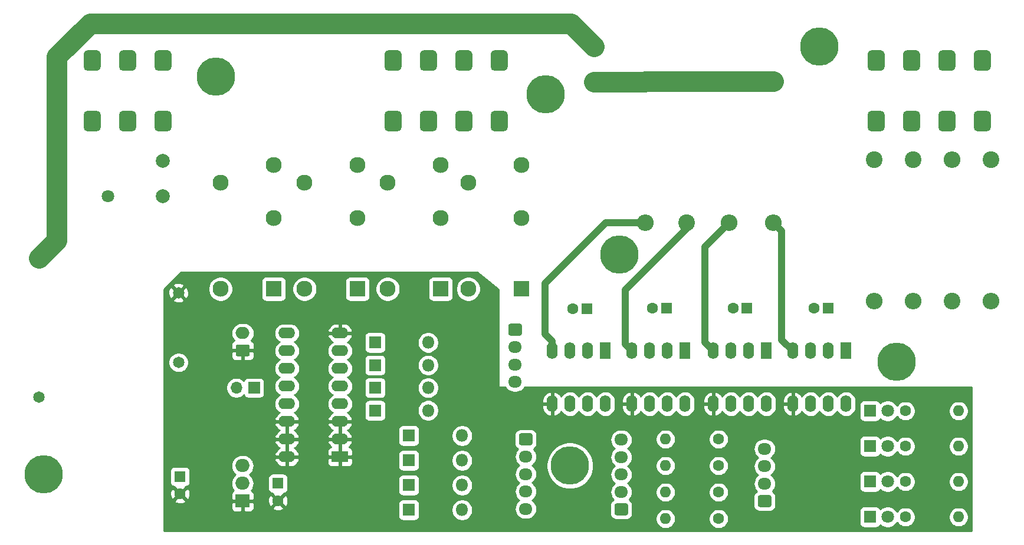
<source format=gbr>
G04 #@! TF.GenerationSoftware,KiCad,Pcbnew,(5.1.6)-1*
G04 #@! TF.CreationDate,2021-10-06T20:51:08+02:00*
G04 #@! TF.ProjectId,hamodule,68616d6f-6475-46c6-952e-6b696361645f,rev?*
G04 #@! TF.SameCoordinates,Original*
G04 #@! TF.FileFunction,Copper,L2,Bot*
G04 #@! TF.FilePolarity,Positive*
%FSLAX46Y46*%
G04 Gerber Fmt 4.6, Leading zero omitted, Abs format (unit mm)*
G04 Created by KiCad (PCBNEW (5.1.6)-1) date 2021-10-06 20:51:08*
%MOMM*%
%LPD*%
G01*
G04 APERTURE LIST*
G04 #@! TA.AperFunction,ComponentPad*
%ADD10C,2.000000*%
G04 #@! TD*
G04 #@! TA.AperFunction,ComponentPad*
%ADD11C,1.600000*%
G04 #@! TD*
G04 #@! TA.AperFunction,ComponentPad*
%ADD12R,1.600000X1.600000*%
G04 #@! TD*
G04 #@! TA.AperFunction,ComponentPad*
%ADD13O,1.700000X1.700000*%
G04 #@! TD*
G04 #@! TA.AperFunction,ComponentPad*
%ADD14R,1.700000X1.700000*%
G04 #@! TD*
G04 #@! TA.AperFunction,ComponentPad*
%ADD15C,5.500000*%
G04 #@! TD*
G04 #@! TA.AperFunction,ComponentPad*
%ADD16O,1.800000X1.800000*%
G04 #@! TD*
G04 #@! TA.AperFunction,ComponentPad*
%ADD17R,1.800000X1.800000*%
G04 #@! TD*
G04 #@! TA.AperFunction,ComponentPad*
%ADD18C,1.800000*%
G04 #@! TD*
G04 #@! TA.AperFunction,ComponentPad*
%ADD19R,2.300000X2.300000*%
G04 #@! TD*
G04 #@! TA.AperFunction,ComponentPad*
%ADD20C,2.300000*%
G04 #@! TD*
G04 #@! TA.AperFunction,ComponentPad*
%ADD21O,2.400000X2.400000*%
G04 #@! TD*
G04 #@! TA.AperFunction,ComponentPad*
%ADD22C,2.400000*%
G04 #@! TD*
G04 #@! TA.AperFunction,ComponentPad*
%ADD23R,2.400000X1.600000*%
G04 #@! TD*
G04 #@! TA.AperFunction,ComponentPad*
%ADD24O,2.400000X1.600000*%
G04 #@! TD*
G04 #@! TA.AperFunction,ComponentPad*
%ADD25O,1.950000X1.700000*%
G04 #@! TD*
G04 #@! TA.AperFunction,ComponentPad*
%ADD26R,1.600000X2.400000*%
G04 #@! TD*
G04 #@! TA.AperFunction,ComponentPad*
%ADD27O,1.600000X2.400000*%
G04 #@! TD*
G04 #@! TA.AperFunction,ComponentPad*
%ADD28O,2.000000X1.905000*%
G04 #@! TD*
G04 #@! TA.AperFunction,ComponentPad*
%ADD29R,2.000000X1.905000*%
G04 #@! TD*
G04 #@! TA.AperFunction,ComponentPad*
%ADD30O,1.600000X1.600000*%
G04 #@! TD*
G04 #@! TA.AperFunction,ComponentPad*
%ADD31O,2.000000X1.700000*%
G04 #@! TD*
G04 #@! TA.AperFunction,ComponentPad*
%ADD32C,1.650000*%
G04 #@! TD*
G04 #@! TA.AperFunction,ComponentPad*
%ADD33R,1.650000X1.650000*%
G04 #@! TD*
G04 #@! TA.AperFunction,Conductor*
%ADD34C,3.000000*%
G04 #@! TD*
G04 #@! TA.AperFunction,Conductor*
%ADD35C,1.000000*%
G04 #@! TD*
G04 #@! TA.AperFunction,Conductor*
%ADD36C,0.254000*%
G04 #@! TD*
G04 APERTURE END LIST*
D10*
X106288840Y-22303740D03*
X106288840Y-17223740D03*
D11*
X137898120Y-54810660D03*
D12*
X139898120Y-54810660D03*
D11*
X126257300Y-54843680D03*
D12*
X128257300Y-54843680D03*
D11*
X114713000Y-54843680D03*
D12*
X116713000Y-54843680D03*
D11*
X103286560Y-54945280D03*
D12*
X105286560Y-54945280D03*
G04 #@! TA.AperFunction,ComponentPad*
G36*
G01*
X161427000Y-26440000D02*
X162677000Y-26440000D01*
G75*
G02*
X163302000Y-27065000I0J-625000D01*
G01*
X163302000Y-28815000D01*
G75*
G02*
X162677000Y-29440000I-625000J0D01*
G01*
X161427000Y-29440000D01*
G75*
G02*
X160802000Y-28815000I0J625000D01*
G01*
X160802000Y-27065000D01*
G75*
G02*
X161427000Y-26440000I625000J0D01*
G01*
G37*
G04 #@! TD.AperFunction*
G04 #@! TA.AperFunction,ComponentPad*
G36*
G01*
X161427000Y-17740000D02*
X162677000Y-17740000D01*
G75*
G02*
X163302000Y-18365000I0J-625000D01*
G01*
X163302000Y-20115000D01*
G75*
G02*
X162677000Y-20740000I-625000J0D01*
G01*
X161427000Y-20740000D01*
G75*
G02*
X160802000Y-20115000I0J625000D01*
G01*
X160802000Y-18365000D01*
G75*
G02*
X161427000Y-17740000I625000J0D01*
G01*
G37*
G04 #@! TD.AperFunction*
G04 #@! TA.AperFunction,ComponentPad*
G36*
G01*
X156347000Y-26440000D02*
X157597000Y-26440000D01*
G75*
G02*
X158222000Y-27065000I0J-625000D01*
G01*
X158222000Y-28815000D01*
G75*
G02*
X157597000Y-29440000I-625000J0D01*
G01*
X156347000Y-29440000D01*
G75*
G02*
X155722000Y-28815000I0J625000D01*
G01*
X155722000Y-27065000D01*
G75*
G02*
X156347000Y-26440000I625000J0D01*
G01*
G37*
G04 #@! TD.AperFunction*
G04 #@! TA.AperFunction,ComponentPad*
G36*
G01*
X156347000Y-17740000D02*
X157597000Y-17740000D01*
G75*
G02*
X158222000Y-18365000I0J-625000D01*
G01*
X158222000Y-20115000D01*
G75*
G02*
X157597000Y-20740000I-625000J0D01*
G01*
X156347000Y-20740000D01*
G75*
G02*
X155722000Y-20115000I0J625000D01*
G01*
X155722000Y-18365000D01*
G75*
G02*
X156347000Y-17740000I625000J0D01*
G01*
G37*
G04 #@! TD.AperFunction*
G04 #@! TA.AperFunction,ComponentPad*
G36*
G01*
X151267000Y-26440000D02*
X152517000Y-26440000D01*
G75*
G02*
X153142000Y-27065000I0J-625000D01*
G01*
X153142000Y-28815000D01*
G75*
G02*
X152517000Y-29440000I-625000J0D01*
G01*
X151267000Y-29440000D01*
G75*
G02*
X150642000Y-28815000I0J625000D01*
G01*
X150642000Y-27065000D01*
G75*
G02*
X151267000Y-26440000I625000J0D01*
G01*
G37*
G04 #@! TD.AperFunction*
G04 #@! TA.AperFunction,ComponentPad*
G36*
G01*
X151267000Y-17740000D02*
X152517000Y-17740000D01*
G75*
G02*
X153142000Y-18365000I0J-625000D01*
G01*
X153142000Y-20115000D01*
G75*
G02*
X152517000Y-20740000I-625000J0D01*
G01*
X151267000Y-20740000D01*
G75*
G02*
X150642000Y-20115000I0J625000D01*
G01*
X150642000Y-18365000D01*
G75*
G02*
X151267000Y-17740000I625000J0D01*
G01*
G37*
G04 #@! TD.AperFunction*
G04 #@! TA.AperFunction,ComponentPad*
G36*
G01*
X146187000Y-26440000D02*
X147437000Y-26440000D01*
G75*
G02*
X148062000Y-27065000I0J-625000D01*
G01*
X148062000Y-28815000D01*
G75*
G02*
X147437000Y-29440000I-625000J0D01*
G01*
X146187000Y-29440000D01*
G75*
G02*
X145562000Y-28815000I0J625000D01*
G01*
X145562000Y-27065000D01*
G75*
G02*
X146187000Y-26440000I625000J0D01*
G01*
G37*
G04 #@! TD.AperFunction*
G04 #@! TA.AperFunction,ComponentPad*
G36*
G01*
X146187000Y-17740000D02*
X147437000Y-17740000D01*
G75*
G02*
X148062000Y-18365000I0J-625000D01*
G01*
X148062000Y-20115000D01*
G75*
G02*
X147437000Y-20740000I-625000J0D01*
G01*
X146187000Y-20740000D01*
G75*
G02*
X145562000Y-20115000I0J625000D01*
G01*
X145562000Y-18365000D01*
G75*
G02*
X146187000Y-17740000I625000J0D01*
G01*
G37*
G04 #@! TD.AperFunction*
G04 #@! TA.AperFunction,ComponentPad*
G36*
G01*
X43825000Y-26440000D02*
X45075000Y-26440000D01*
G75*
G02*
X45700000Y-27065000I0J-625000D01*
G01*
X45700000Y-28815000D01*
G75*
G02*
X45075000Y-29440000I-625000J0D01*
G01*
X43825000Y-29440000D01*
G75*
G02*
X43200000Y-28815000I0J625000D01*
G01*
X43200000Y-27065000D01*
G75*
G02*
X43825000Y-26440000I625000J0D01*
G01*
G37*
G04 #@! TD.AperFunction*
G04 #@! TA.AperFunction,ComponentPad*
G36*
G01*
X43825000Y-17740000D02*
X45075000Y-17740000D01*
G75*
G02*
X45700000Y-18365000I0J-625000D01*
G01*
X45700000Y-20115000D01*
G75*
G02*
X45075000Y-20740000I-625000J0D01*
G01*
X43825000Y-20740000D01*
G75*
G02*
X43200000Y-20115000I0J625000D01*
G01*
X43200000Y-18365000D01*
G75*
G02*
X43825000Y-17740000I625000J0D01*
G01*
G37*
G04 #@! TD.AperFunction*
G04 #@! TA.AperFunction,ComponentPad*
G36*
G01*
X38745000Y-26440000D02*
X39995000Y-26440000D01*
G75*
G02*
X40620000Y-27065000I0J-625000D01*
G01*
X40620000Y-28815000D01*
G75*
G02*
X39995000Y-29440000I-625000J0D01*
G01*
X38745000Y-29440000D01*
G75*
G02*
X38120000Y-28815000I0J625000D01*
G01*
X38120000Y-27065000D01*
G75*
G02*
X38745000Y-26440000I625000J0D01*
G01*
G37*
G04 #@! TD.AperFunction*
G04 #@! TA.AperFunction,ComponentPad*
G36*
G01*
X38745000Y-17740000D02*
X39995000Y-17740000D01*
G75*
G02*
X40620000Y-18365000I0J-625000D01*
G01*
X40620000Y-20115000D01*
G75*
G02*
X39995000Y-20740000I-625000J0D01*
G01*
X38745000Y-20740000D01*
G75*
G02*
X38120000Y-20115000I0J625000D01*
G01*
X38120000Y-18365000D01*
G75*
G02*
X38745000Y-17740000I625000J0D01*
G01*
G37*
G04 #@! TD.AperFunction*
G04 #@! TA.AperFunction,ComponentPad*
G36*
G01*
X33665000Y-26440000D02*
X34915000Y-26440000D01*
G75*
G02*
X35540000Y-27065000I0J-625000D01*
G01*
X35540000Y-28815000D01*
G75*
G02*
X34915000Y-29440000I-625000J0D01*
G01*
X33665000Y-29440000D01*
G75*
G02*
X33040000Y-28815000I0J625000D01*
G01*
X33040000Y-27065000D01*
G75*
G02*
X33665000Y-26440000I625000J0D01*
G01*
G37*
G04 #@! TD.AperFunction*
G04 #@! TA.AperFunction,ComponentPad*
G36*
G01*
X33665000Y-17740000D02*
X34915000Y-17740000D01*
G75*
G02*
X35540000Y-18365000I0J-625000D01*
G01*
X35540000Y-20115000D01*
G75*
G02*
X34915000Y-20740000I-625000J0D01*
G01*
X33665000Y-20740000D01*
G75*
G02*
X33040000Y-20115000I0J625000D01*
G01*
X33040000Y-18365000D01*
G75*
G02*
X33665000Y-17740000I625000J0D01*
G01*
G37*
G04 #@! TD.AperFunction*
G04 #@! TA.AperFunction,ComponentPad*
G36*
G01*
X28585000Y-26440000D02*
X29835000Y-26440000D01*
G75*
G02*
X30460000Y-27065000I0J-625000D01*
G01*
X30460000Y-28815000D01*
G75*
G02*
X29835000Y-29440000I-625000J0D01*
G01*
X28585000Y-29440000D01*
G75*
G02*
X27960000Y-28815000I0J625000D01*
G01*
X27960000Y-27065000D01*
G75*
G02*
X28585000Y-26440000I625000J0D01*
G01*
G37*
G04 #@! TD.AperFunction*
G04 #@! TA.AperFunction,ComponentPad*
G36*
G01*
X28585000Y-17740000D02*
X29835000Y-17740000D01*
G75*
G02*
X30460000Y-18365000I0J-625000D01*
G01*
X30460000Y-20115000D01*
G75*
G02*
X29835000Y-20740000I-625000J0D01*
G01*
X28585000Y-20740000D01*
G75*
G02*
X27960000Y-20115000I0J625000D01*
G01*
X27960000Y-18365000D01*
G75*
G02*
X28585000Y-17740000I625000J0D01*
G01*
G37*
G04 #@! TD.AperFunction*
G04 #@! TA.AperFunction,ComponentPad*
G36*
G01*
X92085000Y-26440000D02*
X93335000Y-26440000D01*
G75*
G02*
X93960000Y-27065000I0J-625000D01*
G01*
X93960000Y-28815000D01*
G75*
G02*
X93335000Y-29440000I-625000J0D01*
G01*
X92085000Y-29440000D01*
G75*
G02*
X91460000Y-28815000I0J625000D01*
G01*
X91460000Y-27065000D01*
G75*
G02*
X92085000Y-26440000I625000J0D01*
G01*
G37*
G04 #@! TD.AperFunction*
G04 #@! TA.AperFunction,ComponentPad*
G36*
G01*
X92085000Y-17740000D02*
X93335000Y-17740000D01*
G75*
G02*
X93960000Y-18365000I0J-625000D01*
G01*
X93960000Y-20115000D01*
G75*
G02*
X93335000Y-20740000I-625000J0D01*
G01*
X92085000Y-20740000D01*
G75*
G02*
X91460000Y-20115000I0J625000D01*
G01*
X91460000Y-18365000D01*
G75*
G02*
X92085000Y-17740000I625000J0D01*
G01*
G37*
G04 #@! TD.AperFunction*
G04 #@! TA.AperFunction,ComponentPad*
G36*
G01*
X87005000Y-26440000D02*
X88255000Y-26440000D01*
G75*
G02*
X88880000Y-27065000I0J-625000D01*
G01*
X88880000Y-28815000D01*
G75*
G02*
X88255000Y-29440000I-625000J0D01*
G01*
X87005000Y-29440000D01*
G75*
G02*
X86380000Y-28815000I0J625000D01*
G01*
X86380000Y-27065000D01*
G75*
G02*
X87005000Y-26440000I625000J0D01*
G01*
G37*
G04 #@! TD.AperFunction*
G04 #@! TA.AperFunction,ComponentPad*
G36*
G01*
X87005000Y-17740000D02*
X88255000Y-17740000D01*
G75*
G02*
X88880000Y-18365000I0J-625000D01*
G01*
X88880000Y-20115000D01*
G75*
G02*
X88255000Y-20740000I-625000J0D01*
G01*
X87005000Y-20740000D01*
G75*
G02*
X86380000Y-20115000I0J625000D01*
G01*
X86380000Y-18365000D01*
G75*
G02*
X87005000Y-17740000I625000J0D01*
G01*
G37*
G04 #@! TD.AperFunction*
G04 #@! TA.AperFunction,ComponentPad*
G36*
G01*
X81925000Y-26440000D02*
X83175000Y-26440000D01*
G75*
G02*
X83800000Y-27065000I0J-625000D01*
G01*
X83800000Y-28815000D01*
G75*
G02*
X83175000Y-29440000I-625000J0D01*
G01*
X81925000Y-29440000D01*
G75*
G02*
X81300000Y-28815000I0J625000D01*
G01*
X81300000Y-27065000D01*
G75*
G02*
X81925000Y-26440000I625000J0D01*
G01*
G37*
G04 #@! TD.AperFunction*
G04 #@! TA.AperFunction,ComponentPad*
G36*
G01*
X81925000Y-17740000D02*
X83175000Y-17740000D01*
G75*
G02*
X83800000Y-18365000I0J-625000D01*
G01*
X83800000Y-20115000D01*
G75*
G02*
X83175000Y-20740000I-625000J0D01*
G01*
X81925000Y-20740000D01*
G75*
G02*
X81300000Y-20115000I0J625000D01*
G01*
X81300000Y-18365000D01*
G75*
G02*
X81925000Y-17740000I625000J0D01*
G01*
G37*
G04 #@! TD.AperFunction*
G04 #@! TA.AperFunction,ComponentPad*
G36*
G01*
X76845000Y-26440000D02*
X78095000Y-26440000D01*
G75*
G02*
X78720000Y-27065000I0J-625000D01*
G01*
X78720000Y-28815000D01*
G75*
G02*
X78095000Y-29440000I-625000J0D01*
G01*
X76845000Y-29440000D01*
G75*
G02*
X76220000Y-28815000I0J625000D01*
G01*
X76220000Y-27065000D01*
G75*
G02*
X76845000Y-26440000I625000J0D01*
G01*
G37*
G04 #@! TD.AperFunction*
G04 #@! TA.AperFunction,ComponentPad*
G36*
G01*
X76845000Y-17740000D02*
X78095000Y-17740000D01*
G75*
G02*
X78720000Y-18365000I0J-625000D01*
G01*
X78720000Y-20115000D01*
G75*
G02*
X78095000Y-20740000I-625000J0D01*
G01*
X76845000Y-20740000D01*
G75*
G02*
X76220000Y-20115000I0J625000D01*
G01*
X76220000Y-18365000D01*
G75*
G02*
X76845000Y-17740000I625000J0D01*
G01*
G37*
G04 #@! TD.AperFunction*
D13*
X54965600Y-66271140D03*
D14*
X57505600Y-66271140D03*
D15*
X109976920Y-47078900D03*
D11*
X60960000Y-82510000D03*
D12*
X60960000Y-80010000D03*
D11*
X46888400Y-81524480D03*
D12*
X46888400Y-79024480D03*
D16*
X87376000Y-83820000D03*
D17*
X79756000Y-83820000D03*
D16*
X87376000Y-80264000D03*
D17*
X79756000Y-80264000D03*
D16*
X87376000Y-76708000D03*
D17*
X79756000Y-76708000D03*
D16*
X87376000Y-73152000D03*
D17*
X79756000Y-73152000D03*
D16*
X82514000Y-59770000D03*
D17*
X74894000Y-59770000D03*
D16*
X82514000Y-63020000D03*
D17*
X74894000Y-63020000D03*
D16*
X82514000Y-66270000D03*
D17*
X74894000Y-66270000D03*
D16*
X82514000Y-69520000D03*
D17*
X74894000Y-69520000D03*
D18*
X36510000Y-38730000D03*
X29010000Y-37096670D03*
D15*
X52070000Y-21590000D03*
D19*
X84328000Y-52070000D03*
D20*
X84328000Y-41910000D03*
X84328000Y-34290000D03*
X76708000Y-36830000D03*
X76708000Y-52070000D03*
D21*
X132080000Y-42545000D03*
D22*
X132080000Y-22225000D03*
D21*
X125730000Y-42545000D03*
D22*
X125730000Y-22225000D03*
D23*
X69850000Y-76200000D03*
D24*
X62230000Y-58420000D03*
X69850000Y-73660000D03*
X62230000Y-60960000D03*
X69850000Y-71120000D03*
X62230000Y-63500000D03*
X69850000Y-68580000D03*
X62230000Y-66040000D03*
X69850000Y-66040000D03*
X62230000Y-68580000D03*
X69850000Y-63500000D03*
X62230000Y-71120000D03*
X69850000Y-60960000D03*
X62230000Y-73660000D03*
X69850000Y-58420000D03*
X62230000Y-76200000D03*
D25*
X94996000Y-65412000D03*
X94996000Y-62912000D03*
X94996000Y-60412000D03*
G04 #@! TA.AperFunction,ComponentPad*
G36*
G01*
X94271000Y-57062000D02*
X95721000Y-57062000D01*
G75*
G02*
X95971000Y-57312000I0J-250000D01*
G01*
X95971000Y-58512000D01*
G75*
G02*
X95721000Y-58762000I-250000J0D01*
G01*
X94271000Y-58762000D01*
G75*
G02*
X94021000Y-58512000I0J250000D01*
G01*
X94021000Y-57312000D01*
G75*
G02*
X94271000Y-57062000I250000J0D01*
G01*
G37*
G04 #@! TD.AperFunction*
X110236000Y-73740000D03*
X110236000Y-76240000D03*
X110236000Y-78740000D03*
X110236000Y-81240000D03*
G04 #@! TA.AperFunction,ComponentPad*
G36*
G01*
X110961000Y-84590000D02*
X109511000Y-84590000D01*
G75*
G02*
X109261000Y-84340000I0J250000D01*
G01*
X109261000Y-83140000D01*
G75*
G02*
X109511000Y-82890000I250000J0D01*
G01*
X110961000Y-82890000D01*
G75*
G02*
X111211000Y-83140000I0J-250000D01*
G01*
X111211000Y-84340000D01*
G75*
G02*
X110961000Y-84590000I-250000J0D01*
G01*
G37*
G04 #@! TD.AperFunction*
D26*
X119380000Y-60960000D03*
D27*
X111760000Y-68580000D03*
X116840000Y-60960000D03*
X114300000Y-68580000D03*
X114300000Y-60960000D03*
X116840000Y-68580000D03*
X111760000Y-60960000D03*
X119380000Y-68580000D03*
D26*
X142494000Y-60960000D03*
D27*
X134874000Y-68580000D03*
X139954000Y-60960000D03*
X137414000Y-68580000D03*
X137414000Y-60960000D03*
X139954000Y-68580000D03*
X134874000Y-60960000D03*
X142494000Y-68580000D03*
D26*
X131064000Y-60960000D03*
D27*
X123444000Y-68580000D03*
X128524000Y-60960000D03*
X125984000Y-68580000D03*
X125984000Y-60960000D03*
X128524000Y-68580000D03*
X123444000Y-60960000D03*
X131064000Y-68580000D03*
D26*
X107950000Y-60960000D03*
D27*
X100330000Y-68580000D03*
X105410000Y-60960000D03*
X102870000Y-68580000D03*
X102870000Y-60960000D03*
X105410000Y-68580000D03*
X100330000Y-60960000D03*
X107950000Y-68580000D03*
D28*
X55880000Y-77470000D03*
X55880000Y-80010000D03*
D29*
X55880000Y-82550000D03*
D30*
X158623000Y-84836000D03*
D11*
X151003000Y-84836000D03*
D30*
X158623000Y-79756000D03*
D11*
X151003000Y-79756000D03*
D30*
X158623000Y-74676000D03*
D11*
X151003000Y-74676000D03*
D30*
X116586000Y-85090000D03*
D11*
X124206000Y-85090000D03*
D30*
X116586000Y-81280000D03*
D11*
X124206000Y-81280000D03*
D30*
X116586000Y-77470000D03*
D11*
X124206000Y-77470000D03*
D30*
X116586000Y-73660000D03*
D11*
X124206000Y-73660000D03*
D30*
X158623000Y-69596000D03*
D11*
X151003000Y-69596000D03*
D25*
X96520000Y-83660000D03*
X96520000Y-81160000D03*
X96520000Y-78660000D03*
X96520000Y-76160000D03*
G04 #@! TA.AperFunction,ComponentPad*
G36*
G01*
X95795000Y-72810000D02*
X97245000Y-72810000D01*
G75*
G02*
X97495000Y-73060000I0J-250000D01*
G01*
X97495000Y-74260000D01*
G75*
G02*
X97245000Y-74510000I-250000J0D01*
G01*
X95795000Y-74510000D01*
G75*
G02*
X95545000Y-74260000I0J250000D01*
G01*
X95545000Y-73060000D01*
G75*
G02*
X95795000Y-72810000I250000J0D01*
G01*
G37*
G04 #@! TD.AperFunction*
D18*
X148463000Y-84836000D03*
D17*
X145923000Y-84836000D03*
D18*
X148463000Y-79756000D03*
D17*
X145923000Y-79756000D03*
D18*
X148463000Y-74676000D03*
D17*
X145923000Y-74676000D03*
D18*
X148463000Y-69596000D03*
D17*
X145923000Y-69596000D03*
D25*
X130810000Y-75050000D03*
X130810000Y-77550000D03*
X130810000Y-80050000D03*
G04 #@! TA.AperFunction,ComponentPad*
G36*
G01*
X131535000Y-83400000D02*
X130085000Y-83400000D01*
G75*
G02*
X129835000Y-83150000I0J250000D01*
G01*
X129835000Y-81950000D01*
G75*
G02*
X130085000Y-81700000I250000J0D01*
G01*
X131535000Y-81700000D01*
G75*
G02*
X131785000Y-81950000I0J-250000D01*
G01*
X131785000Y-83150000D01*
G75*
G02*
X131535000Y-83400000I-250000J0D01*
G01*
G37*
G04 #@! TD.AperFunction*
D31*
X55892700Y-58412380D03*
G04 #@! TA.AperFunction,ComponentPad*
G36*
G01*
X56642700Y-61762380D02*
X55142700Y-61762380D01*
G75*
G02*
X54892700Y-61512380I0J250000D01*
G01*
X54892700Y-60312380D01*
G75*
G02*
X55142700Y-60062380I250000J0D01*
G01*
X56642700Y-60062380D01*
G75*
G02*
X56892700Y-60312380I0J-250000D01*
G01*
X56892700Y-61512380D01*
G75*
G02*
X56642700Y-61762380I-250000J0D01*
G01*
G37*
G04 #@! TD.AperFunction*
D21*
X163322000Y-53848000D03*
D22*
X163322000Y-33528000D03*
D21*
X113665000Y-42545000D03*
D22*
X113665000Y-22225000D03*
D21*
X157734000Y-33528000D03*
D22*
X157734000Y-53848000D03*
D21*
X119634000Y-22225000D03*
D22*
X119634000Y-42545000D03*
D21*
X146558000Y-53848000D03*
D22*
X146558000Y-33528000D03*
D21*
X152146000Y-53848000D03*
D22*
X152146000Y-33528000D03*
D32*
X46670000Y-52625000D03*
X46670000Y-62625000D03*
X26670000Y-67625000D03*
D33*
X26670000Y-47625000D03*
D15*
X149720300Y-62489080D03*
X27305000Y-78740000D03*
X102870000Y-77470000D03*
X99374960Y-24109680D03*
X138684000Y-17272000D03*
D10*
X44450000Y-38735000D03*
X44450000Y-33655000D03*
D19*
X60325000Y-52070000D03*
D20*
X60325000Y-41910000D03*
X60325000Y-34290000D03*
X52705000Y-36830000D03*
X52705000Y-52070000D03*
D19*
X72390000Y-52070000D03*
D20*
X72390000Y-41910000D03*
X72390000Y-34290000D03*
X64770000Y-36830000D03*
X64770000Y-52070000D03*
D19*
X95885000Y-52070000D03*
D20*
X95885000Y-41910000D03*
X95885000Y-34290000D03*
X88265000Y-36830000D03*
X88265000Y-52070000D03*
D34*
X113591340Y-22298660D02*
X113665000Y-22225000D01*
X113665000Y-22225000D02*
X132080000Y-22225000D01*
X113586260Y-22303740D02*
X113665000Y-22225000D01*
X106288840Y-22303740D02*
X113586260Y-22303740D01*
X29210000Y-45085000D02*
X26670000Y-47625000D01*
X29210000Y-19240000D02*
X29210000Y-45085000D01*
D35*
X100330000Y-59606180D02*
X100330000Y-60960000D01*
X99299999Y-58576179D02*
X100330000Y-59606180D01*
X99299999Y-51264549D02*
X99299999Y-58576179D01*
X108019548Y-42545000D02*
X99299999Y-51264549D01*
X113665000Y-42545000D02*
X108019548Y-42545000D01*
X133279999Y-59365999D02*
X134874000Y-60960000D01*
X133279999Y-43744999D02*
X133279999Y-59365999D01*
X132080000Y-42545000D02*
X133279999Y-43744999D01*
X110809999Y-60009999D02*
X111760000Y-60960000D01*
X110809999Y-52239823D02*
X110809999Y-60009999D01*
X119634000Y-43415822D02*
X110809999Y-52239823D01*
X119634000Y-42545000D02*
X119634000Y-43415822D01*
X122239999Y-59755999D02*
X123444000Y-60960000D01*
X122239999Y-46035001D02*
X122239999Y-59755999D01*
X125730000Y-42545000D02*
X122239999Y-46035001D01*
D34*
X33987420Y-13905990D02*
X102971090Y-13905990D01*
X29210000Y-19240000D02*
X29210000Y-18683410D01*
X102971090Y-13905990D02*
X106288840Y-17223740D01*
X29210000Y-18683410D02*
X33987420Y-13905990D01*
D36*
G36*
X92583000Y-52129894D02*
G01*
X92583000Y-66040000D01*
X92585440Y-66064776D01*
X92592667Y-66088601D01*
X92604403Y-66110557D01*
X92620197Y-66129803D01*
X92639443Y-66145597D01*
X92661399Y-66157333D01*
X92685224Y-66164560D01*
X92710000Y-66167000D01*
X93590733Y-66167000D01*
X93630294Y-66241014D01*
X93815866Y-66467134D01*
X94041986Y-66652706D01*
X94299966Y-66790599D01*
X94579889Y-66875513D01*
X94798050Y-66897000D01*
X95193950Y-66897000D01*
X95412111Y-66875513D01*
X95692034Y-66790599D01*
X95950014Y-66652706D01*
X96176134Y-66467134D01*
X96361706Y-66241014D01*
X96401267Y-66167000D01*
X160528000Y-66167000D01*
X160528000Y-86868000D01*
X44577000Y-86868000D01*
X44577000Y-83502500D01*
X54241928Y-83502500D01*
X54254188Y-83626982D01*
X54290498Y-83746680D01*
X54349463Y-83856994D01*
X54428815Y-83953685D01*
X54525506Y-84033037D01*
X54635820Y-84092002D01*
X54755518Y-84128312D01*
X54880000Y-84140572D01*
X55594250Y-84137500D01*
X55753000Y-83978750D01*
X55753000Y-82677000D01*
X56007000Y-82677000D01*
X56007000Y-83978750D01*
X56165750Y-84137500D01*
X56880000Y-84140572D01*
X57004482Y-84128312D01*
X57124180Y-84092002D01*
X57234494Y-84033037D01*
X57331185Y-83953685D01*
X57410537Y-83856994D01*
X57469502Y-83746680D01*
X57505812Y-83626982D01*
X57518052Y-83502702D01*
X60146903Y-83502702D01*
X60218486Y-83746671D01*
X60473996Y-83867571D01*
X60748184Y-83936300D01*
X61030512Y-83950217D01*
X61310130Y-83908787D01*
X61576292Y-83813603D01*
X61701514Y-83746671D01*
X61773097Y-83502702D01*
X60960000Y-82689605D01*
X60146903Y-83502702D01*
X57518052Y-83502702D01*
X57518072Y-83502500D01*
X57515000Y-82835750D01*
X57356250Y-82677000D01*
X56007000Y-82677000D01*
X55753000Y-82677000D01*
X54403750Y-82677000D01*
X54245000Y-82835750D01*
X54241928Y-83502500D01*
X44577000Y-83502500D01*
X44577000Y-82517182D01*
X46075303Y-82517182D01*
X46146886Y-82761151D01*
X46402396Y-82882051D01*
X46676584Y-82950780D01*
X46958912Y-82964697D01*
X47238530Y-82923267D01*
X47504692Y-82828083D01*
X47629914Y-82761151D01*
X47682915Y-82580512D01*
X59519783Y-82580512D01*
X59561213Y-82860130D01*
X59656397Y-83126292D01*
X59723329Y-83251514D01*
X59967298Y-83323097D01*
X60780395Y-82510000D01*
X61139605Y-82510000D01*
X61952702Y-83323097D01*
X62196671Y-83251514D01*
X62317571Y-82996004D01*
X62336622Y-82920000D01*
X78217928Y-82920000D01*
X78217928Y-84720000D01*
X78230188Y-84844482D01*
X78266498Y-84964180D01*
X78325463Y-85074494D01*
X78404815Y-85171185D01*
X78501506Y-85250537D01*
X78611820Y-85309502D01*
X78731518Y-85345812D01*
X78856000Y-85358072D01*
X80656000Y-85358072D01*
X80780482Y-85345812D01*
X80900180Y-85309502D01*
X81010494Y-85250537D01*
X81107185Y-85171185D01*
X81186537Y-85074494D01*
X81245502Y-84964180D01*
X81281812Y-84844482D01*
X81294072Y-84720000D01*
X81294072Y-83668816D01*
X85841000Y-83668816D01*
X85841000Y-83971184D01*
X85899989Y-84267743D01*
X86015701Y-84547095D01*
X86183688Y-84798505D01*
X86397495Y-85012312D01*
X86648905Y-85180299D01*
X86928257Y-85296011D01*
X87224816Y-85355000D01*
X87527184Y-85355000D01*
X87823743Y-85296011D01*
X88103095Y-85180299D01*
X88354505Y-85012312D01*
X88568312Y-84798505D01*
X88736299Y-84547095D01*
X88852011Y-84267743D01*
X88911000Y-83971184D01*
X88911000Y-83668816D01*
X88852011Y-83372257D01*
X88736299Y-83092905D01*
X88568312Y-82841495D01*
X88354505Y-82627688D01*
X88103095Y-82459701D01*
X87823743Y-82343989D01*
X87527184Y-82285000D01*
X87224816Y-82285000D01*
X86928257Y-82343989D01*
X86648905Y-82459701D01*
X86397495Y-82627688D01*
X86183688Y-82841495D01*
X86015701Y-83092905D01*
X85899989Y-83372257D01*
X85841000Y-83668816D01*
X81294072Y-83668816D01*
X81294072Y-82920000D01*
X81281812Y-82795518D01*
X81245502Y-82675820D01*
X81186537Y-82565506D01*
X81107185Y-82468815D01*
X81010494Y-82389463D01*
X80900180Y-82330498D01*
X80780482Y-82294188D01*
X80656000Y-82281928D01*
X78856000Y-82281928D01*
X78731518Y-82294188D01*
X78611820Y-82330498D01*
X78501506Y-82389463D01*
X78404815Y-82468815D01*
X78325463Y-82565506D01*
X78266498Y-82675820D01*
X78230188Y-82795518D01*
X78217928Y-82920000D01*
X62336622Y-82920000D01*
X62386300Y-82721816D01*
X62400217Y-82439488D01*
X62358787Y-82159870D01*
X62263603Y-81893708D01*
X62196671Y-81768486D01*
X61952702Y-81696903D01*
X61139605Y-82510000D01*
X60780395Y-82510000D01*
X59967298Y-81696903D01*
X59723329Y-81768486D01*
X59602429Y-82023996D01*
X59533700Y-82298184D01*
X59519783Y-82580512D01*
X47682915Y-82580512D01*
X47701497Y-82517182D01*
X46888400Y-81704085D01*
X46075303Y-82517182D01*
X44577000Y-82517182D01*
X44577000Y-81594992D01*
X45448183Y-81594992D01*
X45489613Y-81874610D01*
X45584797Y-82140772D01*
X45651729Y-82265994D01*
X45895698Y-82337577D01*
X46708795Y-81524480D01*
X47068005Y-81524480D01*
X47881102Y-82337577D01*
X48125071Y-82265994D01*
X48245971Y-82010484D01*
X48314700Y-81736296D01*
X48328617Y-81453968D01*
X48287187Y-81174350D01*
X48192003Y-80908188D01*
X48125071Y-80782966D01*
X47881102Y-80711383D01*
X47068005Y-81524480D01*
X46708795Y-81524480D01*
X45895698Y-80711383D01*
X45651729Y-80782966D01*
X45530829Y-81038476D01*
X45462100Y-81312664D01*
X45448183Y-81594992D01*
X44577000Y-81594992D01*
X44577000Y-78224480D01*
X45450328Y-78224480D01*
X45450328Y-79824480D01*
X45462588Y-79948962D01*
X45498898Y-80068660D01*
X45557863Y-80178974D01*
X45637215Y-80275665D01*
X45733906Y-80355017D01*
X45844220Y-80413982D01*
X45963918Y-80450292D01*
X46088400Y-80462552D01*
X46095615Y-80462552D01*
X46075303Y-80531778D01*
X46888400Y-81344875D01*
X47701497Y-80531778D01*
X47681185Y-80462552D01*
X47688400Y-80462552D01*
X47812882Y-80450292D01*
X47932580Y-80413982D01*
X48042894Y-80355017D01*
X48139585Y-80275665D01*
X48218937Y-80178974D01*
X48277902Y-80068660D01*
X48314212Y-79948962D01*
X48326472Y-79824480D01*
X48326472Y-78224480D01*
X48314212Y-78099998D01*
X48277902Y-77980300D01*
X48218937Y-77869986D01*
X48139585Y-77773295D01*
X48042894Y-77693943D01*
X47932580Y-77634978D01*
X47812882Y-77598668D01*
X47688400Y-77586408D01*
X46088400Y-77586408D01*
X45963918Y-77598668D01*
X45844220Y-77634978D01*
X45733906Y-77693943D01*
X45637215Y-77773295D01*
X45557863Y-77869986D01*
X45498898Y-77980300D01*
X45462588Y-78099998D01*
X45450328Y-78224480D01*
X44577000Y-78224480D01*
X44577000Y-77470000D01*
X54237319Y-77470000D01*
X54267970Y-77781204D01*
X54358745Y-78080449D01*
X54506155Y-78356235D01*
X54704537Y-78597963D01*
X54877609Y-78740000D01*
X54704537Y-78882037D01*
X54506155Y-79123765D01*
X54358745Y-79399551D01*
X54267970Y-79698796D01*
X54237319Y-80010000D01*
X54267970Y-80321204D01*
X54358745Y-80620449D01*
X54506155Y-80896235D01*
X54609446Y-81022095D01*
X54525506Y-81066963D01*
X54428815Y-81146315D01*
X54349463Y-81243006D01*
X54290498Y-81353320D01*
X54254188Y-81473018D01*
X54241928Y-81597500D01*
X54245000Y-82264250D01*
X54403750Y-82423000D01*
X55753000Y-82423000D01*
X55753000Y-82403000D01*
X56007000Y-82403000D01*
X56007000Y-82423000D01*
X57356250Y-82423000D01*
X57515000Y-82264250D01*
X57518072Y-81597500D01*
X57505812Y-81473018D01*
X57469502Y-81353320D01*
X57410537Y-81243006D01*
X57331185Y-81146315D01*
X57234494Y-81066963D01*
X57150554Y-81022095D01*
X57253845Y-80896235D01*
X57401255Y-80620449D01*
X57492030Y-80321204D01*
X57522681Y-80010000D01*
X57492030Y-79698796D01*
X57401255Y-79399551D01*
X57299939Y-79210000D01*
X59521928Y-79210000D01*
X59521928Y-80810000D01*
X59534188Y-80934482D01*
X59570498Y-81054180D01*
X59629463Y-81164494D01*
X59708815Y-81261185D01*
X59805506Y-81340537D01*
X59915820Y-81399502D01*
X60035518Y-81435812D01*
X60160000Y-81448072D01*
X60167215Y-81448072D01*
X60146903Y-81517298D01*
X60960000Y-82330395D01*
X61773097Y-81517298D01*
X61752785Y-81448072D01*
X61760000Y-81448072D01*
X61884482Y-81435812D01*
X62004180Y-81399502D01*
X62114494Y-81340537D01*
X62211185Y-81261185D01*
X62290537Y-81164494D01*
X62349502Y-81054180D01*
X62385812Y-80934482D01*
X62398072Y-80810000D01*
X62398072Y-79364000D01*
X78217928Y-79364000D01*
X78217928Y-81164000D01*
X78230188Y-81288482D01*
X78266498Y-81408180D01*
X78325463Y-81518494D01*
X78404815Y-81615185D01*
X78501506Y-81694537D01*
X78611820Y-81753502D01*
X78731518Y-81789812D01*
X78856000Y-81802072D01*
X80656000Y-81802072D01*
X80780482Y-81789812D01*
X80900180Y-81753502D01*
X81010494Y-81694537D01*
X81107185Y-81615185D01*
X81186537Y-81518494D01*
X81245502Y-81408180D01*
X81281812Y-81288482D01*
X81294072Y-81164000D01*
X81294072Y-80112816D01*
X85841000Y-80112816D01*
X85841000Y-80415184D01*
X85899989Y-80711743D01*
X86015701Y-80991095D01*
X86183688Y-81242505D01*
X86397495Y-81456312D01*
X86648905Y-81624299D01*
X86928257Y-81740011D01*
X87224816Y-81799000D01*
X87527184Y-81799000D01*
X87823743Y-81740011D01*
X88103095Y-81624299D01*
X88354505Y-81456312D01*
X88568312Y-81242505D01*
X88736299Y-80991095D01*
X88852011Y-80711743D01*
X88911000Y-80415184D01*
X88911000Y-80112816D01*
X88852011Y-79816257D01*
X88736299Y-79536905D01*
X88568312Y-79285495D01*
X88354505Y-79071688D01*
X88103095Y-78903701D01*
X87823743Y-78787989D01*
X87527184Y-78729000D01*
X87224816Y-78729000D01*
X86928257Y-78787989D01*
X86648905Y-78903701D01*
X86397495Y-79071688D01*
X86183688Y-79285495D01*
X86015701Y-79536905D01*
X85899989Y-79816257D01*
X85841000Y-80112816D01*
X81294072Y-80112816D01*
X81294072Y-79364000D01*
X81281812Y-79239518D01*
X81245502Y-79119820D01*
X81186537Y-79009506D01*
X81107185Y-78912815D01*
X81010494Y-78833463D01*
X80900180Y-78774498D01*
X80780482Y-78738188D01*
X80656000Y-78725928D01*
X78856000Y-78725928D01*
X78731518Y-78738188D01*
X78611820Y-78774498D01*
X78501506Y-78833463D01*
X78404815Y-78912815D01*
X78325463Y-79009506D01*
X78266498Y-79119820D01*
X78230188Y-79239518D01*
X78217928Y-79364000D01*
X62398072Y-79364000D01*
X62398072Y-79210000D01*
X62385812Y-79085518D01*
X62349502Y-78965820D01*
X62290537Y-78855506D01*
X62211185Y-78758815D01*
X62114494Y-78679463D01*
X62004180Y-78620498D01*
X61884482Y-78584188D01*
X61760000Y-78571928D01*
X60160000Y-78571928D01*
X60035518Y-78584188D01*
X59915820Y-78620498D01*
X59805506Y-78679463D01*
X59708815Y-78758815D01*
X59629463Y-78855506D01*
X59570498Y-78965820D01*
X59534188Y-79085518D01*
X59521928Y-79210000D01*
X57299939Y-79210000D01*
X57253845Y-79123765D01*
X57055463Y-78882037D01*
X56882391Y-78740000D01*
X57055463Y-78597963D01*
X57253845Y-78356235D01*
X57401255Y-78080449D01*
X57492030Y-77781204D01*
X57522681Y-77470000D01*
X57492030Y-77158796D01*
X57401255Y-76859551D01*
X57253845Y-76583765D01*
X57225346Y-76549039D01*
X60438096Y-76549039D01*
X60455633Y-76631818D01*
X60566285Y-76891646D01*
X60725500Y-77124895D01*
X60927161Y-77322601D01*
X61163517Y-77477166D01*
X61425486Y-77582650D01*
X61703000Y-77635000D01*
X62103000Y-77635000D01*
X62103000Y-76327000D01*
X62357000Y-76327000D01*
X62357000Y-77635000D01*
X62757000Y-77635000D01*
X63034514Y-77582650D01*
X63296483Y-77477166D01*
X63532839Y-77322601D01*
X63734500Y-77124895D01*
X63819752Y-77000000D01*
X68011928Y-77000000D01*
X68024188Y-77124482D01*
X68060498Y-77244180D01*
X68119463Y-77354494D01*
X68198815Y-77451185D01*
X68295506Y-77530537D01*
X68405820Y-77589502D01*
X68525518Y-77625812D01*
X68650000Y-77638072D01*
X69564250Y-77635000D01*
X69723000Y-77476250D01*
X69723000Y-76327000D01*
X69977000Y-76327000D01*
X69977000Y-77476250D01*
X70135750Y-77635000D01*
X71050000Y-77638072D01*
X71174482Y-77625812D01*
X71294180Y-77589502D01*
X71404494Y-77530537D01*
X71501185Y-77451185D01*
X71580537Y-77354494D01*
X71639502Y-77244180D01*
X71675812Y-77124482D01*
X71688072Y-77000000D01*
X71685000Y-76485750D01*
X71526250Y-76327000D01*
X69977000Y-76327000D01*
X69723000Y-76327000D01*
X68173750Y-76327000D01*
X68015000Y-76485750D01*
X68011928Y-77000000D01*
X63819752Y-77000000D01*
X63893715Y-76891646D01*
X64004367Y-76631818D01*
X64021904Y-76549039D01*
X63899915Y-76327000D01*
X62357000Y-76327000D01*
X62103000Y-76327000D01*
X60560085Y-76327000D01*
X60438096Y-76549039D01*
X57225346Y-76549039D01*
X57055463Y-76342037D01*
X56813735Y-76143655D01*
X56537949Y-75996245D01*
X56238704Y-75905470D01*
X56005486Y-75882500D01*
X55754514Y-75882500D01*
X55521296Y-75905470D01*
X55222051Y-75996245D01*
X54946265Y-76143655D01*
X54704537Y-76342037D01*
X54506155Y-76583765D01*
X54358745Y-76859551D01*
X54267970Y-77158796D01*
X54237319Y-77470000D01*
X44577000Y-77470000D01*
X44577000Y-74009039D01*
X60438096Y-74009039D01*
X60455633Y-74091818D01*
X60566285Y-74351646D01*
X60725500Y-74584895D01*
X60927161Y-74782601D01*
X61152559Y-74930000D01*
X60927161Y-75077399D01*
X60725500Y-75275105D01*
X60566285Y-75508354D01*
X60455633Y-75768182D01*
X60438096Y-75850961D01*
X60560085Y-76073000D01*
X62103000Y-76073000D01*
X62103000Y-73787000D01*
X62357000Y-73787000D01*
X62357000Y-76073000D01*
X63899915Y-76073000D01*
X64021904Y-75850961D01*
X64004367Y-75768182D01*
X63893715Y-75508354D01*
X63819753Y-75400000D01*
X68011928Y-75400000D01*
X68015000Y-75914250D01*
X68173750Y-76073000D01*
X69723000Y-76073000D01*
X69723000Y-73787000D01*
X69977000Y-73787000D01*
X69977000Y-76073000D01*
X71526250Y-76073000D01*
X71685000Y-75914250D01*
X71685634Y-75808000D01*
X78217928Y-75808000D01*
X78217928Y-77608000D01*
X78230188Y-77732482D01*
X78266498Y-77852180D01*
X78325463Y-77962494D01*
X78404815Y-78059185D01*
X78501506Y-78138537D01*
X78611820Y-78197502D01*
X78731518Y-78233812D01*
X78856000Y-78246072D01*
X80656000Y-78246072D01*
X80780482Y-78233812D01*
X80900180Y-78197502D01*
X81010494Y-78138537D01*
X81107185Y-78059185D01*
X81186537Y-77962494D01*
X81245502Y-77852180D01*
X81281812Y-77732482D01*
X81294072Y-77608000D01*
X81294072Y-76556816D01*
X85841000Y-76556816D01*
X85841000Y-76859184D01*
X85899989Y-77155743D01*
X86015701Y-77435095D01*
X86183688Y-77686505D01*
X86397495Y-77900312D01*
X86648905Y-78068299D01*
X86928257Y-78184011D01*
X87224816Y-78243000D01*
X87527184Y-78243000D01*
X87823743Y-78184011D01*
X88103095Y-78068299D01*
X88354505Y-77900312D01*
X88568312Y-77686505D01*
X88736299Y-77435095D01*
X88852011Y-77155743D01*
X88911000Y-76859184D01*
X88911000Y-76556816D01*
X88852011Y-76260257D01*
X88810483Y-76160000D01*
X94902815Y-76160000D01*
X94931487Y-76451111D01*
X95016401Y-76731034D01*
X95154294Y-76989014D01*
X95339866Y-77215134D01*
X95565986Y-77400706D01*
X95583374Y-77410000D01*
X95565986Y-77419294D01*
X95339866Y-77604866D01*
X95154294Y-77830986D01*
X95016401Y-78088966D01*
X94931487Y-78368889D01*
X94902815Y-78660000D01*
X94931487Y-78951111D01*
X95016401Y-79231034D01*
X95154294Y-79489014D01*
X95339866Y-79715134D01*
X95565986Y-79900706D01*
X95583374Y-79910000D01*
X95565986Y-79919294D01*
X95339866Y-80104866D01*
X95154294Y-80330986D01*
X95016401Y-80588966D01*
X94931487Y-80868889D01*
X94902815Y-81160000D01*
X94931487Y-81451111D01*
X95016401Y-81731034D01*
X95154294Y-81989014D01*
X95339866Y-82215134D01*
X95565986Y-82400706D01*
X95583374Y-82410000D01*
X95565986Y-82419294D01*
X95339866Y-82604866D01*
X95154294Y-82830986D01*
X95016401Y-83088966D01*
X94931487Y-83368889D01*
X94902815Y-83660000D01*
X94931487Y-83951111D01*
X95016401Y-84231034D01*
X95154294Y-84489014D01*
X95339866Y-84715134D01*
X95565986Y-84900706D01*
X95823966Y-85038599D01*
X96103889Y-85123513D01*
X96322050Y-85145000D01*
X96717950Y-85145000D01*
X96936111Y-85123513D01*
X97216034Y-85038599D01*
X97474014Y-84900706D01*
X97700134Y-84715134D01*
X97885706Y-84489014D01*
X98023599Y-84231034D01*
X98108513Y-83951111D01*
X98137185Y-83660000D01*
X98108513Y-83368889D01*
X98023599Y-83088966D01*
X97885706Y-82830986D01*
X97700134Y-82604866D01*
X97474014Y-82419294D01*
X97456626Y-82410000D01*
X97474014Y-82400706D01*
X97700134Y-82215134D01*
X97885706Y-81989014D01*
X98023599Y-81731034D01*
X98108513Y-81451111D01*
X98137185Y-81160000D01*
X98108513Y-80868889D01*
X98023599Y-80588966D01*
X97885706Y-80330986D01*
X97700134Y-80104866D01*
X97474014Y-79919294D01*
X97456626Y-79910000D01*
X97474014Y-79900706D01*
X97700134Y-79715134D01*
X97885706Y-79489014D01*
X98023599Y-79231034D01*
X98108513Y-78951111D01*
X98137185Y-78660000D01*
X98108513Y-78368889D01*
X98023599Y-78088966D01*
X97885706Y-77830986D01*
X97700134Y-77604866D01*
X97474014Y-77419294D01*
X97456626Y-77410000D01*
X97474014Y-77400706D01*
X97700134Y-77215134D01*
X97764579Y-77136607D01*
X99485000Y-77136607D01*
X99485000Y-77803393D01*
X99615083Y-78457368D01*
X99870252Y-79073399D01*
X100240698Y-79627812D01*
X100712188Y-80099302D01*
X101266601Y-80469748D01*
X101882632Y-80724917D01*
X102536607Y-80855000D01*
X103203393Y-80855000D01*
X103857368Y-80724917D01*
X104473399Y-80469748D01*
X105027812Y-80099302D01*
X105499302Y-79627812D01*
X105869748Y-79073399D01*
X106124917Y-78457368D01*
X106255000Y-77803393D01*
X106255000Y-77136607D01*
X106124917Y-76482632D01*
X105869748Y-75866601D01*
X105499302Y-75312188D01*
X105027812Y-74840698D01*
X104473399Y-74470252D01*
X103857368Y-74215083D01*
X103203393Y-74085000D01*
X102536607Y-74085000D01*
X101882632Y-74215083D01*
X101266601Y-74470252D01*
X100712188Y-74840698D01*
X100240698Y-75312188D01*
X99870252Y-75866601D01*
X99615083Y-76482632D01*
X99485000Y-77136607D01*
X97764579Y-77136607D01*
X97885706Y-76989014D01*
X98023599Y-76731034D01*
X98108513Y-76451111D01*
X98137185Y-76160000D01*
X98108513Y-75868889D01*
X98023599Y-75588966D01*
X97885706Y-75330986D01*
X97700134Y-75104866D01*
X97636663Y-75052777D01*
X97738386Y-74998405D01*
X97872962Y-74887962D01*
X97983405Y-74753386D01*
X98065472Y-74599850D01*
X98116008Y-74433254D01*
X98133072Y-74260000D01*
X98133072Y-73740000D01*
X108618815Y-73740000D01*
X108647487Y-74031111D01*
X108732401Y-74311034D01*
X108870294Y-74569014D01*
X109055866Y-74795134D01*
X109281986Y-74980706D01*
X109299374Y-74990000D01*
X109281986Y-74999294D01*
X109055866Y-75184866D01*
X108870294Y-75410986D01*
X108732401Y-75668966D01*
X108647487Y-75948889D01*
X108618815Y-76240000D01*
X108647487Y-76531111D01*
X108732401Y-76811034D01*
X108870294Y-77069014D01*
X109055866Y-77295134D01*
X109281986Y-77480706D01*
X109299374Y-77490000D01*
X109281986Y-77499294D01*
X109055866Y-77684866D01*
X108870294Y-77910986D01*
X108732401Y-78168966D01*
X108647487Y-78448889D01*
X108618815Y-78740000D01*
X108647487Y-79031111D01*
X108732401Y-79311034D01*
X108870294Y-79569014D01*
X109055866Y-79795134D01*
X109281986Y-79980706D01*
X109299374Y-79990000D01*
X109281986Y-79999294D01*
X109055866Y-80184866D01*
X108870294Y-80410986D01*
X108732401Y-80668966D01*
X108647487Y-80948889D01*
X108618815Y-81240000D01*
X108647487Y-81531111D01*
X108732401Y-81811034D01*
X108870294Y-82069014D01*
X109055866Y-82295134D01*
X109119337Y-82347223D01*
X109017614Y-82401595D01*
X108883038Y-82512038D01*
X108772595Y-82646614D01*
X108690528Y-82800150D01*
X108639992Y-82966746D01*
X108622928Y-83140000D01*
X108622928Y-84340000D01*
X108639992Y-84513254D01*
X108690528Y-84679850D01*
X108772595Y-84833386D01*
X108883038Y-84967962D01*
X109017614Y-85078405D01*
X109171150Y-85160472D01*
X109337746Y-85211008D01*
X109511000Y-85228072D01*
X110961000Y-85228072D01*
X111134254Y-85211008D01*
X111300850Y-85160472D01*
X111454386Y-85078405D01*
X111588962Y-84967962D01*
X111604798Y-84948665D01*
X115151000Y-84948665D01*
X115151000Y-85231335D01*
X115206147Y-85508574D01*
X115314320Y-85769727D01*
X115471363Y-86004759D01*
X115671241Y-86204637D01*
X115906273Y-86361680D01*
X116167426Y-86469853D01*
X116444665Y-86525000D01*
X116727335Y-86525000D01*
X117004574Y-86469853D01*
X117265727Y-86361680D01*
X117500759Y-86204637D01*
X117700637Y-86004759D01*
X117857680Y-85769727D01*
X117965853Y-85508574D01*
X118021000Y-85231335D01*
X118021000Y-84948665D01*
X122771000Y-84948665D01*
X122771000Y-85231335D01*
X122826147Y-85508574D01*
X122934320Y-85769727D01*
X123091363Y-86004759D01*
X123291241Y-86204637D01*
X123526273Y-86361680D01*
X123787426Y-86469853D01*
X124064665Y-86525000D01*
X124347335Y-86525000D01*
X124624574Y-86469853D01*
X124885727Y-86361680D01*
X125120759Y-86204637D01*
X125320637Y-86004759D01*
X125477680Y-85769727D01*
X125585853Y-85508574D01*
X125641000Y-85231335D01*
X125641000Y-84948665D01*
X125585853Y-84671426D01*
X125477680Y-84410273D01*
X125320637Y-84175241D01*
X125120759Y-83975363D01*
X124885727Y-83818320D01*
X124624574Y-83710147D01*
X124347335Y-83655000D01*
X124064665Y-83655000D01*
X123787426Y-83710147D01*
X123526273Y-83818320D01*
X123291241Y-83975363D01*
X123091363Y-84175241D01*
X122934320Y-84410273D01*
X122826147Y-84671426D01*
X122771000Y-84948665D01*
X118021000Y-84948665D01*
X117965853Y-84671426D01*
X117857680Y-84410273D01*
X117700637Y-84175241D01*
X117500759Y-83975363D01*
X117265727Y-83818320D01*
X117004574Y-83710147D01*
X116727335Y-83655000D01*
X116444665Y-83655000D01*
X116167426Y-83710147D01*
X115906273Y-83818320D01*
X115671241Y-83975363D01*
X115471363Y-84175241D01*
X115314320Y-84410273D01*
X115206147Y-84671426D01*
X115151000Y-84948665D01*
X111604798Y-84948665D01*
X111699405Y-84833386D01*
X111781472Y-84679850D01*
X111832008Y-84513254D01*
X111849072Y-84340000D01*
X111849072Y-83140000D01*
X111832008Y-82966746D01*
X111781472Y-82800150D01*
X111699405Y-82646614D01*
X111588962Y-82512038D01*
X111454386Y-82401595D01*
X111352663Y-82347223D01*
X111416134Y-82295134D01*
X111601706Y-82069014D01*
X111739599Y-81811034D01*
X111824513Y-81531111D01*
X111853185Y-81240000D01*
X111843205Y-81138665D01*
X115151000Y-81138665D01*
X115151000Y-81421335D01*
X115206147Y-81698574D01*
X115314320Y-81959727D01*
X115471363Y-82194759D01*
X115671241Y-82394637D01*
X115906273Y-82551680D01*
X116167426Y-82659853D01*
X116444665Y-82715000D01*
X116727335Y-82715000D01*
X117004574Y-82659853D01*
X117265727Y-82551680D01*
X117500759Y-82394637D01*
X117700637Y-82194759D01*
X117857680Y-81959727D01*
X117965853Y-81698574D01*
X118021000Y-81421335D01*
X118021000Y-81138665D01*
X122771000Y-81138665D01*
X122771000Y-81421335D01*
X122826147Y-81698574D01*
X122934320Y-81959727D01*
X123091363Y-82194759D01*
X123291241Y-82394637D01*
X123526273Y-82551680D01*
X123787426Y-82659853D01*
X124064665Y-82715000D01*
X124347335Y-82715000D01*
X124624574Y-82659853D01*
X124885727Y-82551680D01*
X125120759Y-82394637D01*
X125320637Y-82194759D01*
X125477680Y-81959727D01*
X125585853Y-81698574D01*
X125641000Y-81421335D01*
X125641000Y-81138665D01*
X125585853Y-80861426D01*
X125477680Y-80600273D01*
X125320637Y-80365241D01*
X125120759Y-80165363D01*
X124885727Y-80008320D01*
X124624574Y-79900147D01*
X124347335Y-79845000D01*
X124064665Y-79845000D01*
X123787426Y-79900147D01*
X123526273Y-80008320D01*
X123291241Y-80165363D01*
X123091363Y-80365241D01*
X122934320Y-80600273D01*
X122826147Y-80861426D01*
X122771000Y-81138665D01*
X118021000Y-81138665D01*
X117965853Y-80861426D01*
X117857680Y-80600273D01*
X117700637Y-80365241D01*
X117500759Y-80165363D01*
X117265727Y-80008320D01*
X117004574Y-79900147D01*
X116727335Y-79845000D01*
X116444665Y-79845000D01*
X116167426Y-79900147D01*
X115906273Y-80008320D01*
X115671241Y-80165363D01*
X115471363Y-80365241D01*
X115314320Y-80600273D01*
X115206147Y-80861426D01*
X115151000Y-81138665D01*
X111843205Y-81138665D01*
X111824513Y-80948889D01*
X111739599Y-80668966D01*
X111601706Y-80410986D01*
X111416134Y-80184866D01*
X111190014Y-79999294D01*
X111172626Y-79990000D01*
X111190014Y-79980706D01*
X111416134Y-79795134D01*
X111601706Y-79569014D01*
X111739599Y-79311034D01*
X111824513Y-79031111D01*
X111853185Y-78740000D01*
X111824513Y-78448889D01*
X111739599Y-78168966D01*
X111601706Y-77910986D01*
X111416134Y-77684866D01*
X111190014Y-77499294D01*
X111172626Y-77490000D01*
X111190014Y-77480706D01*
X111375276Y-77328665D01*
X115151000Y-77328665D01*
X115151000Y-77611335D01*
X115206147Y-77888574D01*
X115314320Y-78149727D01*
X115471363Y-78384759D01*
X115671241Y-78584637D01*
X115906273Y-78741680D01*
X116167426Y-78849853D01*
X116444665Y-78905000D01*
X116727335Y-78905000D01*
X117004574Y-78849853D01*
X117265727Y-78741680D01*
X117500759Y-78584637D01*
X117700637Y-78384759D01*
X117857680Y-78149727D01*
X117965853Y-77888574D01*
X118021000Y-77611335D01*
X118021000Y-77328665D01*
X122771000Y-77328665D01*
X122771000Y-77611335D01*
X122826147Y-77888574D01*
X122934320Y-78149727D01*
X123091363Y-78384759D01*
X123291241Y-78584637D01*
X123526273Y-78741680D01*
X123787426Y-78849853D01*
X124064665Y-78905000D01*
X124347335Y-78905000D01*
X124624574Y-78849853D01*
X124885727Y-78741680D01*
X125120759Y-78584637D01*
X125320637Y-78384759D01*
X125477680Y-78149727D01*
X125585853Y-77888574D01*
X125641000Y-77611335D01*
X125641000Y-77328665D01*
X125585853Y-77051426D01*
X125477680Y-76790273D01*
X125320637Y-76555241D01*
X125120759Y-76355363D01*
X124885727Y-76198320D01*
X124624574Y-76090147D01*
X124347335Y-76035000D01*
X124064665Y-76035000D01*
X123787426Y-76090147D01*
X123526273Y-76198320D01*
X123291241Y-76355363D01*
X123091363Y-76555241D01*
X122934320Y-76790273D01*
X122826147Y-77051426D01*
X122771000Y-77328665D01*
X118021000Y-77328665D01*
X117965853Y-77051426D01*
X117857680Y-76790273D01*
X117700637Y-76555241D01*
X117500759Y-76355363D01*
X117265727Y-76198320D01*
X117004574Y-76090147D01*
X116727335Y-76035000D01*
X116444665Y-76035000D01*
X116167426Y-76090147D01*
X115906273Y-76198320D01*
X115671241Y-76355363D01*
X115471363Y-76555241D01*
X115314320Y-76790273D01*
X115206147Y-77051426D01*
X115151000Y-77328665D01*
X111375276Y-77328665D01*
X111416134Y-77295134D01*
X111601706Y-77069014D01*
X111739599Y-76811034D01*
X111824513Y-76531111D01*
X111853185Y-76240000D01*
X111824513Y-75948889D01*
X111739599Y-75668966D01*
X111601706Y-75410986D01*
X111416134Y-75184866D01*
X111190014Y-74999294D01*
X111172626Y-74990000D01*
X111190014Y-74980706D01*
X111416134Y-74795134D01*
X111601706Y-74569014D01*
X111739599Y-74311034D01*
X111824513Y-74031111D01*
X111853185Y-73740000D01*
X111831386Y-73518665D01*
X115151000Y-73518665D01*
X115151000Y-73801335D01*
X115206147Y-74078574D01*
X115314320Y-74339727D01*
X115471363Y-74574759D01*
X115671241Y-74774637D01*
X115906273Y-74931680D01*
X116167426Y-75039853D01*
X116444665Y-75095000D01*
X116727335Y-75095000D01*
X117004574Y-75039853D01*
X117265727Y-74931680D01*
X117500759Y-74774637D01*
X117700637Y-74574759D01*
X117857680Y-74339727D01*
X117965853Y-74078574D01*
X118021000Y-73801335D01*
X118021000Y-73518665D01*
X122771000Y-73518665D01*
X122771000Y-73801335D01*
X122826147Y-74078574D01*
X122934320Y-74339727D01*
X123091363Y-74574759D01*
X123291241Y-74774637D01*
X123526273Y-74931680D01*
X123787426Y-75039853D01*
X124064665Y-75095000D01*
X124347335Y-75095000D01*
X124573562Y-75050000D01*
X129192815Y-75050000D01*
X129221487Y-75341111D01*
X129306401Y-75621034D01*
X129444294Y-75879014D01*
X129629866Y-76105134D01*
X129855986Y-76290706D01*
X129873374Y-76300000D01*
X129855986Y-76309294D01*
X129629866Y-76494866D01*
X129444294Y-76720986D01*
X129306401Y-76978966D01*
X129221487Y-77258889D01*
X129192815Y-77550000D01*
X129221487Y-77841111D01*
X129306401Y-78121034D01*
X129444294Y-78379014D01*
X129629866Y-78605134D01*
X129855986Y-78790706D01*
X129873374Y-78800000D01*
X129855986Y-78809294D01*
X129629866Y-78994866D01*
X129444294Y-79220986D01*
X129306401Y-79478966D01*
X129221487Y-79758889D01*
X129192815Y-80050000D01*
X129221487Y-80341111D01*
X129306401Y-80621034D01*
X129444294Y-80879014D01*
X129629866Y-81105134D01*
X129693337Y-81157223D01*
X129591614Y-81211595D01*
X129457038Y-81322038D01*
X129346595Y-81456614D01*
X129264528Y-81610150D01*
X129213992Y-81776746D01*
X129196928Y-81950000D01*
X129196928Y-83150000D01*
X129213992Y-83323254D01*
X129264528Y-83489850D01*
X129346595Y-83643386D01*
X129457038Y-83777962D01*
X129591614Y-83888405D01*
X129745150Y-83970472D01*
X129911746Y-84021008D01*
X130085000Y-84038072D01*
X131535000Y-84038072D01*
X131708254Y-84021008D01*
X131874850Y-83970472D01*
X131939342Y-83936000D01*
X144384928Y-83936000D01*
X144384928Y-85736000D01*
X144397188Y-85860482D01*
X144433498Y-85980180D01*
X144492463Y-86090494D01*
X144571815Y-86187185D01*
X144668506Y-86266537D01*
X144778820Y-86325502D01*
X144898518Y-86361812D01*
X145023000Y-86374072D01*
X146823000Y-86374072D01*
X146947482Y-86361812D01*
X147067180Y-86325502D01*
X147177494Y-86266537D01*
X147274185Y-86187185D01*
X147353537Y-86090494D01*
X147412502Y-85980180D01*
X147418056Y-85961873D01*
X147484495Y-86028312D01*
X147735905Y-86196299D01*
X148015257Y-86312011D01*
X148311816Y-86371000D01*
X148614184Y-86371000D01*
X148910743Y-86312011D01*
X149190095Y-86196299D01*
X149441505Y-86028312D01*
X149655312Y-85814505D01*
X149793135Y-85608239D01*
X149888363Y-85750759D01*
X150088241Y-85950637D01*
X150323273Y-86107680D01*
X150584426Y-86215853D01*
X150861665Y-86271000D01*
X151144335Y-86271000D01*
X151421574Y-86215853D01*
X151682727Y-86107680D01*
X151917759Y-85950637D01*
X152117637Y-85750759D01*
X152274680Y-85515727D01*
X152382853Y-85254574D01*
X152438000Y-84977335D01*
X152438000Y-84694665D01*
X157188000Y-84694665D01*
X157188000Y-84977335D01*
X157243147Y-85254574D01*
X157351320Y-85515727D01*
X157508363Y-85750759D01*
X157708241Y-85950637D01*
X157943273Y-86107680D01*
X158204426Y-86215853D01*
X158481665Y-86271000D01*
X158764335Y-86271000D01*
X159041574Y-86215853D01*
X159302727Y-86107680D01*
X159537759Y-85950637D01*
X159737637Y-85750759D01*
X159894680Y-85515727D01*
X160002853Y-85254574D01*
X160058000Y-84977335D01*
X160058000Y-84694665D01*
X160002853Y-84417426D01*
X159894680Y-84156273D01*
X159737637Y-83921241D01*
X159537759Y-83721363D01*
X159302727Y-83564320D01*
X159041574Y-83456147D01*
X158764335Y-83401000D01*
X158481665Y-83401000D01*
X158204426Y-83456147D01*
X157943273Y-83564320D01*
X157708241Y-83721363D01*
X157508363Y-83921241D01*
X157351320Y-84156273D01*
X157243147Y-84417426D01*
X157188000Y-84694665D01*
X152438000Y-84694665D01*
X152382853Y-84417426D01*
X152274680Y-84156273D01*
X152117637Y-83921241D01*
X151917759Y-83721363D01*
X151682727Y-83564320D01*
X151421574Y-83456147D01*
X151144335Y-83401000D01*
X150861665Y-83401000D01*
X150584426Y-83456147D01*
X150323273Y-83564320D01*
X150088241Y-83721363D01*
X149888363Y-83921241D01*
X149793135Y-84063761D01*
X149655312Y-83857495D01*
X149441505Y-83643688D01*
X149190095Y-83475701D01*
X148910743Y-83359989D01*
X148614184Y-83301000D01*
X148311816Y-83301000D01*
X148015257Y-83359989D01*
X147735905Y-83475701D01*
X147484495Y-83643688D01*
X147418056Y-83710127D01*
X147412502Y-83691820D01*
X147353537Y-83581506D01*
X147274185Y-83484815D01*
X147177494Y-83405463D01*
X147067180Y-83346498D01*
X146947482Y-83310188D01*
X146823000Y-83297928D01*
X145023000Y-83297928D01*
X144898518Y-83310188D01*
X144778820Y-83346498D01*
X144668506Y-83405463D01*
X144571815Y-83484815D01*
X144492463Y-83581506D01*
X144433498Y-83691820D01*
X144397188Y-83811518D01*
X144384928Y-83936000D01*
X131939342Y-83936000D01*
X132028386Y-83888405D01*
X132162962Y-83777962D01*
X132273405Y-83643386D01*
X132355472Y-83489850D01*
X132406008Y-83323254D01*
X132423072Y-83150000D01*
X132423072Y-81950000D01*
X132406008Y-81776746D01*
X132355472Y-81610150D01*
X132273405Y-81456614D01*
X132162962Y-81322038D01*
X132028386Y-81211595D01*
X131926663Y-81157223D01*
X131990134Y-81105134D01*
X132175706Y-80879014D01*
X132313599Y-80621034D01*
X132398513Y-80341111D01*
X132427185Y-80050000D01*
X132398513Y-79758889D01*
X132313599Y-79478966D01*
X132175706Y-79220986D01*
X131990134Y-78994866D01*
X131820926Y-78856000D01*
X144384928Y-78856000D01*
X144384928Y-80656000D01*
X144397188Y-80780482D01*
X144433498Y-80900180D01*
X144492463Y-81010494D01*
X144571815Y-81107185D01*
X144668506Y-81186537D01*
X144778820Y-81245502D01*
X144898518Y-81281812D01*
X145023000Y-81294072D01*
X146823000Y-81294072D01*
X146947482Y-81281812D01*
X147067180Y-81245502D01*
X147177494Y-81186537D01*
X147274185Y-81107185D01*
X147353537Y-81010494D01*
X147412502Y-80900180D01*
X147418056Y-80881873D01*
X147484495Y-80948312D01*
X147735905Y-81116299D01*
X148015257Y-81232011D01*
X148311816Y-81291000D01*
X148614184Y-81291000D01*
X148910743Y-81232011D01*
X149190095Y-81116299D01*
X149441505Y-80948312D01*
X149655312Y-80734505D01*
X149793135Y-80528239D01*
X149888363Y-80670759D01*
X150088241Y-80870637D01*
X150323273Y-81027680D01*
X150584426Y-81135853D01*
X150861665Y-81191000D01*
X151144335Y-81191000D01*
X151421574Y-81135853D01*
X151682727Y-81027680D01*
X151917759Y-80870637D01*
X152117637Y-80670759D01*
X152274680Y-80435727D01*
X152382853Y-80174574D01*
X152438000Y-79897335D01*
X152438000Y-79614665D01*
X157188000Y-79614665D01*
X157188000Y-79897335D01*
X157243147Y-80174574D01*
X157351320Y-80435727D01*
X157508363Y-80670759D01*
X157708241Y-80870637D01*
X157943273Y-81027680D01*
X158204426Y-81135853D01*
X158481665Y-81191000D01*
X158764335Y-81191000D01*
X159041574Y-81135853D01*
X159302727Y-81027680D01*
X159537759Y-80870637D01*
X159737637Y-80670759D01*
X159894680Y-80435727D01*
X160002853Y-80174574D01*
X160058000Y-79897335D01*
X160058000Y-79614665D01*
X160002853Y-79337426D01*
X159894680Y-79076273D01*
X159737637Y-78841241D01*
X159537759Y-78641363D01*
X159302727Y-78484320D01*
X159041574Y-78376147D01*
X158764335Y-78321000D01*
X158481665Y-78321000D01*
X158204426Y-78376147D01*
X157943273Y-78484320D01*
X157708241Y-78641363D01*
X157508363Y-78841241D01*
X157351320Y-79076273D01*
X157243147Y-79337426D01*
X157188000Y-79614665D01*
X152438000Y-79614665D01*
X152382853Y-79337426D01*
X152274680Y-79076273D01*
X152117637Y-78841241D01*
X151917759Y-78641363D01*
X151682727Y-78484320D01*
X151421574Y-78376147D01*
X151144335Y-78321000D01*
X150861665Y-78321000D01*
X150584426Y-78376147D01*
X150323273Y-78484320D01*
X150088241Y-78641363D01*
X149888363Y-78841241D01*
X149793135Y-78983761D01*
X149655312Y-78777495D01*
X149441505Y-78563688D01*
X149190095Y-78395701D01*
X148910743Y-78279989D01*
X148614184Y-78221000D01*
X148311816Y-78221000D01*
X148015257Y-78279989D01*
X147735905Y-78395701D01*
X147484495Y-78563688D01*
X147418056Y-78630127D01*
X147412502Y-78611820D01*
X147353537Y-78501506D01*
X147274185Y-78404815D01*
X147177494Y-78325463D01*
X147067180Y-78266498D01*
X146947482Y-78230188D01*
X146823000Y-78217928D01*
X145023000Y-78217928D01*
X144898518Y-78230188D01*
X144778820Y-78266498D01*
X144668506Y-78325463D01*
X144571815Y-78404815D01*
X144492463Y-78501506D01*
X144433498Y-78611820D01*
X144397188Y-78731518D01*
X144384928Y-78856000D01*
X131820926Y-78856000D01*
X131764014Y-78809294D01*
X131746626Y-78800000D01*
X131764014Y-78790706D01*
X131990134Y-78605134D01*
X132175706Y-78379014D01*
X132313599Y-78121034D01*
X132398513Y-77841111D01*
X132427185Y-77550000D01*
X132398513Y-77258889D01*
X132313599Y-76978966D01*
X132175706Y-76720986D01*
X131990134Y-76494866D01*
X131764014Y-76309294D01*
X131746626Y-76300000D01*
X131764014Y-76290706D01*
X131990134Y-76105134D01*
X132175706Y-75879014D01*
X132313599Y-75621034D01*
X132398513Y-75341111D01*
X132427185Y-75050000D01*
X132398513Y-74758889D01*
X132313599Y-74478966D01*
X132175706Y-74220986D01*
X131990134Y-73994866D01*
X131764014Y-73809294D01*
X131701726Y-73776000D01*
X144384928Y-73776000D01*
X144384928Y-75576000D01*
X144397188Y-75700482D01*
X144433498Y-75820180D01*
X144492463Y-75930494D01*
X144571815Y-76027185D01*
X144668506Y-76106537D01*
X144778820Y-76165502D01*
X144898518Y-76201812D01*
X145023000Y-76214072D01*
X146823000Y-76214072D01*
X146947482Y-76201812D01*
X147067180Y-76165502D01*
X147177494Y-76106537D01*
X147274185Y-76027185D01*
X147353537Y-75930494D01*
X147412502Y-75820180D01*
X147418056Y-75801873D01*
X147484495Y-75868312D01*
X147735905Y-76036299D01*
X148015257Y-76152011D01*
X148311816Y-76211000D01*
X148614184Y-76211000D01*
X148910743Y-76152011D01*
X149190095Y-76036299D01*
X149441505Y-75868312D01*
X149655312Y-75654505D01*
X149793135Y-75448239D01*
X149888363Y-75590759D01*
X150088241Y-75790637D01*
X150323273Y-75947680D01*
X150584426Y-76055853D01*
X150861665Y-76111000D01*
X151144335Y-76111000D01*
X151421574Y-76055853D01*
X151682727Y-75947680D01*
X151917759Y-75790637D01*
X152117637Y-75590759D01*
X152274680Y-75355727D01*
X152382853Y-75094574D01*
X152438000Y-74817335D01*
X152438000Y-74534665D01*
X157188000Y-74534665D01*
X157188000Y-74817335D01*
X157243147Y-75094574D01*
X157351320Y-75355727D01*
X157508363Y-75590759D01*
X157708241Y-75790637D01*
X157943273Y-75947680D01*
X158204426Y-76055853D01*
X158481665Y-76111000D01*
X158764335Y-76111000D01*
X159041574Y-76055853D01*
X159302727Y-75947680D01*
X159537759Y-75790637D01*
X159737637Y-75590759D01*
X159894680Y-75355727D01*
X160002853Y-75094574D01*
X160058000Y-74817335D01*
X160058000Y-74534665D01*
X160002853Y-74257426D01*
X159894680Y-73996273D01*
X159737637Y-73761241D01*
X159537759Y-73561363D01*
X159302727Y-73404320D01*
X159041574Y-73296147D01*
X158764335Y-73241000D01*
X158481665Y-73241000D01*
X158204426Y-73296147D01*
X157943273Y-73404320D01*
X157708241Y-73561363D01*
X157508363Y-73761241D01*
X157351320Y-73996273D01*
X157243147Y-74257426D01*
X157188000Y-74534665D01*
X152438000Y-74534665D01*
X152382853Y-74257426D01*
X152274680Y-73996273D01*
X152117637Y-73761241D01*
X151917759Y-73561363D01*
X151682727Y-73404320D01*
X151421574Y-73296147D01*
X151144335Y-73241000D01*
X150861665Y-73241000D01*
X150584426Y-73296147D01*
X150323273Y-73404320D01*
X150088241Y-73561363D01*
X149888363Y-73761241D01*
X149793135Y-73903761D01*
X149655312Y-73697495D01*
X149441505Y-73483688D01*
X149190095Y-73315701D01*
X148910743Y-73199989D01*
X148614184Y-73141000D01*
X148311816Y-73141000D01*
X148015257Y-73199989D01*
X147735905Y-73315701D01*
X147484495Y-73483688D01*
X147418056Y-73550127D01*
X147412502Y-73531820D01*
X147353537Y-73421506D01*
X147274185Y-73324815D01*
X147177494Y-73245463D01*
X147067180Y-73186498D01*
X146947482Y-73150188D01*
X146823000Y-73137928D01*
X145023000Y-73137928D01*
X144898518Y-73150188D01*
X144778820Y-73186498D01*
X144668506Y-73245463D01*
X144571815Y-73324815D01*
X144492463Y-73421506D01*
X144433498Y-73531820D01*
X144397188Y-73651518D01*
X144384928Y-73776000D01*
X131701726Y-73776000D01*
X131506034Y-73671401D01*
X131226111Y-73586487D01*
X131007950Y-73565000D01*
X130612050Y-73565000D01*
X130393889Y-73586487D01*
X130113966Y-73671401D01*
X129855986Y-73809294D01*
X129629866Y-73994866D01*
X129444294Y-74220986D01*
X129306401Y-74478966D01*
X129221487Y-74758889D01*
X129192815Y-75050000D01*
X124573562Y-75050000D01*
X124624574Y-75039853D01*
X124885727Y-74931680D01*
X125120759Y-74774637D01*
X125320637Y-74574759D01*
X125477680Y-74339727D01*
X125585853Y-74078574D01*
X125641000Y-73801335D01*
X125641000Y-73518665D01*
X125585853Y-73241426D01*
X125477680Y-72980273D01*
X125320637Y-72745241D01*
X125120759Y-72545363D01*
X124885727Y-72388320D01*
X124624574Y-72280147D01*
X124347335Y-72225000D01*
X124064665Y-72225000D01*
X123787426Y-72280147D01*
X123526273Y-72388320D01*
X123291241Y-72545363D01*
X123091363Y-72745241D01*
X122934320Y-72980273D01*
X122826147Y-73241426D01*
X122771000Y-73518665D01*
X118021000Y-73518665D01*
X117965853Y-73241426D01*
X117857680Y-72980273D01*
X117700637Y-72745241D01*
X117500759Y-72545363D01*
X117265727Y-72388320D01*
X117004574Y-72280147D01*
X116727335Y-72225000D01*
X116444665Y-72225000D01*
X116167426Y-72280147D01*
X115906273Y-72388320D01*
X115671241Y-72545363D01*
X115471363Y-72745241D01*
X115314320Y-72980273D01*
X115206147Y-73241426D01*
X115151000Y-73518665D01*
X111831386Y-73518665D01*
X111824513Y-73448889D01*
X111739599Y-73168966D01*
X111601706Y-72910986D01*
X111416134Y-72684866D01*
X111190014Y-72499294D01*
X110932034Y-72361401D01*
X110652111Y-72276487D01*
X110433950Y-72255000D01*
X110038050Y-72255000D01*
X109819889Y-72276487D01*
X109539966Y-72361401D01*
X109281986Y-72499294D01*
X109055866Y-72684866D01*
X108870294Y-72910986D01*
X108732401Y-73168966D01*
X108647487Y-73448889D01*
X108618815Y-73740000D01*
X98133072Y-73740000D01*
X98133072Y-73060000D01*
X98116008Y-72886746D01*
X98065472Y-72720150D01*
X97983405Y-72566614D01*
X97872962Y-72432038D01*
X97738386Y-72321595D01*
X97584850Y-72239528D01*
X97418254Y-72188992D01*
X97245000Y-72171928D01*
X95795000Y-72171928D01*
X95621746Y-72188992D01*
X95455150Y-72239528D01*
X95301614Y-72321595D01*
X95167038Y-72432038D01*
X95056595Y-72566614D01*
X94974528Y-72720150D01*
X94923992Y-72886746D01*
X94906928Y-73060000D01*
X94906928Y-74260000D01*
X94923992Y-74433254D01*
X94974528Y-74599850D01*
X95056595Y-74753386D01*
X95167038Y-74887962D01*
X95301614Y-74998405D01*
X95403337Y-75052777D01*
X95339866Y-75104866D01*
X95154294Y-75330986D01*
X95016401Y-75588966D01*
X94931487Y-75868889D01*
X94902815Y-76160000D01*
X88810483Y-76160000D01*
X88736299Y-75980905D01*
X88568312Y-75729495D01*
X88354505Y-75515688D01*
X88103095Y-75347701D01*
X87823743Y-75231989D01*
X87527184Y-75173000D01*
X87224816Y-75173000D01*
X86928257Y-75231989D01*
X86648905Y-75347701D01*
X86397495Y-75515688D01*
X86183688Y-75729495D01*
X86015701Y-75980905D01*
X85899989Y-76260257D01*
X85841000Y-76556816D01*
X81294072Y-76556816D01*
X81294072Y-75808000D01*
X81281812Y-75683518D01*
X81245502Y-75563820D01*
X81186537Y-75453506D01*
X81107185Y-75356815D01*
X81010494Y-75277463D01*
X80900180Y-75218498D01*
X80780482Y-75182188D01*
X80656000Y-75169928D01*
X78856000Y-75169928D01*
X78731518Y-75182188D01*
X78611820Y-75218498D01*
X78501506Y-75277463D01*
X78404815Y-75356815D01*
X78325463Y-75453506D01*
X78266498Y-75563820D01*
X78230188Y-75683518D01*
X78217928Y-75808000D01*
X71685634Y-75808000D01*
X71688072Y-75400000D01*
X71675812Y-75275518D01*
X71639502Y-75155820D01*
X71580537Y-75045506D01*
X71501185Y-74948815D01*
X71404494Y-74869463D01*
X71294180Y-74810498D01*
X71174482Y-74774188D01*
X71162613Y-74773019D01*
X71354500Y-74584895D01*
X71513715Y-74351646D01*
X71624367Y-74091818D01*
X71641904Y-74009039D01*
X71519915Y-73787000D01*
X69977000Y-73787000D01*
X69723000Y-73787000D01*
X68180085Y-73787000D01*
X68058096Y-74009039D01*
X68075633Y-74091818D01*
X68186285Y-74351646D01*
X68345500Y-74584895D01*
X68537387Y-74773019D01*
X68525518Y-74774188D01*
X68405820Y-74810498D01*
X68295506Y-74869463D01*
X68198815Y-74948815D01*
X68119463Y-75045506D01*
X68060498Y-75155820D01*
X68024188Y-75275518D01*
X68011928Y-75400000D01*
X63819753Y-75400000D01*
X63734500Y-75275105D01*
X63532839Y-75077399D01*
X63307441Y-74930000D01*
X63532839Y-74782601D01*
X63734500Y-74584895D01*
X63893715Y-74351646D01*
X64004367Y-74091818D01*
X64021904Y-74009039D01*
X63899915Y-73787000D01*
X62357000Y-73787000D01*
X62103000Y-73787000D01*
X60560085Y-73787000D01*
X60438096Y-74009039D01*
X44577000Y-74009039D01*
X44577000Y-71469039D01*
X60438096Y-71469039D01*
X60455633Y-71551818D01*
X60566285Y-71811646D01*
X60725500Y-72044895D01*
X60927161Y-72242601D01*
X61152559Y-72390000D01*
X60927161Y-72537399D01*
X60725500Y-72735105D01*
X60566285Y-72968354D01*
X60455633Y-73228182D01*
X60438096Y-73310961D01*
X60560085Y-73533000D01*
X62103000Y-73533000D01*
X62103000Y-71247000D01*
X62357000Y-71247000D01*
X62357000Y-73533000D01*
X63899915Y-73533000D01*
X64021904Y-73310961D01*
X64004367Y-73228182D01*
X63893715Y-72968354D01*
X63734500Y-72735105D01*
X63532839Y-72537399D01*
X63307441Y-72390000D01*
X63532839Y-72242601D01*
X63734500Y-72044895D01*
X63893715Y-71811646D01*
X64004367Y-71551818D01*
X64021904Y-71469039D01*
X68058096Y-71469039D01*
X68075633Y-71551818D01*
X68186285Y-71811646D01*
X68345500Y-72044895D01*
X68547161Y-72242601D01*
X68772559Y-72390000D01*
X68547161Y-72537399D01*
X68345500Y-72735105D01*
X68186285Y-72968354D01*
X68075633Y-73228182D01*
X68058096Y-73310961D01*
X68180085Y-73533000D01*
X69723000Y-73533000D01*
X69723000Y-71247000D01*
X69977000Y-71247000D01*
X69977000Y-73533000D01*
X71519915Y-73533000D01*
X71641904Y-73310961D01*
X71624367Y-73228182D01*
X71513715Y-72968354D01*
X71354500Y-72735105D01*
X71152839Y-72537399D01*
X70927441Y-72390000D01*
X71138466Y-72252000D01*
X78217928Y-72252000D01*
X78217928Y-74052000D01*
X78230188Y-74176482D01*
X78266498Y-74296180D01*
X78325463Y-74406494D01*
X78404815Y-74503185D01*
X78501506Y-74582537D01*
X78611820Y-74641502D01*
X78731518Y-74677812D01*
X78856000Y-74690072D01*
X80656000Y-74690072D01*
X80780482Y-74677812D01*
X80900180Y-74641502D01*
X81010494Y-74582537D01*
X81107185Y-74503185D01*
X81186537Y-74406494D01*
X81245502Y-74296180D01*
X81281812Y-74176482D01*
X81294072Y-74052000D01*
X81294072Y-73000816D01*
X85841000Y-73000816D01*
X85841000Y-73303184D01*
X85899989Y-73599743D01*
X86015701Y-73879095D01*
X86183688Y-74130505D01*
X86397495Y-74344312D01*
X86648905Y-74512299D01*
X86928257Y-74628011D01*
X87224816Y-74687000D01*
X87527184Y-74687000D01*
X87823743Y-74628011D01*
X88103095Y-74512299D01*
X88354505Y-74344312D01*
X88568312Y-74130505D01*
X88736299Y-73879095D01*
X88852011Y-73599743D01*
X88911000Y-73303184D01*
X88911000Y-73000816D01*
X88852011Y-72704257D01*
X88736299Y-72424905D01*
X88568312Y-72173495D01*
X88354505Y-71959688D01*
X88103095Y-71791701D01*
X87823743Y-71675989D01*
X87527184Y-71617000D01*
X87224816Y-71617000D01*
X86928257Y-71675989D01*
X86648905Y-71791701D01*
X86397495Y-71959688D01*
X86183688Y-72173495D01*
X86015701Y-72424905D01*
X85899989Y-72704257D01*
X85841000Y-73000816D01*
X81294072Y-73000816D01*
X81294072Y-72252000D01*
X81281812Y-72127518D01*
X81245502Y-72007820D01*
X81186537Y-71897506D01*
X81107185Y-71800815D01*
X81010494Y-71721463D01*
X80900180Y-71662498D01*
X80780482Y-71626188D01*
X80656000Y-71613928D01*
X78856000Y-71613928D01*
X78731518Y-71626188D01*
X78611820Y-71662498D01*
X78501506Y-71721463D01*
X78404815Y-71800815D01*
X78325463Y-71897506D01*
X78266498Y-72007820D01*
X78230188Y-72127518D01*
X78217928Y-72252000D01*
X71138466Y-72252000D01*
X71152839Y-72242601D01*
X71354500Y-72044895D01*
X71513715Y-71811646D01*
X71624367Y-71551818D01*
X71641904Y-71469039D01*
X71519915Y-71247000D01*
X69977000Y-71247000D01*
X69723000Y-71247000D01*
X68180085Y-71247000D01*
X68058096Y-71469039D01*
X64021904Y-71469039D01*
X63899915Y-71247000D01*
X62357000Y-71247000D01*
X62103000Y-71247000D01*
X60560085Y-71247000D01*
X60438096Y-71469039D01*
X44577000Y-71469039D01*
X44577000Y-66124880D01*
X53480600Y-66124880D01*
X53480600Y-66417400D01*
X53537668Y-66704298D01*
X53649610Y-66974551D01*
X53812125Y-67217772D01*
X54018968Y-67424615D01*
X54262189Y-67587130D01*
X54532442Y-67699072D01*
X54819340Y-67756140D01*
X55111860Y-67756140D01*
X55398758Y-67699072D01*
X55669011Y-67587130D01*
X55912232Y-67424615D01*
X56044087Y-67292760D01*
X56066098Y-67365320D01*
X56125063Y-67475634D01*
X56204415Y-67572325D01*
X56301106Y-67651677D01*
X56411420Y-67710642D01*
X56531118Y-67746952D01*
X56655600Y-67759212D01*
X58355600Y-67759212D01*
X58480082Y-67746952D01*
X58599780Y-67710642D01*
X58710094Y-67651677D01*
X58806785Y-67572325D01*
X58886137Y-67475634D01*
X58945102Y-67365320D01*
X58981412Y-67245622D01*
X58993672Y-67121140D01*
X58993672Y-65421140D01*
X58981412Y-65296658D01*
X58945102Y-65176960D01*
X58886137Y-65066646D01*
X58806785Y-64969955D01*
X58710094Y-64890603D01*
X58599780Y-64831638D01*
X58480082Y-64795328D01*
X58355600Y-64783068D01*
X56655600Y-64783068D01*
X56531118Y-64795328D01*
X56411420Y-64831638D01*
X56301106Y-64890603D01*
X56204415Y-64969955D01*
X56125063Y-65066646D01*
X56066098Y-65176960D01*
X56044087Y-65249520D01*
X55912232Y-65117665D01*
X55669011Y-64955150D01*
X55398758Y-64843208D01*
X55111860Y-64786140D01*
X54819340Y-64786140D01*
X54532442Y-64843208D01*
X54262189Y-64955150D01*
X54018968Y-65117665D01*
X53812125Y-65324508D01*
X53649610Y-65567729D01*
X53537668Y-65837982D01*
X53480600Y-66124880D01*
X44577000Y-66124880D01*
X44577000Y-62481203D01*
X45210000Y-62481203D01*
X45210000Y-62768797D01*
X45266107Y-63050866D01*
X45376165Y-63316569D01*
X45535944Y-63555696D01*
X45739304Y-63759056D01*
X45978431Y-63918835D01*
X46244134Y-64028893D01*
X46526203Y-64085000D01*
X46813797Y-64085000D01*
X47095866Y-64028893D01*
X47361569Y-63918835D01*
X47600696Y-63759056D01*
X47804056Y-63555696D01*
X47963835Y-63316569D01*
X48073893Y-63050866D01*
X48130000Y-62768797D01*
X48130000Y-62481203D01*
X48073893Y-62199134D01*
X47963835Y-61933431D01*
X47849543Y-61762380D01*
X54254628Y-61762380D01*
X54266888Y-61886862D01*
X54303198Y-62006560D01*
X54362163Y-62116874D01*
X54441515Y-62213565D01*
X54538206Y-62292917D01*
X54648520Y-62351882D01*
X54768218Y-62388192D01*
X54892700Y-62400452D01*
X55606950Y-62397380D01*
X55765700Y-62238630D01*
X55765700Y-61039380D01*
X56019700Y-61039380D01*
X56019700Y-62238630D01*
X56178450Y-62397380D01*
X56892700Y-62400452D01*
X57017182Y-62388192D01*
X57136880Y-62351882D01*
X57247194Y-62292917D01*
X57343885Y-62213565D01*
X57423237Y-62116874D01*
X57482202Y-62006560D01*
X57518512Y-61886862D01*
X57530772Y-61762380D01*
X57527700Y-61198130D01*
X57368950Y-61039380D01*
X56019700Y-61039380D01*
X55765700Y-61039380D01*
X54416450Y-61039380D01*
X54257700Y-61198130D01*
X54254628Y-61762380D01*
X47849543Y-61762380D01*
X47804056Y-61694304D01*
X47600696Y-61490944D01*
X47361569Y-61331165D01*
X47095866Y-61221107D01*
X46813797Y-61165000D01*
X46526203Y-61165000D01*
X46244134Y-61221107D01*
X45978431Y-61331165D01*
X45739304Y-61490944D01*
X45535944Y-61694304D01*
X45376165Y-61933431D01*
X45266107Y-62199134D01*
X45210000Y-62481203D01*
X44577000Y-62481203D01*
X44577000Y-58412380D01*
X54250515Y-58412380D01*
X54279187Y-58703491D01*
X54364101Y-58983414D01*
X54501994Y-59241394D01*
X54683308Y-59462325D01*
X54648520Y-59472878D01*
X54538206Y-59531843D01*
X54441515Y-59611195D01*
X54362163Y-59707886D01*
X54303198Y-59818200D01*
X54266888Y-59937898D01*
X54254628Y-60062380D01*
X54257700Y-60626630D01*
X54416450Y-60785380D01*
X55765700Y-60785380D01*
X55765700Y-60765380D01*
X56019700Y-60765380D01*
X56019700Y-60785380D01*
X57368950Y-60785380D01*
X57527700Y-60626630D01*
X57530772Y-60062380D01*
X57518512Y-59937898D01*
X57482202Y-59818200D01*
X57423237Y-59707886D01*
X57343885Y-59611195D01*
X57247194Y-59531843D01*
X57136880Y-59472878D01*
X57102092Y-59462325D01*
X57283406Y-59241394D01*
X57421299Y-58983414D01*
X57506213Y-58703491D01*
X57534134Y-58420000D01*
X60388057Y-58420000D01*
X60415764Y-58701309D01*
X60497818Y-58971808D01*
X60631068Y-59221101D01*
X60810392Y-59439608D01*
X61028899Y-59618932D01*
X61161858Y-59690000D01*
X61028899Y-59761068D01*
X60810392Y-59940392D01*
X60631068Y-60158899D01*
X60497818Y-60408192D01*
X60415764Y-60678691D01*
X60388057Y-60960000D01*
X60415764Y-61241309D01*
X60497818Y-61511808D01*
X60631068Y-61761101D01*
X60810392Y-61979608D01*
X61028899Y-62158932D01*
X61161858Y-62230000D01*
X61028899Y-62301068D01*
X60810392Y-62480392D01*
X60631068Y-62698899D01*
X60497818Y-62948192D01*
X60415764Y-63218691D01*
X60388057Y-63500000D01*
X60415764Y-63781309D01*
X60497818Y-64051808D01*
X60631068Y-64301101D01*
X60810392Y-64519608D01*
X61028899Y-64698932D01*
X61161858Y-64770000D01*
X61028899Y-64841068D01*
X60810392Y-65020392D01*
X60631068Y-65238899D01*
X60497818Y-65488192D01*
X60415764Y-65758691D01*
X60388057Y-66040000D01*
X60415764Y-66321309D01*
X60497818Y-66591808D01*
X60631068Y-66841101D01*
X60810392Y-67059608D01*
X61028899Y-67238932D01*
X61161858Y-67310000D01*
X61028899Y-67381068D01*
X60810392Y-67560392D01*
X60631068Y-67778899D01*
X60497818Y-68028192D01*
X60415764Y-68298691D01*
X60388057Y-68580000D01*
X60415764Y-68861309D01*
X60497818Y-69131808D01*
X60631068Y-69381101D01*
X60810392Y-69599608D01*
X61028899Y-69778932D01*
X61156741Y-69847265D01*
X60927161Y-69997399D01*
X60725500Y-70195105D01*
X60566285Y-70428354D01*
X60455633Y-70688182D01*
X60438096Y-70770961D01*
X60560085Y-70993000D01*
X62103000Y-70993000D01*
X62103000Y-70973000D01*
X62357000Y-70973000D01*
X62357000Y-70993000D01*
X63899915Y-70993000D01*
X64021904Y-70770961D01*
X64004367Y-70688182D01*
X63893715Y-70428354D01*
X63734500Y-70195105D01*
X63532839Y-69997399D01*
X63303259Y-69847265D01*
X63431101Y-69778932D01*
X63649608Y-69599608D01*
X63828932Y-69381101D01*
X63962182Y-69131808D01*
X64044236Y-68861309D01*
X64071943Y-68580000D01*
X64044236Y-68298691D01*
X63962182Y-68028192D01*
X63828932Y-67778899D01*
X63649608Y-67560392D01*
X63431101Y-67381068D01*
X63298142Y-67310000D01*
X63431101Y-67238932D01*
X63649608Y-67059608D01*
X63828932Y-66841101D01*
X63962182Y-66591808D01*
X64044236Y-66321309D01*
X64071943Y-66040000D01*
X64044236Y-65758691D01*
X63962182Y-65488192D01*
X63828932Y-65238899D01*
X63649608Y-65020392D01*
X63431101Y-64841068D01*
X63298142Y-64770000D01*
X63431101Y-64698932D01*
X63649608Y-64519608D01*
X63828932Y-64301101D01*
X63962182Y-64051808D01*
X64044236Y-63781309D01*
X64071943Y-63500000D01*
X64044236Y-63218691D01*
X63962182Y-62948192D01*
X63828932Y-62698899D01*
X63649608Y-62480392D01*
X63431101Y-62301068D01*
X63298142Y-62230000D01*
X63431101Y-62158932D01*
X63649608Y-61979608D01*
X63828932Y-61761101D01*
X63962182Y-61511808D01*
X64044236Y-61241309D01*
X64071943Y-60960000D01*
X68008057Y-60960000D01*
X68035764Y-61241309D01*
X68117818Y-61511808D01*
X68251068Y-61761101D01*
X68430392Y-61979608D01*
X68648899Y-62158932D01*
X68781858Y-62230000D01*
X68648899Y-62301068D01*
X68430392Y-62480392D01*
X68251068Y-62698899D01*
X68117818Y-62948192D01*
X68035764Y-63218691D01*
X68008057Y-63500000D01*
X68035764Y-63781309D01*
X68117818Y-64051808D01*
X68251068Y-64301101D01*
X68430392Y-64519608D01*
X68648899Y-64698932D01*
X68781858Y-64770000D01*
X68648899Y-64841068D01*
X68430392Y-65020392D01*
X68251068Y-65238899D01*
X68117818Y-65488192D01*
X68035764Y-65758691D01*
X68008057Y-66040000D01*
X68035764Y-66321309D01*
X68117818Y-66591808D01*
X68251068Y-66841101D01*
X68430392Y-67059608D01*
X68648899Y-67238932D01*
X68781858Y-67310000D01*
X68648899Y-67381068D01*
X68430392Y-67560392D01*
X68251068Y-67778899D01*
X68117818Y-68028192D01*
X68035764Y-68298691D01*
X68008057Y-68580000D01*
X68035764Y-68861309D01*
X68117818Y-69131808D01*
X68251068Y-69381101D01*
X68430392Y-69599608D01*
X68648899Y-69778932D01*
X68776741Y-69847265D01*
X68547161Y-69997399D01*
X68345500Y-70195105D01*
X68186285Y-70428354D01*
X68075633Y-70688182D01*
X68058096Y-70770961D01*
X68180085Y-70993000D01*
X69723000Y-70993000D01*
X69723000Y-70973000D01*
X69977000Y-70973000D01*
X69977000Y-70993000D01*
X71519915Y-70993000D01*
X71641904Y-70770961D01*
X71624367Y-70688182D01*
X71513715Y-70428354D01*
X71354500Y-70195105D01*
X71152839Y-69997399D01*
X70923259Y-69847265D01*
X71051101Y-69778932D01*
X71269608Y-69599608D01*
X71448932Y-69381101D01*
X71582182Y-69131808D01*
X71664236Y-68861309D01*
X71688003Y-68620000D01*
X73355928Y-68620000D01*
X73355928Y-70420000D01*
X73368188Y-70544482D01*
X73404498Y-70664180D01*
X73463463Y-70774494D01*
X73542815Y-70871185D01*
X73639506Y-70950537D01*
X73749820Y-71009502D01*
X73869518Y-71045812D01*
X73994000Y-71058072D01*
X75794000Y-71058072D01*
X75918482Y-71045812D01*
X76038180Y-71009502D01*
X76148494Y-70950537D01*
X76245185Y-70871185D01*
X76324537Y-70774494D01*
X76383502Y-70664180D01*
X76419812Y-70544482D01*
X76432072Y-70420000D01*
X76432072Y-69368816D01*
X80979000Y-69368816D01*
X80979000Y-69671184D01*
X81037989Y-69967743D01*
X81153701Y-70247095D01*
X81321688Y-70498505D01*
X81535495Y-70712312D01*
X81786905Y-70880299D01*
X82066257Y-70996011D01*
X82362816Y-71055000D01*
X82665184Y-71055000D01*
X82961743Y-70996011D01*
X83241095Y-70880299D01*
X83492505Y-70712312D01*
X83706312Y-70498505D01*
X83874299Y-70247095D01*
X83990011Y-69967743D01*
X84049000Y-69671184D01*
X84049000Y-69368816D01*
X83990011Y-69072257D01*
X83874299Y-68792905D01*
X83816900Y-68707000D01*
X98895000Y-68707000D01*
X98895000Y-69107000D01*
X98947350Y-69384514D01*
X99052834Y-69646483D01*
X99207399Y-69882839D01*
X99405105Y-70084500D01*
X99638354Y-70243715D01*
X99898182Y-70354367D01*
X99980961Y-70371904D01*
X100203000Y-70249915D01*
X100203000Y-68707000D01*
X98895000Y-68707000D01*
X83816900Y-68707000D01*
X83706312Y-68541495D01*
X83492505Y-68327688D01*
X83241095Y-68159701D01*
X82983498Y-68053000D01*
X98895000Y-68053000D01*
X98895000Y-68453000D01*
X100203000Y-68453000D01*
X100203000Y-66910085D01*
X100457000Y-66910085D01*
X100457000Y-68453000D01*
X100477000Y-68453000D01*
X100477000Y-68707000D01*
X100457000Y-68707000D01*
X100457000Y-70249915D01*
X100679039Y-70371904D01*
X100761818Y-70354367D01*
X101021646Y-70243715D01*
X101254895Y-70084500D01*
X101452601Y-69882839D01*
X101602735Y-69653258D01*
X101671068Y-69781100D01*
X101850392Y-69999607D01*
X102068899Y-70178932D01*
X102318192Y-70312182D01*
X102588691Y-70394236D01*
X102870000Y-70421943D01*
X103151308Y-70394236D01*
X103421807Y-70312182D01*
X103671100Y-70178932D01*
X103889607Y-69999608D01*
X104068932Y-69781101D01*
X104140000Y-69648142D01*
X104211068Y-69781100D01*
X104390392Y-69999607D01*
X104608899Y-70178932D01*
X104858192Y-70312182D01*
X105128691Y-70394236D01*
X105410000Y-70421943D01*
X105691308Y-70394236D01*
X105961807Y-70312182D01*
X106211100Y-70178932D01*
X106429607Y-69999608D01*
X106608932Y-69781101D01*
X106680000Y-69648142D01*
X106751068Y-69781100D01*
X106930392Y-69999607D01*
X107148899Y-70178932D01*
X107398192Y-70312182D01*
X107668691Y-70394236D01*
X107950000Y-70421943D01*
X108231308Y-70394236D01*
X108501807Y-70312182D01*
X108751100Y-70178932D01*
X108969607Y-69999608D01*
X109148932Y-69781101D01*
X109282182Y-69531808D01*
X109364236Y-69261309D01*
X109385000Y-69050492D01*
X109385000Y-68707000D01*
X110325000Y-68707000D01*
X110325000Y-69107000D01*
X110377350Y-69384514D01*
X110482834Y-69646483D01*
X110637399Y-69882839D01*
X110835105Y-70084500D01*
X111068354Y-70243715D01*
X111328182Y-70354367D01*
X111410961Y-70371904D01*
X111633000Y-70249915D01*
X111633000Y-68707000D01*
X110325000Y-68707000D01*
X109385000Y-68707000D01*
X109385000Y-68109509D01*
X109379435Y-68053000D01*
X110325000Y-68053000D01*
X110325000Y-68453000D01*
X111633000Y-68453000D01*
X111633000Y-66910085D01*
X111887000Y-66910085D01*
X111887000Y-68453000D01*
X111907000Y-68453000D01*
X111907000Y-68707000D01*
X111887000Y-68707000D01*
X111887000Y-70249915D01*
X112109039Y-70371904D01*
X112191818Y-70354367D01*
X112451646Y-70243715D01*
X112684895Y-70084500D01*
X112882601Y-69882839D01*
X113032735Y-69653258D01*
X113101068Y-69781100D01*
X113280392Y-69999607D01*
X113498899Y-70178932D01*
X113748192Y-70312182D01*
X114018691Y-70394236D01*
X114300000Y-70421943D01*
X114581308Y-70394236D01*
X114851807Y-70312182D01*
X115101100Y-70178932D01*
X115319607Y-69999608D01*
X115498932Y-69781101D01*
X115570000Y-69648142D01*
X115641068Y-69781100D01*
X115820392Y-69999607D01*
X116038899Y-70178932D01*
X116288192Y-70312182D01*
X116558691Y-70394236D01*
X116840000Y-70421943D01*
X117121308Y-70394236D01*
X117391807Y-70312182D01*
X117641100Y-70178932D01*
X117859607Y-69999608D01*
X118038932Y-69781101D01*
X118110000Y-69648142D01*
X118181068Y-69781100D01*
X118360392Y-69999607D01*
X118578899Y-70178932D01*
X118828192Y-70312182D01*
X119098691Y-70394236D01*
X119380000Y-70421943D01*
X119661308Y-70394236D01*
X119931807Y-70312182D01*
X120181100Y-70178932D01*
X120399607Y-69999608D01*
X120578932Y-69781101D01*
X120712182Y-69531808D01*
X120794236Y-69261309D01*
X120815000Y-69050492D01*
X120815000Y-68707000D01*
X122009000Y-68707000D01*
X122009000Y-69107000D01*
X122061350Y-69384514D01*
X122166834Y-69646483D01*
X122321399Y-69882839D01*
X122519105Y-70084500D01*
X122752354Y-70243715D01*
X123012182Y-70354367D01*
X123094961Y-70371904D01*
X123317000Y-70249915D01*
X123317000Y-68707000D01*
X122009000Y-68707000D01*
X120815000Y-68707000D01*
X120815000Y-68109509D01*
X120809435Y-68053000D01*
X122009000Y-68053000D01*
X122009000Y-68453000D01*
X123317000Y-68453000D01*
X123317000Y-66910085D01*
X123571000Y-66910085D01*
X123571000Y-68453000D01*
X123591000Y-68453000D01*
X123591000Y-68707000D01*
X123571000Y-68707000D01*
X123571000Y-70249915D01*
X123793039Y-70371904D01*
X123875818Y-70354367D01*
X124135646Y-70243715D01*
X124368895Y-70084500D01*
X124566601Y-69882839D01*
X124716735Y-69653258D01*
X124785068Y-69781100D01*
X124964392Y-69999607D01*
X125182899Y-70178932D01*
X125432192Y-70312182D01*
X125702691Y-70394236D01*
X125984000Y-70421943D01*
X126265308Y-70394236D01*
X126535807Y-70312182D01*
X126785100Y-70178932D01*
X127003607Y-69999608D01*
X127182932Y-69781101D01*
X127254000Y-69648142D01*
X127325068Y-69781100D01*
X127504392Y-69999607D01*
X127722899Y-70178932D01*
X127972192Y-70312182D01*
X128242691Y-70394236D01*
X128524000Y-70421943D01*
X128805308Y-70394236D01*
X129075807Y-70312182D01*
X129325100Y-70178932D01*
X129543607Y-69999608D01*
X129722932Y-69781101D01*
X129794000Y-69648142D01*
X129865068Y-69781100D01*
X130044392Y-69999607D01*
X130262899Y-70178932D01*
X130512192Y-70312182D01*
X130782691Y-70394236D01*
X131064000Y-70421943D01*
X131345308Y-70394236D01*
X131615807Y-70312182D01*
X131865100Y-70178932D01*
X132083607Y-69999608D01*
X132262932Y-69781101D01*
X132396182Y-69531808D01*
X132478236Y-69261309D01*
X132499000Y-69050492D01*
X132499000Y-68707000D01*
X133439000Y-68707000D01*
X133439000Y-69107000D01*
X133491350Y-69384514D01*
X133596834Y-69646483D01*
X133751399Y-69882839D01*
X133949105Y-70084500D01*
X134182354Y-70243715D01*
X134442182Y-70354367D01*
X134524961Y-70371904D01*
X134747000Y-70249915D01*
X134747000Y-68707000D01*
X133439000Y-68707000D01*
X132499000Y-68707000D01*
X132499000Y-68109509D01*
X132493435Y-68053000D01*
X133439000Y-68053000D01*
X133439000Y-68453000D01*
X134747000Y-68453000D01*
X134747000Y-66910085D01*
X135001000Y-66910085D01*
X135001000Y-68453000D01*
X135021000Y-68453000D01*
X135021000Y-68707000D01*
X135001000Y-68707000D01*
X135001000Y-70249915D01*
X135223039Y-70371904D01*
X135305818Y-70354367D01*
X135565646Y-70243715D01*
X135798895Y-70084500D01*
X135996601Y-69882839D01*
X136146735Y-69653258D01*
X136215068Y-69781100D01*
X136394392Y-69999607D01*
X136612899Y-70178932D01*
X136862192Y-70312182D01*
X137132691Y-70394236D01*
X137414000Y-70421943D01*
X137695308Y-70394236D01*
X137965807Y-70312182D01*
X138215100Y-70178932D01*
X138433607Y-69999608D01*
X138612932Y-69781101D01*
X138684000Y-69648142D01*
X138755068Y-69781100D01*
X138934392Y-69999607D01*
X139152899Y-70178932D01*
X139402192Y-70312182D01*
X139672691Y-70394236D01*
X139954000Y-70421943D01*
X140235308Y-70394236D01*
X140505807Y-70312182D01*
X140755100Y-70178932D01*
X140973607Y-69999608D01*
X141152932Y-69781101D01*
X141224000Y-69648142D01*
X141295068Y-69781100D01*
X141474392Y-69999607D01*
X141692899Y-70178932D01*
X141942192Y-70312182D01*
X142212691Y-70394236D01*
X142494000Y-70421943D01*
X142775308Y-70394236D01*
X143045807Y-70312182D01*
X143295100Y-70178932D01*
X143513607Y-69999608D01*
X143692932Y-69781101D01*
X143826182Y-69531808D01*
X143908236Y-69261309D01*
X143929000Y-69050492D01*
X143929000Y-68696000D01*
X144384928Y-68696000D01*
X144384928Y-70496000D01*
X144397188Y-70620482D01*
X144433498Y-70740180D01*
X144492463Y-70850494D01*
X144571815Y-70947185D01*
X144668506Y-71026537D01*
X144778820Y-71085502D01*
X144898518Y-71121812D01*
X145023000Y-71134072D01*
X146823000Y-71134072D01*
X146947482Y-71121812D01*
X147067180Y-71085502D01*
X147177494Y-71026537D01*
X147274185Y-70947185D01*
X147353537Y-70850494D01*
X147412502Y-70740180D01*
X147418056Y-70721873D01*
X147484495Y-70788312D01*
X147735905Y-70956299D01*
X148015257Y-71072011D01*
X148311816Y-71131000D01*
X148614184Y-71131000D01*
X148910743Y-71072011D01*
X149190095Y-70956299D01*
X149441505Y-70788312D01*
X149655312Y-70574505D01*
X149793135Y-70368239D01*
X149888363Y-70510759D01*
X150088241Y-70710637D01*
X150323273Y-70867680D01*
X150584426Y-70975853D01*
X150861665Y-71031000D01*
X151144335Y-71031000D01*
X151421574Y-70975853D01*
X151682727Y-70867680D01*
X151917759Y-70710637D01*
X152117637Y-70510759D01*
X152274680Y-70275727D01*
X152382853Y-70014574D01*
X152438000Y-69737335D01*
X152438000Y-69454665D01*
X157188000Y-69454665D01*
X157188000Y-69737335D01*
X157243147Y-70014574D01*
X157351320Y-70275727D01*
X157508363Y-70510759D01*
X157708241Y-70710637D01*
X157943273Y-70867680D01*
X158204426Y-70975853D01*
X158481665Y-71031000D01*
X158764335Y-71031000D01*
X159041574Y-70975853D01*
X159302727Y-70867680D01*
X159537759Y-70710637D01*
X159737637Y-70510759D01*
X159894680Y-70275727D01*
X160002853Y-70014574D01*
X160058000Y-69737335D01*
X160058000Y-69454665D01*
X160002853Y-69177426D01*
X159894680Y-68916273D01*
X159737637Y-68681241D01*
X159537759Y-68481363D01*
X159302727Y-68324320D01*
X159041574Y-68216147D01*
X158764335Y-68161000D01*
X158481665Y-68161000D01*
X158204426Y-68216147D01*
X157943273Y-68324320D01*
X157708241Y-68481363D01*
X157508363Y-68681241D01*
X157351320Y-68916273D01*
X157243147Y-69177426D01*
X157188000Y-69454665D01*
X152438000Y-69454665D01*
X152382853Y-69177426D01*
X152274680Y-68916273D01*
X152117637Y-68681241D01*
X151917759Y-68481363D01*
X151682727Y-68324320D01*
X151421574Y-68216147D01*
X151144335Y-68161000D01*
X150861665Y-68161000D01*
X150584426Y-68216147D01*
X150323273Y-68324320D01*
X150088241Y-68481363D01*
X149888363Y-68681241D01*
X149793135Y-68823761D01*
X149655312Y-68617495D01*
X149441505Y-68403688D01*
X149190095Y-68235701D01*
X148910743Y-68119989D01*
X148614184Y-68061000D01*
X148311816Y-68061000D01*
X148015257Y-68119989D01*
X147735905Y-68235701D01*
X147484495Y-68403688D01*
X147418056Y-68470127D01*
X147412502Y-68451820D01*
X147353537Y-68341506D01*
X147274185Y-68244815D01*
X147177494Y-68165463D01*
X147067180Y-68106498D01*
X146947482Y-68070188D01*
X146823000Y-68057928D01*
X145023000Y-68057928D01*
X144898518Y-68070188D01*
X144778820Y-68106498D01*
X144668506Y-68165463D01*
X144571815Y-68244815D01*
X144492463Y-68341506D01*
X144433498Y-68451820D01*
X144397188Y-68571518D01*
X144384928Y-68696000D01*
X143929000Y-68696000D01*
X143929000Y-68109509D01*
X143908236Y-67898691D01*
X143826182Y-67628192D01*
X143692932Y-67378899D01*
X143513608Y-67160392D01*
X143295101Y-66981068D01*
X143045808Y-66847818D01*
X142775309Y-66765764D01*
X142494000Y-66738057D01*
X142212692Y-66765764D01*
X141942193Y-66847818D01*
X141692900Y-66981068D01*
X141474393Y-67160392D01*
X141295068Y-67378899D01*
X141224000Y-67511858D01*
X141152932Y-67378899D01*
X140973608Y-67160392D01*
X140755101Y-66981068D01*
X140505808Y-66847818D01*
X140235309Y-66765764D01*
X139954000Y-66738057D01*
X139672692Y-66765764D01*
X139402193Y-66847818D01*
X139152900Y-66981068D01*
X138934393Y-67160392D01*
X138755068Y-67378899D01*
X138684000Y-67511858D01*
X138612932Y-67378899D01*
X138433608Y-67160392D01*
X138215101Y-66981068D01*
X137965808Y-66847818D01*
X137695309Y-66765764D01*
X137414000Y-66738057D01*
X137132692Y-66765764D01*
X136862193Y-66847818D01*
X136612900Y-66981068D01*
X136394393Y-67160392D01*
X136215068Y-67378899D01*
X136146735Y-67506741D01*
X135996601Y-67277161D01*
X135798895Y-67075500D01*
X135565646Y-66916285D01*
X135305818Y-66805633D01*
X135223039Y-66788096D01*
X135001000Y-66910085D01*
X134747000Y-66910085D01*
X134524961Y-66788096D01*
X134442182Y-66805633D01*
X134182354Y-66916285D01*
X133949105Y-67075500D01*
X133751399Y-67277161D01*
X133596834Y-67513517D01*
X133491350Y-67775486D01*
X133439000Y-68053000D01*
X132493435Y-68053000D01*
X132478236Y-67898691D01*
X132396182Y-67628192D01*
X132262932Y-67378899D01*
X132083608Y-67160392D01*
X131865101Y-66981068D01*
X131615808Y-66847818D01*
X131345309Y-66765764D01*
X131064000Y-66738057D01*
X130782692Y-66765764D01*
X130512193Y-66847818D01*
X130262900Y-66981068D01*
X130044393Y-67160392D01*
X129865068Y-67378899D01*
X129794000Y-67511858D01*
X129722932Y-67378899D01*
X129543608Y-67160392D01*
X129325101Y-66981068D01*
X129075808Y-66847818D01*
X128805309Y-66765764D01*
X128524000Y-66738057D01*
X128242692Y-66765764D01*
X127972193Y-66847818D01*
X127722900Y-66981068D01*
X127504393Y-67160392D01*
X127325068Y-67378899D01*
X127254000Y-67511858D01*
X127182932Y-67378899D01*
X127003608Y-67160392D01*
X126785101Y-66981068D01*
X126535808Y-66847818D01*
X126265309Y-66765764D01*
X125984000Y-66738057D01*
X125702692Y-66765764D01*
X125432193Y-66847818D01*
X125182900Y-66981068D01*
X124964393Y-67160392D01*
X124785068Y-67378899D01*
X124716735Y-67506741D01*
X124566601Y-67277161D01*
X124368895Y-67075500D01*
X124135646Y-66916285D01*
X123875818Y-66805633D01*
X123793039Y-66788096D01*
X123571000Y-66910085D01*
X123317000Y-66910085D01*
X123094961Y-66788096D01*
X123012182Y-66805633D01*
X122752354Y-66916285D01*
X122519105Y-67075500D01*
X122321399Y-67277161D01*
X122166834Y-67513517D01*
X122061350Y-67775486D01*
X122009000Y-68053000D01*
X120809435Y-68053000D01*
X120794236Y-67898691D01*
X120712182Y-67628192D01*
X120578932Y-67378899D01*
X120399608Y-67160392D01*
X120181101Y-66981068D01*
X119931808Y-66847818D01*
X119661309Y-66765764D01*
X119380000Y-66738057D01*
X119098692Y-66765764D01*
X118828193Y-66847818D01*
X118578900Y-66981068D01*
X118360393Y-67160392D01*
X118181068Y-67378899D01*
X118110000Y-67511858D01*
X118038932Y-67378899D01*
X117859608Y-67160392D01*
X117641101Y-66981068D01*
X117391808Y-66847818D01*
X117121309Y-66765764D01*
X116840000Y-66738057D01*
X116558692Y-66765764D01*
X116288193Y-66847818D01*
X116038900Y-66981068D01*
X115820393Y-67160392D01*
X115641068Y-67378899D01*
X115570000Y-67511858D01*
X115498932Y-67378899D01*
X115319608Y-67160392D01*
X115101101Y-66981068D01*
X114851808Y-66847818D01*
X114581309Y-66765764D01*
X114300000Y-66738057D01*
X114018692Y-66765764D01*
X113748193Y-66847818D01*
X113498900Y-66981068D01*
X113280393Y-67160392D01*
X113101068Y-67378899D01*
X113032735Y-67506741D01*
X112882601Y-67277161D01*
X112684895Y-67075500D01*
X112451646Y-66916285D01*
X112191818Y-66805633D01*
X112109039Y-66788096D01*
X111887000Y-66910085D01*
X111633000Y-66910085D01*
X111410961Y-66788096D01*
X111328182Y-66805633D01*
X111068354Y-66916285D01*
X110835105Y-67075500D01*
X110637399Y-67277161D01*
X110482834Y-67513517D01*
X110377350Y-67775486D01*
X110325000Y-68053000D01*
X109379435Y-68053000D01*
X109364236Y-67898691D01*
X109282182Y-67628192D01*
X109148932Y-67378899D01*
X108969608Y-67160392D01*
X108751101Y-66981068D01*
X108501808Y-66847818D01*
X108231309Y-66765764D01*
X107950000Y-66738057D01*
X107668692Y-66765764D01*
X107398193Y-66847818D01*
X107148900Y-66981068D01*
X106930393Y-67160392D01*
X106751068Y-67378899D01*
X106680000Y-67511858D01*
X106608932Y-67378899D01*
X106429608Y-67160392D01*
X106211101Y-66981068D01*
X105961808Y-66847818D01*
X105691309Y-66765764D01*
X105410000Y-66738057D01*
X105128692Y-66765764D01*
X104858193Y-66847818D01*
X104608900Y-66981068D01*
X104390393Y-67160392D01*
X104211068Y-67378899D01*
X104140000Y-67511858D01*
X104068932Y-67378899D01*
X103889608Y-67160392D01*
X103671101Y-66981068D01*
X103421808Y-66847818D01*
X103151309Y-66765764D01*
X102870000Y-66738057D01*
X102588692Y-66765764D01*
X102318193Y-66847818D01*
X102068900Y-66981068D01*
X101850393Y-67160392D01*
X101671068Y-67378899D01*
X101602735Y-67506741D01*
X101452601Y-67277161D01*
X101254895Y-67075500D01*
X101021646Y-66916285D01*
X100761818Y-66805633D01*
X100679039Y-66788096D01*
X100457000Y-66910085D01*
X100203000Y-66910085D01*
X99980961Y-66788096D01*
X99898182Y-66805633D01*
X99638354Y-66916285D01*
X99405105Y-67075500D01*
X99207399Y-67277161D01*
X99052834Y-67513517D01*
X98947350Y-67775486D01*
X98895000Y-68053000D01*
X82983498Y-68053000D01*
X82961743Y-68043989D01*
X82665184Y-67985000D01*
X82362816Y-67985000D01*
X82066257Y-68043989D01*
X81786905Y-68159701D01*
X81535495Y-68327688D01*
X81321688Y-68541495D01*
X81153701Y-68792905D01*
X81037989Y-69072257D01*
X80979000Y-69368816D01*
X76432072Y-69368816D01*
X76432072Y-68620000D01*
X76419812Y-68495518D01*
X76383502Y-68375820D01*
X76324537Y-68265506D01*
X76245185Y-68168815D01*
X76148494Y-68089463D01*
X76038180Y-68030498D01*
X75918482Y-67994188D01*
X75794000Y-67981928D01*
X73994000Y-67981928D01*
X73869518Y-67994188D01*
X73749820Y-68030498D01*
X73639506Y-68089463D01*
X73542815Y-68168815D01*
X73463463Y-68265506D01*
X73404498Y-68375820D01*
X73368188Y-68495518D01*
X73355928Y-68620000D01*
X71688003Y-68620000D01*
X71691943Y-68580000D01*
X71664236Y-68298691D01*
X71582182Y-68028192D01*
X71448932Y-67778899D01*
X71269608Y-67560392D01*
X71051101Y-67381068D01*
X70918142Y-67310000D01*
X71051101Y-67238932D01*
X71269608Y-67059608D01*
X71448932Y-66841101D01*
X71582182Y-66591808D01*
X71664236Y-66321309D01*
X71691943Y-66040000D01*
X71664236Y-65758691D01*
X71582182Y-65488192D01*
X71519008Y-65370000D01*
X73355928Y-65370000D01*
X73355928Y-67170000D01*
X73368188Y-67294482D01*
X73404498Y-67414180D01*
X73463463Y-67524494D01*
X73542815Y-67621185D01*
X73639506Y-67700537D01*
X73749820Y-67759502D01*
X73869518Y-67795812D01*
X73994000Y-67808072D01*
X75794000Y-67808072D01*
X75918482Y-67795812D01*
X76038180Y-67759502D01*
X76148494Y-67700537D01*
X76245185Y-67621185D01*
X76324537Y-67524494D01*
X76383502Y-67414180D01*
X76419812Y-67294482D01*
X76432072Y-67170000D01*
X76432072Y-66118816D01*
X80979000Y-66118816D01*
X80979000Y-66421184D01*
X81037989Y-66717743D01*
X81153701Y-66997095D01*
X81321688Y-67248505D01*
X81535495Y-67462312D01*
X81786905Y-67630299D01*
X82066257Y-67746011D01*
X82362816Y-67805000D01*
X82665184Y-67805000D01*
X82961743Y-67746011D01*
X83241095Y-67630299D01*
X83492505Y-67462312D01*
X83706312Y-67248505D01*
X83874299Y-66997095D01*
X83990011Y-66717743D01*
X84049000Y-66421184D01*
X84049000Y-66118816D01*
X83990011Y-65822257D01*
X83874299Y-65542905D01*
X83706312Y-65291495D01*
X83492505Y-65077688D01*
X83241095Y-64909701D01*
X82961743Y-64793989D01*
X82665184Y-64735000D01*
X82362816Y-64735000D01*
X82066257Y-64793989D01*
X81786905Y-64909701D01*
X81535495Y-65077688D01*
X81321688Y-65291495D01*
X81153701Y-65542905D01*
X81037989Y-65822257D01*
X80979000Y-66118816D01*
X76432072Y-66118816D01*
X76432072Y-65370000D01*
X76419812Y-65245518D01*
X76383502Y-65125820D01*
X76324537Y-65015506D01*
X76245185Y-64918815D01*
X76148494Y-64839463D01*
X76038180Y-64780498D01*
X75918482Y-64744188D01*
X75794000Y-64731928D01*
X73994000Y-64731928D01*
X73869518Y-64744188D01*
X73749820Y-64780498D01*
X73639506Y-64839463D01*
X73542815Y-64918815D01*
X73463463Y-65015506D01*
X73404498Y-65125820D01*
X73368188Y-65245518D01*
X73355928Y-65370000D01*
X71519008Y-65370000D01*
X71448932Y-65238899D01*
X71269608Y-65020392D01*
X71051101Y-64841068D01*
X70918142Y-64770000D01*
X71051101Y-64698932D01*
X71269608Y-64519608D01*
X71448932Y-64301101D01*
X71582182Y-64051808D01*
X71664236Y-63781309D01*
X71691943Y-63500000D01*
X71664236Y-63218691D01*
X71582182Y-62948192D01*
X71448932Y-62698899D01*
X71269608Y-62480392D01*
X71051101Y-62301068D01*
X70918142Y-62230000D01*
X71051101Y-62158932D01*
X71098539Y-62120000D01*
X73355928Y-62120000D01*
X73355928Y-63920000D01*
X73368188Y-64044482D01*
X73404498Y-64164180D01*
X73463463Y-64274494D01*
X73542815Y-64371185D01*
X73639506Y-64450537D01*
X73749820Y-64509502D01*
X73869518Y-64545812D01*
X73994000Y-64558072D01*
X75794000Y-64558072D01*
X75918482Y-64545812D01*
X76038180Y-64509502D01*
X76148494Y-64450537D01*
X76245185Y-64371185D01*
X76324537Y-64274494D01*
X76383502Y-64164180D01*
X76419812Y-64044482D01*
X76432072Y-63920000D01*
X76432072Y-62868816D01*
X80979000Y-62868816D01*
X80979000Y-63171184D01*
X81037989Y-63467743D01*
X81153701Y-63747095D01*
X81321688Y-63998505D01*
X81535495Y-64212312D01*
X81786905Y-64380299D01*
X82066257Y-64496011D01*
X82362816Y-64555000D01*
X82665184Y-64555000D01*
X82961743Y-64496011D01*
X83241095Y-64380299D01*
X83492505Y-64212312D01*
X83706312Y-63998505D01*
X83874299Y-63747095D01*
X83990011Y-63467743D01*
X84049000Y-63171184D01*
X84049000Y-62868816D01*
X83990011Y-62572257D01*
X83874299Y-62292905D01*
X83706312Y-62041495D01*
X83492505Y-61827688D01*
X83241095Y-61659701D01*
X82961743Y-61543989D01*
X82665184Y-61485000D01*
X82362816Y-61485000D01*
X82066257Y-61543989D01*
X81786905Y-61659701D01*
X81535495Y-61827688D01*
X81321688Y-62041495D01*
X81153701Y-62292905D01*
X81037989Y-62572257D01*
X80979000Y-62868816D01*
X76432072Y-62868816D01*
X76432072Y-62120000D01*
X76419812Y-61995518D01*
X76383502Y-61875820D01*
X76324537Y-61765506D01*
X76245185Y-61668815D01*
X76148494Y-61589463D01*
X76038180Y-61530498D01*
X75918482Y-61494188D01*
X75794000Y-61481928D01*
X73994000Y-61481928D01*
X73869518Y-61494188D01*
X73749820Y-61530498D01*
X73639506Y-61589463D01*
X73542815Y-61668815D01*
X73463463Y-61765506D01*
X73404498Y-61875820D01*
X73368188Y-61995518D01*
X73355928Y-62120000D01*
X71098539Y-62120000D01*
X71269608Y-61979608D01*
X71448932Y-61761101D01*
X71582182Y-61511808D01*
X71664236Y-61241309D01*
X71691943Y-60960000D01*
X71664236Y-60678691D01*
X71582182Y-60408192D01*
X71448932Y-60158899D01*
X71269608Y-59940392D01*
X71051101Y-59761068D01*
X70923259Y-59692735D01*
X71152839Y-59542601D01*
X71354500Y-59344895D01*
X71513715Y-59111646D01*
X71616623Y-58870000D01*
X73355928Y-58870000D01*
X73355928Y-60670000D01*
X73368188Y-60794482D01*
X73404498Y-60914180D01*
X73463463Y-61024494D01*
X73542815Y-61121185D01*
X73639506Y-61200537D01*
X73749820Y-61259502D01*
X73869518Y-61295812D01*
X73994000Y-61308072D01*
X75794000Y-61308072D01*
X75918482Y-61295812D01*
X76038180Y-61259502D01*
X76148494Y-61200537D01*
X76245185Y-61121185D01*
X76324537Y-61024494D01*
X76383502Y-60914180D01*
X76419812Y-60794482D01*
X76432072Y-60670000D01*
X76432072Y-59618816D01*
X80979000Y-59618816D01*
X80979000Y-59921184D01*
X81037989Y-60217743D01*
X81153701Y-60497095D01*
X81321688Y-60748505D01*
X81535495Y-60962312D01*
X81786905Y-61130299D01*
X82066257Y-61246011D01*
X82362816Y-61305000D01*
X82665184Y-61305000D01*
X82961743Y-61246011D01*
X83241095Y-61130299D01*
X83492505Y-60962312D01*
X83706312Y-60748505D01*
X83874299Y-60497095D01*
X83990011Y-60217743D01*
X84049000Y-59921184D01*
X84049000Y-59618816D01*
X83990011Y-59322257D01*
X83874299Y-59042905D01*
X83706312Y-58791495D01*
X83492505Y-58577688D01*
X83241095Y-58409701D01*
X82961743Y-58293989D01*
X82665184Y-58235000D01*
X82362816Y-58235000D01*
X82066257Y-58293989D01*
X81786905Y-58409701D01*
X81535495Y-58577688D01*
X81321688Y-58791495D01*
X81153701Y-59042905D01*
X81037989Y-59322257D01*
X80979000Y-59618816D01*
X76432072Y-59618816D01*
X76432072Y-58870000D01*
X76419812Y-58745518D01*
X76383502Y-58625820D01*
X76324537Y-58515506D01*
X76245185Y-58418815D01*
X76148494Y-58339463D01*
X76038180Y-58280498D01*
X75918482Y-58244188D01*
X75794000Y-58231928D01*
X73994000Y-58231928D01*
X73869518Y-58244188D01*
X73749820Y-58280498D01*
X73639506Y-58339463D01*
X73542815Y-58418815D01*
X73463463Y-58515506D01*
X73404498Y-58625820D01*
X73368188Y-58745518D01*
X73355928Y-58870000D01*
X71616623Y-58870000D01*
X71624367Y-58851818D01*
X71641904Y-58769039D01*
X71519915Y-58547000D01*
X69977000Y-58547000D01*
X69977000Y-58567000D01*
X69723000Y-58567000D01*
X69723000Y-58547000D01*
X68180085Y-58547000D01*
X68058096Y-58769039D01*
X68075633Y-58851818D01*
X68186285Y-59111646D01*
X68345500Y-59344895D01*
X68547161Y-59542601D01*
X68776741Y-59692735D01*
X68648899Y-59761068D01*
X68430392Y-59940392D01*
X68251068Y-60158899D01*
X68117818Y-60408192D01*
X68035764Y-60678691D01*
X68008057Y-60960000D01*
X64071943Y-60960000D01*
X64044236Y-60678691D01*
X63962182Y-60408192D01*
X63828932Y-60158899D01*
X63649608Y-59940392D01*
X63431101Y-59761068D01*
X63298142Y-59690000D01*
X63431101Y-59618932D01*
X63649608Y-59439608D01*
X63828932Y-59221101D01*
X63962182Y-58971808D01*
X64044236Y-58701309D01*
X64071943Y-58420000D01*
X64044236Y-58138691D01*
X64023691Y-58070961D01*
X68058096Y-58070961D01*
X68180085Y-58293000D01*
X69723000Y-58293000D01*
X69723000Y-56985000D01*
X69977000Y-56985000D01*
X69977000Y-58293000D01*
X71519915Y-58293000D01*
X71641904Y-58070961D01*
X71624367Y-57988182D01*
X71513715Y-57728354D01*
X71354500Y-57495105D01*
X71152839Y-57297399D01*
X70916483Y-57142834D01*
X70654514Y-57037350D01*
X70377000Y-56985000D01*
X69977000Y-56985000D01*
X69723000Y-56985000D01*
X69323000Y-56985000D01*
X69045486Y-57037350D01*
X68783517Y-57142834D01*
X68547161Y-57297399D01*
X68345500Y-57495105D01*
X68186285Y-57728354D01*
X68075633Y-57988182D01*
X68058096Y-58070961D01*
X64023691Y-58070961D01*
X63962182Y-57868192D01*
X63828932Y-57618899D01*
X63649608Y-57400392D01*
X63431101Y-57221068D01*
X63181808Y-57087818D01*
X62911309Y-57005764D01*
X62700492Y-56985000D01*
X61759508Y-56985000D01*
X61548691Y-57005764D01*
X61278192Y-57087818D01*
X61028899Y-57221068D01*
X60810392Y-57400392D01*
X60631068Y-57618899D01*
X60497818Y-57868192D01*
X60415764Y-58138691D01*
X60388057Y-58420000D01*
X57534134Y-58420000D01*
X57534885Y-58412380D01*
X57506213Y-58121269D01*
X57421299Y-57841346D01*
X57283406Y-57583366D01*
X57097834Y-57357246D01*
X56871714Y-57171674D01*
X56613734Y-57033781D01*
X56333811Y-56948867D01*
X56115650Y-56927380D01*
X55669750Y-56927380D01*
X55451589Y-56948867D01*
X55171666Y-57033781D01*
X54913686Y-57171674D01*
X54687566Y-57357246D01*
X54501994Y-57583366D01*
X54364101Y-57841346D01*
X54279187Y-58121269D01*
X54250515Y-58412380D01*
X44577000Y-58412380D01*
X44577000Y-53635551D01*
X45839054Y-53635551D01*
X45913663Y-53882073D01*
X46173439Y-54005473D01*
X46452297Y-54075823D01*
X46739521Y-54090417D01*
X47024074Y-54048697D01*
X47295020Y-53952265D01*
X47426337Y-53882073D01*
X47500946Y-53635551D01*
X46670000Y-52804605D01*
X45839054Y-53635551D01*
X44577000Y-53635551D01*
X44577000Y-52694521D01*
X45204583Y-52694521D01*
X45246303Y-52979074D01*
X45342735Y-53250020D01*
X45412927Y-53381337D01*
X45659449Y-53455946D01*
X46490395Y-52625000D01*
X46849605Y-52625000D01*
X47680551Y-53455946D01*
X47927073Y-53381337D01*
X48050473Y-53121561D01*
X48120823Y-52842703D01*
X48135417Y-52555479D01*
X48093697Y-52270926D01*
X47997265Y-51999980D01*
X47940720Y-51894193D01*
X50920000Y-51894193D01*
X50920000Y-52245807D01*
X50988596Y-52590665D01*
X51123153Y-52915515D01*
X51318500Y-53207871D01*
X51567129Y-53456500D01*
X51859485Y-53651847D01*
X52184335Y-53786404D01*
X52529193Y-53855000D01*
X52880807Y-53855000D01*
X53225665Y-53786404D01*
X53550515Y-53651847D01*
X53842871Y-53456500D01*
X54091500Y-53207871D01*
X54286847Y-52915515D01*
X54421404Y-52590665D01*
X54490000Y-52245807D01*
X54490000Y-51894193D01*
X54421404Y-51549335D01*
X54286847Y-51224485D01*
X54091500Y-50932129D01*
X54079371Y-50920000D01*
X58536928Y-50920000D01*
X58536928Y-53220000D01*
X58549188Y-53344482D01*
X58585498Y-53464180D01*
X58644463Y-53574494D01*
X58723815Y-53671185D01*
X58820506Y-53750537D01*
X58930820Y-53809502D01*
X59050518Y-53845812D01*
X59175000Y-53858072D01*
X61475000Y-53858072D01*
X61599482Y-53845812D01*
X61719180Y-53809502D01*
X61829494Y-53750537D01*
X61926185Y-53671185D01*
X62005537Y-53574494D01*
X62064502Y-53464180D01*
X62100812Y-53344482D01*
X62113072Y-53220000D01*
X62113072Y-51894193D01*
X62985000Y-51894193D01*
X62985000Y-52245807D01*
X63053596Y-52590665D01*
X63188153Y-52915515D01*
X63383500Y-53207871D01*
X63632129Y-53456500D01*
X63924485Y-53651847D01*
X64249335Y-53786404D01*
X64594193Y-53855000D01*
X64945807Y-53855000D01*
X65290665Y-53786404D01*
X65615515Y-53651847D01*
X65907871Y-53456500D01*
X66156500Y-53207871D01*
X66351847Y-52915515D01*
X66486404Y-52590665D01*
X66555000Y-52245807D01*
X66555000Y-51894193D01*
X66486404Y-51549335D01*
X66351847Y-51224485D01*
X66156500Y-50932129D01*
X66144371Y-50920000D01*
X70601928Y-50920000D01*
X70601928Y-53220000D01*
X70614188Y-53344482D01*
X70650498Y-53464180D01*
X70709463Y-53574494D01*
X70788815Y-53671185D01*
X70885506Y-53750537D01*
X70995820Y-53809502D01*
X71115518Y-53845812D01*
X71240000Y-53858072D01*
X73540000Y-53858072D01*
X73664482Y-53845812D01*
X73784180Y-53809502D01*
X73894494Y-53750537D01*
X73991185Y-53671185D01*
X74070537Y-53574494D01*
X74129502Y-53464180D01*
X74165812Y-53344482D01*
X74178072Y-53220000D01*
X74178072Y-51894193D01*
X74923000Y-51894193D01*
X74923000Y-52245807D01*
X74991596Y-52590665D01*
X75126153Y-52915515D01*
X75321500Y-53207871D01*
X75570129Y-53456500D01*
X75862485Y-53651847D01*
X76187335Y-53786404D01*
X76532193Y-53855000D01*
X76883807Y-53855000D01*
X77228665Y-53786404D01*
X77553515Y-53651847D01*
X77845871Y-53456500D01*
X78094500Y-53207871D01*
X78289847Y-52915515D01*
X78424404Y-52590665D01*
X78493000Y-52245807D01*
X78493000Y-51894193D01*
X78424404Y-51549335D01*
X78289847Y-51224485D01*
X78094500Y-50932129D01*
X78082371Y-50920000D01*
X82539928Y-50920000D01*
X82539928Y-53220000D01*
X82552188Y-53344482D01*
X82588498Y-53464180D01*
X82647463Y-53574494D01*
X82726815Y-53671185D01*
X82823506Y-53750537D01*
X82933820Y-53809502D01*
X83053518Y-53845812D01*
X83178000Y-53858072D01*
X85478000Y-53858072D01*
X85602482Y-53845812D01*
X85722180Y-53809502D01*
X85832494Y-53750537D01*
X85929185Y-53671185D01*
X86008537Y-53574494D01*
X86067502Y-53464180D01*
X86103812Y-53344482D01*
X86116072Y-53220000D01*
X86116072Y-51894193D01*
X86480000Y-51894193D01*
X86480000Y-52245807D01*
X86548596Y-52590665D01*
X86683153Y-52915515D01*
X86878500Y-53207871D01*
X87127129Y-53456500D01*
X87419485Y-53651847D01*
X87744335Y-53786404D01*
X88089193Y-53855000D01*
X88440807Y-53855000D01*
X88785665Y-53786404D01*
X89110515Y-53651847D01*
X89402871Y-53456500D01*
X89651500Y-53207871D01*
X89846847Y-52915515D01*
X89981404Y-52590665D01*
X90050000Y-52245807D01*
X90050000Y-51894193D01*
X89981404Y-51549335D01*
X89846847Y-51224485D01*
X89651500Y-50932129D01*
X89402871Y-50683500D01*
X89110515Y-50488153D01*
X88785665Y-50353596D01*
X88440807Y-50285000D01*
X88089193Y-50285000D01*
X87744335Y-50353596D01*
X87419485Y-50488153D01*
X87127129Y-50683500D01*
X86878500Y-50932129D01*
X86683153Y-51224485D01*
X86548596Y-51549335D01*
X86480000Y-51894193D01*
X86116072Y-51894193D01*
X86116072Y-50920000D01*
X86103812Y-50795518D01*
X86067502Y-50675820D01*
X86008537Y-50565506D01*
X85929185Y-50468815D01*
X85832494Y-50389463D01*
X85722180Y-50330498D01*
X85602482Y-50294188D01*
X85478000Y-50281928D01*
X83178000Y-50281928D01*
X83053518Y-50294188D01*
X82933820Y-50330498D01*
X82823506Y-50389463D01*
X82726815Y-50468815D01*
X82647463Y-50565506D01*
X82588498Y-50675820D01*
X82552188Y-50795518D01*
X82539928Y-50920000D01*
X78082371Y-50920000D01*
X77845871Y-50683500D01*
X77553515Y-50488153D01*
X77228665Y-50353596D01*
X76883807Y-50285000D01*
X76532193Y-50285000D01*
X76187335Y-50353596D01*
X75862485Y-50488153D01*
X75570129Y-50683500D01*
X75321500Y-50932129D01*
X75126153Y-51224485D01*
X74991596Y-51549335D01*
X74923000Y-51894193D01*
X74178072Y-51894193D01*
X74178072Y-50920000D01*
X74165812Y-50795518D01*
X74129502Y-50675820D01*
X74070537Y-50565506D01*
X73991185Y-50468815D01*
X73894494Y-50389463D01*
X73784180Y-50330498D01*
X73664482Y-50294188D01*
X73540000Y-50281928D01*
X71240000Y-50281928D01*
X71115518Y-50294188D01*
X70995820Y-50330498D01*
X70885506Y-50389463D01*
X70788815Y-50468815D01*
X70709463Y-50565506D01*
X70650498Y-50675820D01*
X70614188Y-50795518D01*
X70601928Y-50920000D01*
X66144371Y-50920000D01*
X65907871Y-50683500D01*
X65615515Y-50488153D01*
X65290665Y-50353596D01*
X64945807Y-50285000D01*
X64594193Y-50285000D01*
X64249335Y-50353596D01*
X63924485Y-50488153D01*
X63632129Y-50683500D01*
X63383500Y-50932129D01*
X63188153Y-51224485D01*
X63053596Y-51549335D01*
X62985000Y-51894193D01*
X62113072Y-51894193D01*
X62113072Y-50920000D01*
X62100812Y-50795518D01*
X62064502Y-50675820D01*
X62005537Y-50565506D01*
X61926185Y-50468815D01*
X61829494Y-50389463D01*
X61719180Y-50330498D01*
X61599482Y-50294188D01*
X61475000Y-50281928D01*
X59175000Y-50281928D01*
X59050518Y-50294188D01*
X58930820Y-50330498D01*
X58820506Y-50389463D01*
X58723815Y-50468815D01*
X58644463Y-50565506D01*
X58585498Y-50675820D01*
X58549188Y-50795518D01*
X58536928Y-50920000D01*
X54079371Y-50920000D01*
X53842871Y-50683500D01*
X53550515Y-50488153D01*
X53225665Y-50353596D01*
X52880807Y-50285000D01*
X52529193Y-50285000D01*
X52184335Y-50353596D01*
X51859485Y-50488153D01*
X51567129Y-50683500D01*
X51318500Y-50932129D01*
X51123153Y-51224485D01*
X50988596Y-51549335D01*
X50920000Y-51894193D01*
X47940720Y-51894193D01*
X47927073Y-51868663D01*
X47680551Y-51794054D01*
X46849605Y-52625000D01*
X46490395Y-52625000D01*
X45659449Y-51794054D01*
X45412927Y-51868663D01*
X45289527Y-52128439D01*
X45219177Y-52407297D01*
X45204583Y-52694521D01*
X44577000Y-52694521D01*
X44577000Y-52122606D01*
X45085157Y-51614449D01*
X45839054Y-51614449D01*
X46670000Y-52445395D01*
X47500946Y-51614449D01*
X47426337Y-51367927D01*
X47166561Y-51244527D01*
X46887703Y-51174177D01*
X46600479Y-51159583D01*
X46315926Y-51201303D01*
X46044980Y-51297735D01*
X45913663Y-51367927D01*
X45839054Y-51614449D01*
X45085157Y-51614449D01*
X47042606Y-49657000D01*
X89583379Y-49657000D01*
X92583000Y-52129894D01*
G37*
X92583000Y-52129894D02*
X92583000Y-66040000D01*
X92585440Y-66064776D01*
X92592667Y-66088601D01*
X92604403Y-66110557D01*
X92620197Y-66129803D01*
X92639443Y-66145597D01*
X92661399Y-66157333D01*
X92685224Y-66164560D01*
X92710000Y-66167000D01*
X93590733Y-66167000D01*
X93630294Y-66241014D01*
X93815866Y-66467134D01*
X94041986Y-66652706D01*
X94299966Y-66790599D01*
X94579889Y-66875513D01*
X94798050Y-66897000D01*
X95193950Y-66897000D01*
X95412111Y-66875513D01*
X95692034Y-66790599D01*
X95950014Y-66652706D01*
X96176134Y-66467134D01*
X96361706Y-66241014D01*
X96401267Y-66167000D01*
X160528000Y-66167000D01*
X160528000Y-86868000D01*
X44577000Y-86868000D01*
X44577000Y-83502500D01*
X54241928Y-83502500D01*
X54254188Y-83626982D01*
X54290498Y-83746680D01*
X54349463Y-83856994D01*
X54428815Y-83953685D01*
X54525506Y-84033037D01*
X54635820Y-84092002D01*
X54755518Y-84128312D01*
X54880000Y-84140572D01*
X55594250Y-84137500D01*
X55753000Y-83978750D01*
X55753000Y-82677000D01*
X56007000Y-82677000D01*
X56007000Y-83978750D01*
X56165750Y-84137500D01*
X56880000Y-84140572D01*
X57004482Y-84128312D01*
X57124180Y-84092002D01*
X57234494Y-84033037D01*
X57331185Y-83953685D01*
X57410537Y-83856994D01*
X57469502Y-83746680D01*
X57505812Y-83626982D01*
X57518052Y-83502702D01*
X60146903Y-83502702D01*
X60218486Y-83746671D01*
X60473996Y-83867571D01*
X60748184Y-83936300D01*
X61030512Y-83950217D01*
X61310130Y-83908787D01*
X61576292Y-83813603D01*
X61701514Y-83746671D01*
X61773097Y-83502702D01*
X60960000Y-82689605D01*
X60146903Y-83502702D01*
X57518052Y-83502702D01*
X57518072Y-83502500D01*
X57515000Y-82835750D01*
X57356250Y-82677000D01*
X56007000Y-82677000D01*
X55753000Y-82677000D01*
X54403750Y-82677000D01*
X54245000Y-82835750D01*
X54241928Y-83502500D01*
X44577000Y-83502500D01*
X44577000Y-82517182D01*
X46075303Y-82517182D01*
X46146886Y-82761151D01*
X46402396Y-82882051D01*
X46676584Y-82950780D01*
X46958912Y-82964697D01*
X47238530Y-82923267D01*
X47504692Y-82828083D01*
X47629914Y-82761151D01*
X47682915Y-82580512D01*
X59519783Y-82580512D01*
X59561213Y-82860130D01*
X59656397Y-83126292D01*
X59723329Y-83251514D01*
X59967298Y-83323097D01*
X60780395Y-82510000D01*
X61139605Y-82510000D01*
X61952702Y-83323097D01*
X62196671Y-83251514D01*
X62317571Y-82996004D01*
X62336622Y-82920000D01*
X78217928Y-82920000D01*
X78217928Y-84720000D01*
X78230188Y-84844482D01*
X78266498Y-84964180D01*
X78325463Y-85074494D01*
X78404815Y-85171185D01*
X78501506Y-85250537D01*
X78611820Y-85309502D01*
X78731518Y-85345812D01*
X78856000Y-85358072D01*
X80656000Y-85358072D01*
X80780482Y-85345812D01*
X80900180Y-85309502D01*
X81010494Y-85250537D01*
X81107185Y-85171185D01*
X81186537Y-85074494D01*
X81245502Y-84964180D01*
X81281812Y-84844482D01*
X81294072Y-84720000D01*
X81294072Y-83668816D01*
X85841000Y-83668816D01*
X85841000Y-83971184D01*
X85899989Y-84267743D01*
X86015701Y-84547095D01*
X86183688Y-84798505D01*
X86397495Y-85012312D01*
X86648905Y-85180299D01*
X86928257Y-85296011D01*
X87224816Y-85355000D01*
X87527184Y-85355000D01*
X87823743Y-85296011D01*
X88103095Y-85180299D01*
X88354505Y-85012312D01*
X88568312Y-84798505D01*
X88736299Y-84547095D01*
X88852011Y-84267743D01*
X88911000Y-83971184D01*
X88911000Y-83668816D01*
X88852011Y-83372257D01*
X88736299Y-83092905D01*
X88568312Y-82841495D01*
X88354505Y-82627688D01*
X88103095Y-82459701D01*
X87823743Y-82343989D01*
X87527184Y-82285000D01*
X87224816Y-82285000D01*
X86928257Y-82343989D01*
X86648905Y-82459701D01*
X86397495Y-82627688D01*
X86183688Y-82841495D01*
X86015701Y-83092905D01*
X85899989Y-83372257D01*
X85841000Y-83668816D01*
X81294072Y-83668816D01*
X81294072Y-82920000D01*
X81281812Y-82795518D01*
X81245502Y-82675820D01*
X81186537Y-82565506D01*
X81107185Y-82468815D01*
X81010494Y-82389463D01*
X80900180Y-82330498D01*
X80780482Y-82294188D01*
X80656000Y-82281928D01*
X78856000Y-82281928D01*
X78731518Y-82294188D01*
X78611820Y-82330498D01*
X78501506Y-82389463D01*
X78404815Y-82468815D01*
X78325463Y-82565506D01*
X78266498Y-82675820D01*
X78230188Y-82795518D01*
X78217928Y-82920000D01*
X62336622Y-82920000D01*
X62386300Y-82721816D01*
X62400217Y-82439488D01*
X62358787Y-82159870D01*
X62263603Y-81893708D01*
X62196671Y-81768486D01*
X61952702Y-81696903D01*
X61139605Y-82510000D01*
X60780395Y-82510000D01*
X59967298Y-81696903D01*
X59723329Y-81768486D01*
X59602429Y-82023996D01*
X59533700Y-82298184D01*
X59519783Y-82580512D01*
X47682915Y-82580512D01*
X47701497Y-82517182D01*
X46888400Y-81704085D01*
X46075303Y-82517182D01*
X44577000Y-82517182D01*
X44577000Y-81594992D01*
X45448183Y-81594992D01*
X45489613Y-81874610D01*
X45584797Y-82140772D01*
X45651729Y-82265994D01*
X45895698Y-82337577D01*
X46708795Y-81524480D01*
X47068005Y-81524480D01*
X47881102Y-82337577D01*
X48125071Y-82265994D01*
X48245971Y-82010484D01*
X48314700Y-81736296D01*
X48328617Y-81453968D01*
X48287187Y-81174350D01*
X48192003Y-80908188D01*
X48125071Y-80782966D01*
X47881102Y-80711383D01*
X47068005Y-81524480D01*
X46708795Y-81524480D01*
X45895698Y-80711383D01*
X45651729Y-80782966D01*
X45530829Y-81038476D01*
X45462100Y-81312664D01*
X45448183Y-81594992D01*
X44577000Y-81594992D01*
X44577000Y-78224480D01*
X45450328Y-78224480D01*
X45450328Y-79824480D01*
X45462588Y-79948962D01*
X45498898Y-80068660D01*
X45557863Y-80178974D01*
X45637215Y-80275665D01*
X45733906Y-80355017D01*
X45844220Y-80413982D01*
X45963918Y-80450292D01*
X46088400Y-80462552D01*
X46095615Y-80462552D01*
X46075303Y-80531778D01*
X46888400Y-81344875D01*
X47701497Y-80531778D01*
X47681185Y-80462552D01*
X47688400Y-80462552D01*
X47812882Y-80450292D01*
X47932580Y-80413982D01*
X48042894Y-80355017D01*
X48139585Y-80275665D01*
X48218937Y-80178974D01*
X48277902Y-80068660D01*
X48314212Y-79948962D01*
X48326472Y-79824480D01*
X48326472Y-78224480D01*
X48314212Y-78099998D01*
X48277902Y-77980300D01*
X48218937Y-77869986D01*
X48139585Y-77773295D01*
X48042894Y-77693943D01*
X47932580Y-77634978D01*
X47812882Y-77598668D01*
X47688400Y-77586408D01*
X46088400Y-77586408D01*
X45963918Y-77598668D01*
X45844220Y-77634978D01*
X45733906Y-77693943D01*
X45637215Y-77773295D01*
X45557863Y-77869986D01*
X45498898Y-77980300D01*
X45462588Y-78099998D01*
X45450328Y-78224480D01*
X44577000Y-78224480D01*
X44577000Y-77470000D01*
X54237319Y-77470000D01*
X54267970Y-77781204D01*
X54358745Y-78080449D01*
X54506155Y-78356235D01*
X54704537Y-78597963D01*
X54877609Y-78740000D01*
X54704537Y-78882037D01*
X54506155Y-79123765D01*
X54358745Y-79399551D01*
X54267970Y-79698796D01*
X54237319Y-80010000D01*
X54267970Y-80321204D01*
X54358745Y-80620449D01*
X54506155Y-80896235D01*
X54609446Y-81022095D01*
X54525506Y-81066963D01*
X54428815Y-81146315D01*
X54349463Y-81243006D01*
X54290498Y-81353320D01*
X54254188Y-81473018D01*
X54241928Y-81597500D01*
X54245000Y-82264250D01*
X54403750Y-82423000D01*
X55753000Y-82423000D01*
X55753000Y-82403000D01*
X56007000Y-82403000D01*
X56007000Y-82423000D01*
X57356250Y-82423000D01*
X57515000Y-82264250D01*
X57518072Y-81597500D01*
X57505812Y-81473018D01*
X57469502Y-81353320D01*
X57410537Y-81243006D01*
X57331185Y-81146315D01*
X57234494Y-81066963D01*
X57150554Y-81022095D01*
X57253845Y-80896235D01*
X57401255Y-80620449D01*
X57492030Y-80321204D01*
X57522681Y-80010000D01*
X57492030Y-79698796D01*
X57401255Y-79399551D01*
X57299939Y-79210000D01*
X59521928Y-79210000D01*
X59521928Y-80810000D01*
X59534188Y-80934482D01*
X59570498Y-81054180D01*
X59629463Y-81164494D01*
X59708815Y-81261185D01*
X59805506Y-81340537D01*
X59915820Y-81399502D01*
X60035518Y-81435812D01*
X60160000Y-81448072D01*
X60167215Y-81448072D01*
X60146903Y-81517298D01*
X60960000Y-82330395D01*
X61773097Y-81517298D01*
X61752785Y-81448072D01*
X61760000Y-81448072D01*
X61884482Y-81435812D01*
X62004180Y-81399502D01*
X62114494Y-81340537D01*
X62211185Y-81261185D01*
X62290537Y-81164494D01*
X62349502Y-81054180D01*
X62385812Y-80934482D01*
X62398072Y-80810000D01*
X62398072Y-79364000D01*
X78217928Y-79364000D01*
X78217928Y-81164000D01*
X78230188Y-81288482D01*
X78266498Y-81408180D01*
X78325463Y-81518494D01*
X78404815Y-81615185D01*
X78501506Y-81694537D01*
X78611820Y-81753502D01*
X78731518Y-81789812D01*
X78856000Y-81802072D01*
X80656000Y-81802072D01*
X80780482Y-81789812D01*
X80900180Y-81753502D01*
X81010494Y-81694537D01*
X81107185Y-81615185D01*
X81186537Y-81518494D01*
X81245502Y-81408180D01*
X81281812Y-81288482D01*
X81294072Y-81164000D01*
X81294072Y-80112816D01*
X85841000Y-80112816D01*
X85841000Y-80415184D01*
X85899989Y-80711743D01*
X86015701Y-80991095D01*
X86183688Y-81242505D01*
X86397495Y-81456312D01*
X86648905Y-81624299D01*
X86928257Y-81740011D01*
X87224816Y-81799000D01*
X87527184Y-81799000D01*
X87823743Y-81740011D01*
X88103095Y-81624299D01*
X88354505Y-81456312D01*
X88568312Y-81242505D01*
X88736299Y-80991095D01*
X88852011Y-80711743D01*
X88911000Y-80415184D01*
X88911000Y-80112816D01*
X88852011Y-79816257D01*
X88736299Y-79536905D01*
X88568312Y-79285495D01*
X88354505Y-79071688D01*
X88103095Y-78903701D01*
X87823743Y-78787989D01*
X87527184Y-78729000D01*
X87224816Y-78729000D01*
X86928257Y-78787989D01*
X86648905Y-78903701D01*
X86397495Y-79071688D01*
X86183688Y-79285495D01*
X86015701Y-79536905D01*
X85899989Y-79816257D01*
X85841000Y-80112816D01*
X81294072Y-80112816D01*
X81294072Y-79364000D01*
X81281812Y-79239518D01*
X81245502Y-79119820D01*
X81186537Y-79009506D01*
X81107185Y-78912815D01*
X81010494Y-78833463D01*
X80900180Y-78774498D01*
X80780482Y-78738188D01*
X80656000Y-78725928D01*
X78856000Y-78725928D01*
X78731518Y-78738188D01*
X78611820Y-78774498D01*
X78501506Y-78833463D01*
X78404815Y-78912815D01*
X78325463Y-79009506D01*
X78266498Y-79119820D01*
X78230188Y-79239518D01*
X78217928Y-79364000D01*
X62398072Y-79364000D01*
X62398072Y-79210000D01*
X62385812Y-79085518D01*
X62349502Y-78965820D01*
X62290537Y-78855506D01*
X62211185Y-78758815D01*
X62114494Y-78679463D01*
X62004180Y-78620498D01*
X61884482Y-78584188D01*
X61760000Y-78571928D01*
X60160000Y-78571928D01*
X60035518Y-78584188D01*
X59915820Y-78620498D01*
X59805506Y-78679463D01*
X59708815Y-78758815D01*
X59629463Y-78855506D01*
X59570498Y-78965820D01*
X59534188Y-79085518D01*
X59521928Y-79210000D01*
X57299939Y-79210000D01*
X57253845Y-79123765D01*
X57055463Y-78882037D01*
X56882391Y-78740000D01*
X57055463Y-78597963D01*
X57253845Y-78356235D01*
X57401255Y-78080449D01*
X57492030Y-77781204D01*
X57522681Y-77470000D01*
X57492030Y-77158796D01*
X57401255Y-76859551D01*
X57253845Y-76583765D01*
X57225346Y-76549039D01*
X60438096Y-76549039D01*
X60455633Y-76631818D01*
X60566285Y-76891646D01*
X60725500Y-77124895D01*
X60927161Y-77322601D01*
X61163517Y-77477166D01*
X61425486Y-77582650D01*
X61703000Y-77635000D01*
X62103000Y-77635000D01*
X62103000Y-76327000D01*
X62357000Y-76327000D01*
X62357000Y-77635000D01*
X62757000Y-77635000D01*
X63034514Y-77582650D01*
X63296483Y-77477166D01*
X63532839Y-77322601D01*
X63734500Y-77124895D01*
X63819752Y-77000000D01*
X68011928Y-77000000D01*
X68024188Y-77124482D01*
X68060498Y-77244180D01*
X68119463Y-77354494D01*
X68198815Y-77451185D01*
X68295506Y-77530537D01*
X68405820Y-77589502D01*
X68525518Y-77625812D01*
X68650000Y-77638072D01*
X69564250Y-77635000D01*
X69723000Y-77476250D01*
X69723000Y-76327000D01*
X69977000Y-76327000D01*
X69977000Y-77476250D01*
X70135750Y-77635000D01*
X71050000Y-77638072D01*
X71174482Y-77625812D01*
X71294180Y-77589502D01*
X71404494Y-77530537D01*
X71501185Y-77451185D01*
X71580537Y-77354494D01*
X71639502Y-77244180D01*
X71675812Y-77124482D01*
X71688072Y-77000000D01*
X71685000Y-76485750D01*
X71526250Y-76327000D01*
X69977000Y-76327000D01*
X69723000Y-76327000D01*
X68173750Y-76327000D01*
X68015000Y-76485750D01*
X68011928Y-77000000D01*
X63819752Y-77000000D01*
X63893715Y-76891646D01*
X64004367Y-76631818D01*
X64021904Y-76549039D01*
X63899915Y-76327000D01*
X62357000Y-76327000D01*
X62103000Y-76327000D01*
X60560085Y-76327000D01*
X60438096Y-76549039D01*
X57225346Y-76549039D01*
X57055463Y-76342037D01*
X56813735Y-76143655D01*
X56537949Y-75996245D01*
X56238704Y-75905470D01*
X56005486Y-75882500D01*
X55754514Y-75882500D01*
X55521296Y-75905470D01*
X55222051Y-75996245D01*
X54946265Y-76143655D01*
X54704537Y-76342037D01*
X54506155Y-76583765D01*
X54358745Y-76859551D01*
X54267970Y-77158796D01*
X54237319Y-77470000D01*
X44577000Y-77470000D01*
X44577000Y-74009039D01*
X60438096Y-74009039D01*
X60455633Y-74091818D01*
X60566285Y-74351646D01*
X60725500Y-74584895D01*
X60927161Y-74782601D01*
X61152559Y-74930000D01*
X60927161Y-75077399D01*
X60725500Y-75275105D01*
X60566285Y-75508354D01*
X60455633Y-75768182D01*
X60438096Y-75850961D01*
X60560085Y-76073000D01*
X62103000Y-76073000D01*
X62103000Y-73787000D01*
X62357000Y-73787000D01*
X62357000Y-76073000D01*
X63899915Y-76073000D01*
X64021904Y-75850961D01*
X64004367Y-75768182D01*
X63893715Y-75508354D01*
X63819753Y-75400000D01*
X68011928Y-75400000D01*
X68015000Y-75914250D01*
X68173750Y-76073000D01*
X69723000Y-76073000D01*
X69723000Y-73787000D01*
X69977000Y-73787000D01*
X69977000Y-76073000D01*
X71526250Y-76073000D01*
X71685000Y-75914250D01*
X71685634Y-75808000D01*
X78217928Y-75808000D01*
X78217928Y-77608000D01*
X78230188Y-77732482D01*
X78266498Y-77852180D01*
X78325463Y-77962494D01*
X78404815Y-78059185D01*
X78501506Y-78138537D01*
X78611820Y-78197502D01*
X78731518Y-78233812D01*
X78856000Y-78246072D01*
X80656000Y-78246072D01*
X80780482Y-78233812D01*
X80900180Y-78197502D01*
X81010494Y-78138537D01*
X81107185Y-78059185D01*
X81186537Y-77962494D01*
X81245502Y-77852180D01*
X81281812Y-77732482D01*
X81294072Y-77608000D01*
X81294072Y-76556816D01*
X85841000Y-76556816D01*
X85841000Y-76859184D01*
X85899989Y-77155743D01*
X86015701Y-77435095D01*
X86183688Y-77686505D01*
X86397495Y-77900312D01*
X86648905Y-78068299D01*
X86928257Y-78184011D01*
X87224816Y-78243000D01*
X87527184Y-78243000D01*
X87823743Y-78184011D01*
X88103095Y-78068299D01*
X88354505Y-77900312D01*
X88568312Y-77686505D01*
X88736299Y-77435095D01*
X88852011Y-77155743D01*
X88911000Y-76859184D01*
X88911000Y-76556816D01*
X88852011Y-76260257D01*
X88810483Y-76160000D01*
X94902815Y-76160000D01*
X94931487Y-76451111D01*
X95016401Y-76731034D01*
X95154294Y-76989014D01*
X95339866Y-77215134D01*
X95565986Y-77400706D01*
X95583374Y-77410000D01*
X95565986Y-77419294D01*
X95339866Y-77604866D01*
X95154294Y-77830986D01*
X95016401Y-78088966D01*
X94931487Y-78368889D01*
X94902815Y-78660000D01*
X94931487Y-78951111D01*
X95016401Y-79231034D01*
X95154294Y-79489014D01*
X95339866Y-79715134D01*
X95565986Y-79900706D01*
X95583374Y-79910000D01*
X95565986Y-79919294D01*
X95339866Y-80104866D01*
X95154294Y-80330986D01*
X95016401Y-80588966D01*
X94931487Y-80868889D01*
X94902815Y-81160000D01*
X94931487Y-81451111D01*
X95016401Y-81731034D01*
X95154294Y-81989014D01*
X95339866Y-82215134D01*
X95565986Y-82400706D01*
X95583374Y-82410000D01*
X95565986Y-82419294D01*
X95339866Y-82604866D01*
X95154294Y-82830986D01*
X95016401Y-83088966D01*
X94931487Y-83368889D01*
X94902815Y-83660000D01*
X94931487Y-83951111D01*
X95016401Y-84231034D01*
X95154294Y-84489014D01*
X95339866Y-84715134D01*
X95565986Y-84900706D01*
X95823966Y-85038599D01*
X96103889Y-85123513D01*
X96322050Y-85145000D01*
X96717950Y-85145000D01*
X96936111Y-85123513D01*
X97216034Y-85038599D01*
X97474014Y-84900706D01*
X97700134Y-84715134D01*
X97885706Y-84489014D01*
X98023599Y-84231034D01*
X98108513Y-83951111D01*
X98137185Y-83660000D01*
X98108513Y-83368889D01*
X98023599Y-83088966D01*
X97885706Y-82830986D01*
X97700134Y-82604866D01*
X97474014Y-82419294D01*
X97456626Y-82410000D01*
X97474014Y-82400706D01*
X97700134Y-82215134D01*
X97885706Y-81989014D01*
X98023599Y-81731034D01*
X98108513Y-81451111D01*
X98137185Y-81160000D01*
X98108513Y-80868889D01*
X98023599Y-80588966D01*
X97885706Y-80330986D01*
X97700134Y-80104866D01*
X97474014Y-79919294D01*
X97456626Y-79910000D01*
X97474014Y-79900706D01*
X97700134Y-79715134D01*
X97885706Y-79489014D01*
X98023599Y-79231034D01*
X98108513Y-78951111D01*
X98137185Y-78660000D01*
X98108513Y-78368889D01*
X98023599Y-78088966D01*
X97885706Y-77830986D01*
X97700134Y-77604866D01*
X97474014Y-77419294D01*
X97456626Y-77410000D01*
X97474014Y-77400706D01*
X97700134Y-77215134D01*
X97764579Y-77136607D01*
X99485000Y-77136607D01*
X99485000Y-77803393D01*
X99615083Y-78457368D01*
X99870252Y-79073399D01*
X100240698Y-79627812D01*
X100712188Y-80099302D01*
X101266601Y-80469748D01*
X101882632Y-80724917D01*
X102536607Y-80855000D01*
X103203393Y-80855000D01*
X103857368Y-80724917D01*
X104473399Y-80469748D01*
X105027812Y-80099302D01*
X105499302Y-79627812D01*
X105869748Y-79073399D01*
X106124917Y-78457368D01*
X106255000Y-77803393D01*
X106255000Y-77136607D01*
X106124917Y-76482632D01*
X105869748Y-75866601D01*
X105499302Y-75312188D01*
X105027812Y-74840698D01*
X104473399Y-74470252D01*
X103857368Y-74215083D01*
X103203393Y-74085000D01*
X102536607Y-74085000D01*
X101882632Y-74215083D01*
X101266601Y-74470252D01*
X100712188Y-74840698D01*
X100240698Y-75312188D01*
X99870252Y-75866601D01*
X99615083Y-76482632D01*
X99485000Y-77136607D01*
X97764579Y-77136607D01*
X97885706Y-76989014D01*
X98023599Y-76731034D01*
X98108513Y-76451111D01*
X98137185Y-76160000D01*
X98108513Y-75868889D01*
X98023599Y-75588966D01*
X97885706Y-75330986D01*
X97700134Y-75104866D01*
X97636663Y-75052777D01*
X97738386Y-74998405D01*
X97872962Y-74887962D01*
X97983405Y-74753386D01*
X98065472Y-74599850D01*
X98116008Y-74433254D01*
X98133072Y-74260000D01*
X98133072Y-73740000D01*
X108618815Y-73740000D01*
X108647487Y-74031111D01*
X108732401Y-74311034D01*
X108870294Y-74569014D01*
X109055866Y-74795134D01*
X109281986Y-74980706D01*
X109299374Y-74990000D01*
X109281986Y-74999294D01*
X109055866Y-75184866D01*
X108870294Y-75410986D01*
X108732401Y-75668966D01*
X108647487Y-75948889D01*
X108618815Y-76240000D01*
X108647487Y-76531111D01*
X108732401Y-76811034D01*
X108870294Y-77069014D01*
X109055866Y-77295134D01*
X109281986Y-77480706D01*
X109299374Y-77490000D01*
X109281986Y-77499294D01*
X109055866Y-77684866D01*
X108870294Y-77910986D01*
X108732401Y-78168966D01*
X108647487Y-78448889D01*
X108618815Y-78740000D01*
X108647487Y-79031111D01*
X108732401Y-79311034D01*
X108870294Y-79569014D01*
X109055866Y-79795134D01*
X109281986Y-79980706D01*
X109299374Y-79990000D01*
X109281986Y-79999294D01*
X109055866Y-80184866D01*
X108870294Y-80410986D01*
X108732401Y-80668966D01*
X108647487Y-80948889D01*
X108618815Y-81240000D01*
X108647487Y-81531111D01*
X108732401Y-81811034D01*
X108870294Y-82069014D01*
X109055866Y-82295134D01*
X109119337Y-82347223D01*
X109017614Y-82401595D01*
X108883038Y-82512038D01*
X108772595Y-82646614D01*
X108690528Y-82800150D01*
X108639992Y-82966746D01*
X108622928Y-83140000D01*
X108622928Y-84340000D01*
X108639992Y-84513254D01*
X108690528Y-84679850D01*
X108772595Y-84833386D01*
X108883038Y-84967962D01*
X109017614Y-85078405D01*
X109171150Y-85160472D01*
X109337746Y-85211008D01*
X109511000Y-85228072D01*
X110961000Y-85228072D01*
X111134254Y-85211008D01*
X111300850Y-85160472D01*
X111454386Y-85078405D01*
X111588962Y-84967962D01*
X111604798Y-84948665D01*
X115151000Y-84948665D01*
X115151000Y-85231335D01*
X115206147Y-85508574D01*
X115314320Y-85769727D01*
X115471363Y-86004759D01*
X115671241Y-86204637D01*
X115906273Y-86361680D01*
X116167426Y-86469853D01*
X116444665Y-86525000D01*
X116727335Y-86525000D01*
X117004574Y-86469853D01*
X117265727Y-86361680D01*
X117500759Y-86204637D01*
X117700637Y-86004759D01*
X117857680Y-85769727D01*
X117965853Y-85508574D01*
X118021000Y-85231335D01*
X118021000Y-84948665D01*
X122771000Y-84948665D01*
X122771000Y-85231335D01*
X122826147Y-85508574D01*
X122934320Y-85769727D01*
X123091363Y-86004759D01*
X123291241Y-86204637D01*
X123526273Y-86361680D01*
X123787426Y-86469853D01*
X124064665Y-86525000D01*
X124347335Y-86525000D01*
X124624574Y-86469853D01*
X124885727Y-86361680D01*
X125120759Y-86204637D01*
X125320637Y-86004759D01*
X125477680Y-85769727D01*
X125585853Y-85508574D01*
X125641000Y-85231335D01*
X125641000Y-84948665D01*
X125585853Y-84671426D01*
X125477680Y-84410273D01*
X125320637Y-84175241D01*
X125120759Y-83975363D01*
X124885727Y-83818320D01*
X124624574Y-83710147D01*
X124347335Y-83655000D01*
X124064665Y-83655000D01*
X123787426Y-83710147D01*
X123526273Y-83818320D01*
X123291241Y-83975363D01*
X123091363Y-84175241D01*
X122934320Y-84410273D01*
X122826147Y-84671426D01*
X122771000Y-84948665D01*
X118021000Y-84948665D01*
X117965853Y-84671426D01*
X117857680Y-84410273D01*
X117700637Y-84175241D01*
X117500759Y-83975363D01*
X117265727Y-83818320D01*
X117004574Y-83710147D01*
X116727335Y-83655000D01*
X116444665Y-83655000D01*
X116167426Y-83710147D01*
X115906273Y-83818320D01*
X115671241Y-83975363D01*
X115471363Y-84175241D01*
X115314320Y-84410273D01*
X115206147Y-84671426D01*
X115151000Y-84948665D01*
X111604798Y-84948665D01*
X111699405Y-84833386D01*
X111781472Y-84679850D01*
X111832008Y-84513254D01*
X111849072Y-84340000D01*
X111849072Y-83140000D01*
X111832008Y-82966746D01*
X111781472Y-82800150D01*
X111699405Y-82646614D01*
X111588962Y-82512038D01*
X111454386Y-82401595D01*
X111352663Y-82347223D01*
X111416134Y-82295134D01*
X111601706Y-82069014D01*
X111739599Y-81811034D01*
X111824513Y-81531111D01*
X111853185Y-81240000D01*
X111843205Y-81138665D01*
X115151000Y-81138665D01*
X115151000Y-81421335D01*
X115206147Y-81698574D01*
X115314320Y-81959727D01*
X115471363Y-82194759D01*
X115671241Y-82394637D01*
X115906273Y-82551680D01*
X116167426Y-82659853D01*
X116444665Y-82715000D01*
X116727335Y-82715000D01*
X117004574Y-82659853D01*
X117265727Y-82551680D01*
X117500759Y-82394637D01*
X117700637Y-82194759D01*
X117857680Y-81959727D01*
X117965853Y-81698574D01*
X118021000Y-81421335D01*
X118021000Y-81138665D01*
X122771000Y-81138665D01*
X122771000Y-81421335D01*
X122826147Y-81698574D01*
X122934320Y-81959727D01*
X123091363Y-82194759D01*
X123291241Y-82394637D01*
X123526273Y-82551680D01*
X123787426Y-82659853D01*
X124064665Y-82715000D01*
X124347335Y-82715000D01*
X124624574Y-82659853D01*
X124885727Y-82551680D01*
X125120759Y-82394637D01*
X125320637Y-82194759D01*
X125477680Y-81959727D01*
X125585853Y-81698574D01*
X125641000Y-81421335D01*
X125641000Y-81138665D01*
X125585853Y-80861426D01*
X125477680Y-80600273D01*
X125320637Y-80365241D01*
X125120759Y-80165363D01*
X124885727Y-80008320D01*
X124624574Y-79900147D01*
X124347335Y-79845000D01*
X124064665Y-79845000D01*
X123787426Y-79900147D01*
X123526273Y-80008320D01*
X123291241Y-80165363D01*
X123091363Y-80365241D01*
X122934320Y-80600273D01*
X122826147Y-80861426D01*
X122771000Y-81138665D01*
X118021000Y-81138665D01*
X117965853Y-80861426D01*
X117857680Y-80600273D01*
X117700637Y-80365241D01*
X117500759Y-80165363D01*
X117265727Y-80008320D01*
X117004574Y-79900147D01*
X116727335Y-79845000D01*
X116444665Y-79845000D01*
X116167426Y-79900147D01*
X115906273Y-80008320D01*
X115671241Y-80165363D01*
X115471363Y-80365241D01*
X115314320Y-80600273D01*
X115206147Y-80861426D01*
X115151000Y-81138665D01*
X111843205Y-81138665D01*
X111824513Y-80948889D01*
X111739599Y-80668966D01*
X111601706Y-80410986D01*
X111416134Y-80184866D01*
X111190014Y-79999294D01*
X111172626Y-79990000D01*
X111190014Y-79980706D01*
X111416134Y-79795134D01*
X111601706Y-79569014D01*
X111739599Y-79311034D01*
X111824513Y-79031111D01*
X111853185Y-78740000D01*
X111824513Y-78448889D01*
X111739599Y-78168966D01*
X111601706Y-77910986D01*
X111416134Y-77684866D01*
X111190014Y-77499294D01*
X111172626Y-77490000D01*
X111190014Y-77480706D01*
X111375276Y-77328665D01*
X115151000Y-77328665D01*
X115151000Y-77611335D01*
X115206147Y-77888574D01*
X115314320Y-78149727D01*
X115471363Y-78384759D01*
X115671241Y-78584637D01*
X115906273Y-78741680D01*
X116167426Y-78849853D01*
X116444665Y-78905000D01*
X116727335Y-78905000D01*
X117004574Y-78849853D01*
X117265727Y-78741680D01*
X117500759Y-78584637D01*
X117700637Y-78384759D01*
X117857680Y-78149727D01*
X117965853Y-77888574D01*
X118021000Y-77611335D01*
X118021000Y-77328665D01*
X122771000Y-77328665D01*
X122771000Y-77611335D01*
X122826147Y-77888574D01*
X122934320Y-78149727D01*
X123091363Y-78384759D01*
X123291241Y-78584637D01*
X123526273Y-78741680D01*
X123787426Y-78849853D01*
X124064665Y-78905000D01*
X124347335Y-78905000D01*
X124624574Y-78849853D01*
X124885727Y-78741680D01*
X125120759Y-78584637D01*
X125320637Y-78384759D01*
X125477680Y-78149727D01*
X125585853Y-77888574D01*
X125641000Y-77611335D01*
X125641000Y-77328665D01*
X125585853Y-77051426D01*
X125477680Y-76790273D01*
X125320637Y-76555241D01*
X125120759Y-76355363D01*
X124885727Y-76198320D01*
X124624574Y-76090147D01*
X124347335Y-76035000D01*
X124064665Y-76035000D01*
X123787426Y-76090147D01*
X123526273Y-76198320D01*
X123291241Y-76355363D01*
X123091363Y-76555241D01*
X122934320Y-76790273D01*
X122826147Y-77051426D01*
X122771000Y-77328665D01*
X118021000Y-77328665D01*
X117965853Y-77051426D01*
X117857680Y-76790273D01*
X117700637Y-76555241D01*
X117500759Y-76355363D01*
X117265727Y-76198320D01*
X117004574Y-76090147D01*
X116727335Y-76035000D01*
X116444665Y-76035000D01*
X116167426Y-76090147D01*
X115906273Y-76198320D01*
X115671241Y-76355363D01*
X115471363Y-76555241D01*
X115314320Y-76790273D01*
X115206147Y-77051426D01*
X115151000Y-77328665D01*
X111375276Y-77328665D01*
X111416134Y-77295134D01*
X111601706Y-77069014D01*
X111739599Y-76811034D01*
X111824513Y-76531111D01*
X111853185Y-76240000D01*
X111824513Y-75948889D01*
X111739599Y-75668966D01*
X111601706Y-75410986D01*
X111416134Y-75184866D01*
X111190014Y-74999294D01*
X111172626Y-74990000D01*
X111190014Y-74980706D01*
X111416134Y-74795134D01*
X111601706Y-74569014D01*
X111739599Y-74311034D01*
X111824513Y-74031111D01*
X111853185Y-73740000D01*
X111831386Y-73518665D01*
X115151000Y-73518665D01*
X115151000Y-73801335D01*
X115206147Y-74078574D01*
X115314320Y-74339727D01*
X115471363Y-74574759D01*
X115671241Y-74774637D01*
X115906273Y-74931680D01*
X116167426Y-75039853D01*
X116444665Y-75095000D01*
X116727335Y-75095000D01*
X117004574Y-75039853D01*
X117265727Y-74931680D01*
X117500759Y-74774637D01*
X117700637Y-74574759D01*
X117857680Y-74339727D01*
X117965853Y-74078574D01*
X118021000Y-73801335D01*
X118021000Y-73518665D01*
X122771000Y-73518665D01*
X122771000Y-73801335D01*
X122826147Y-74078574D01*
X122934320Y-74339727D01*
X123091363Y-74574759D01*
X123291241Y-74774637D01*
X123526273Y-74931680D01*
X123787426Y-75039853D01*
X124064665Y-75095000D01*
X124347335Y-75095000D01*
X124573562Y-75050000D01*
X129192815Y-75050000D01*
X129221487Y-75341111D01*
X129306401Y-75621034D01*
X129444294Y-75879014D01*
X129629866Y-76105134D01*
X129855986Y-76290706D01*
X129873374Y-76300000D01*
X129855986Y-76309294D01*
X129629866Y-76494866D01*
X129444294Y-76720986D01*
X129306401Y-76978966D01*
X129221487Y-77258889D01*
X129192815Y-77550000D01*
X129221487Y-77841111D01*
X129306401Y-78121034D01*
X129444294Y-78379014D01*
X129629866Y-78605134D01*
X129855986Y-78790706D01*
X129873374Y-78800000D01*
X129855986Y-78809294D01*
X129629866Y-78994866D01*
X129444294Y-79220986D01*
X129306401Y-79478966D01*
X129221487Y-79758889D01*
X129192815Y-80050000D01*
X129221487Y-80341111D01*
X129306401Y-80621034D01*
X129444294Y-80879014D01*
X129629866Y-81105134D01*
X129693337Y-81157223D01*
X129591614Y-81211595D01*
X129457038Y-81322038D01*
X129346595Y-81456614D01*
X129264528Y-81610150D01*
X129213992Y-81776746D01*
X129196928Y-81950000D01*
X129196928Y-83150000D01*
X129213992Y-83323254D01*
X129264528Y-83489850D01*
X129346595Y-83643386D01*
X129457038Y-83777962D01*
X129591614Y-83888405D01*
X129745150Y-83970472D01*
X129911746Y-84021008D01*
X130085000Y-84038072D01*
X131535000Y-84038072D01*
X131708254Y-84021008D01*
X131874850Y-83970472D01*
X131939342Y-83936000D01*
X144384928Y-83936000D01*
X144384928Y-85736000D01*
X144397188Y-85860482D01*
X144433498Y-85980180D01*
X144492463Y-86090494D01*
X144571815Y-86187185D01*
X144668506Y-86266537D01*
X144778820Y-86325502D01*
X144898518Y-86361812D01*
X145023000Y-86374072D01*
X146823000Y-86374072D01*
X146947482Y-86361812D01*
X147067180Y-86325502D01*
X147177494Y-86266537D01*
X147274185Y-86187185D01*
X147353537Y-86090494D01*
X147412502Y-85980180D01*
X147418056Y-85961873D01*
X147484495Y-86028312D01*
X147735905Y-86196299D01*
X148015257Y-86312011D01*
X148311816Y-86371000D01*
X148614184Y-86371000D01*
X148910743Y-86312011D01*
X149190095Y-86196299D01*
X149441505Y-86028312D01*
X149655312Y-85814505D01*
X149793135Y-85608239D01*
X149888363Y-85750759D01*
X150088241Y-85950637D01*
X150323273Y-86107680D01*
X150584426Y-86215853D01*
X150861665Y-86271000D01*
X151144335Y-86271000D01*
X151421574Y-86215853D01*
X151682727Y-86107680D01*
X151917759Y-85950637D01*
X152117637Y-85750759D01*
X152274680Y-85515727D01*
X152382853Y-85254574D01*
X152438000Y-84977335D01*
X152438000Y-84694665D01*
X157188000Y-84694665D01*
X157188000Y-84977335D01*
X157243147Y-85254574D01*
X157351320Y-85515727D01*
X157508363Y-85750759D01*
X157708241Y-85950637D01*
X157943273Y-86107680D01*
X158204426Y-86215853D01*
X158481665Y-86271000D01*
X158764335Y-86271000D01*
X159041574Y-86215853D01*
X159302727Y-86107680D01*
X159537759Y-85950637D01*
X159737637Y-85750759D01*
X159894680Y-85515727D01*
X160002853Y-85254574D01*
X160058000Y-84977335D01*
X160058000Y-84694665D01*
X160002853Y-84417426D01*
X159894680Y-84156273D01*
X159737637Y-83921241D01*
X159537759Y-83721363D01*
X159302727Y-83564320D01*
X159041574Y-83456147D01*
X158764335Y-83401000D01*
X158481665Y-83401000D01*
X158204426Y-83456147D01*
X157943273Y-83564320D01*
X157708241Y-83721363D01*
X157508363Y-83921241D01*
X157351320Y-84156273D01*
X157243147Y-84417426D01*
X157188000Y-84694665D01*
X152438000Y-84694665D01*
X152382853Y-84417426D01*
X152274680Y-84156273D01*
X152117637Y-83921241D01*
X151917759Y-83721363D01*
X151682727Y-83564320D01*
X151421574Y-83456147D01*
X151144335Y-83401000D01*
X150861665Y-83401000D01*
X150584426Y-83456147D01*
X150323273Y-83564320D01*
X150088241Y-83721363D01*
X149888363Y-83921241D01*
X149793135Y-84063761D01*
X149655312Y-83857495D01*
X149441505Y-83643688D01*
X149190095Y-83475701D01*
X148910743Y-83359989D01*
X148614184Y-83301000D01*
X148311816Y-83301000D01*
X148015257Y-83359989D01*
X147735905Y-83475701D01*
X147484495Y-83643688D01*
X147418056Y-83710127D01*
X147412502Y-83691820D01*
X147353537Y-83581506D01*
X147274185Y-83484815D01*
X147177494Y-83405463D01*
X147067180Y-83346498D01*
X146947482Y-83310188D01*
X146823000Y-83297928D01*
X145023000Y-83297928D01*
X144898518Y-83310188D01*
X144778820Y-83346498D01*
X144668506Y-83405463D01*
X144571815Y-83484815D01*
X144492463Y-83581506D01*
X144433498Y-83691820D01*
X144397188Y-83811518D01*
X144384928Y-83936000D01*
X131939342Y-83936000D01*
X132028386Y-83888405D01*
X132162962Y-83777962D01*
X132273405Y-83643386D01*
X132355472Y-83489850D01*
X132406008Y-83323254D01*
X132423072Y-83150000D01*
X132423072Y-81950000D01*
X132406008Y-81776746D01*
X132355472Y-81610150D01*
X132273405Y-81456614D01*
X132162962Y-81322038D01*
X132028386Y-81211595D01*
X131926663Y-81157223D01*
X131990134Y-81105134D01*
X132175706Y-80879014D01*
X132313599Y-80621034D01*
X132398513Y-80341111D01*
X132427185Y-80050000D01*
X132398513Y-79758889D01*
X132313599Y-79478966D01*
X132175706Y-79220986D01*
X131990134Y-78994866D01*
X131820926Y-78856000D01*
X144384928Y-78856000D01*
X144384928Y-80656000D01*
X144397188Y-80780482D01*
X144433498Y-80900180D01*
X144492463Y-81010494D01*
X144571815Y-81107185D01*
X144668506Y-81186537D01*
X144778820Y-81245502D01*
X144898518Y-81281812D01*
X145023000Y-81294072D01*
X146823000Y-81294072D01*
X146947482Y-81281812D01*
X147067180Y-81245502D01*
X147177494Y-81186537D01*
X147274185Y-81107185D01*
X147353537Y-81010494D01*
X147412502Y-80900180D01*
X147418056Y-80881873D01*
X147484495Y-80948312D01*
X147735905Y-81116299D01*
X148015257Y-81232011D01*
X148311816Y-81291000D01*
X148614184Y-81291000D01*
X148910743Y-81232011D01*
X149190095Y-81116299D01*
X149441505Y-80948312D01*
X149655312Y-80734505D01*
X149793135Y-80528239D01*
X149888363Y-80670759D01*
X150088241Y-80870637D01*
X150323273Y-81027680D01*
X150584426Y-81135853D01*
X150861665Y-81191000D01*
X151144335Y-81191000D01*
X151421574Y-81135853D01*
X151682727Y-81027680D01*
X151917759Y-80870637D01*
X152117637Y-80670759D01*
X152274680Y-80435727D01*
X152382853Y-80174574D01*
X152438000Y-79897335D01*
X152438000Y-79614665D01*
X157188000Y-79614665D01*
X157188000Y-79897335D01*
X157243147Y-80174574D01*
X157351320Y-80435727D01*
X157508363Y-80670759D01*
X157708241Y-80870637D01*
X157943273Y-81027680D01*
X158204426Y-81135853D01*
X158481665Y-81191000D01*
X158764335Y-81191000D01*
X159041574Y-81135853D01*
X159302727Y-81027680D01*
X159537759Y-80870637D01*
X159737637Y-80670759D01*
X159894680Y-80435727D01*
X160002853Y-80174574D01*
X160058000Y-79897335D01*
X160058000Y-79614665D01*
X160002853Y-79337426D01*
X159894680Y-79076273D01*
X159737637Y-78841241D01*
X159537759Y-78641363D01*
X159302727Y-78484320D01*
X159041574Y-78376147D01*
X158764335Y-78321000D01*
X158481665Y-78321000D01*
X158204426Y-78376147D01*
X157943273Y-78484320D01*
X157708241Y-78641363D01*
X157508363Y-78841241D01*
X157351320Y-79076273D01*
X157243147Y-79337426D01*
X157188000Y-79614665D01*
X152438000Y-79614665D01*
X152382853Y-79337426D01*
X152274680Y-79076273D01*
X152117637Y-78841241D01*
X151917759Y-78641363D01*
X151682727Y-78484320D01*
X151421574Y-78376147D01*
X151144335Y-78321000D01*
X150861665Y-78321000D01*
X150584426Y-78376147D01*
X150323273Y-78484320D01*
X150088241Y-78641363D01*
X149888363Y-78841241D01*
X149793135Y-78983761D01*
X149655312Y-78777495D01*
X149441505Y-78563688D01*
X149190095Y-78395701D01*
X148910743Y-78279989D01*
X148614184Y-78221000D01*
X148311816Y-78221000D01*
X148015257Y-78279989D01*
X147735905Y-78395701D01*
X147484495Y-78563688D01*
X147418056Y-78630127D01*
X147412502Y-78611820D01*
X147353537Y-78501506D01*
X147274185Y-78404815D01*
X147177494Y-78325463D01*
X147067180Y-78266498D01*
X146947482Y-78230188D01*
X146823000Y-78217928D01*
X145023000Y-78217928D01*
X144898518Y-78230188D01*
X144778820Y-78266498D01*
X144668506Y-78325463D01*
X144571815Y-78404815D01*
X144492463Y-78501506D01*
X144433498Y-78611820D01*
X144397188Y-78731518D01*
X144384928Y-78856000D01*
X131820926Y-78856000D01*
X131764014Y-78809294D01*
X131746626Y-78800000D01*
X131764014Y-78790706D01*
X131990134Y-78605134D01*
X132175706Y-78379014D01*
X132313599Y-78121034D01*
X132398513Y-77841111D01*
X132427185Y-77550000D01*
X132398513Y-77258889D01*
X132313599Y-76978966D01*
X132175706Y-76720986D01*
X131990134Y-76494866D01*
X131764014Y-76309294D01*
X131746626Y-76300000D01*
X131764014Y-76290706D01*
X131990134Y-76105134D01*
X132175706Y-75879014D01*
X132313599Y-75621034D01*
X132398513Y-75341111D01*
X132427185Y-75050000D01*
X132398513Y-74758889D01*
X132313599Y-74478966D01*
X132175706Y-74220986D01*
X131990134Y-73994866D01*
X131764014Y-73809294D01*
X131701726Y-73776000D01*
X144384928Y-73776000D01*
X144384928Y-75576000D01*
X144397188Y-75700482D01*
X144433498Y-75820180D01*
X144492463Y-75930494D01*
X144571815Y-76027185D01*
X144668506Y-76106537D01*
X144778820Y-76165502D01*
X144898518Y-76201812D01*
X145023000Y-76214072D01*
X146823000Y-76214072D01*
X146947482Y-76201812D01*
X147067180Y-76165502D01*
X147177494Y-76106537D01*
X147274185Y-76027185D01*
X147353537Y-75930494D01*
X147412502Y-75820180D01*
X147418056Y-75801873D01*
X147484495Y-75868312D01*
X147735905Y-76036299D01*
X148015257Y-76152011D01*
X148311816Y-76211000D01*
X148614184Y-76211000D01*
X148910743Y-76152011D01*
X149190095Y-76036299D01*
X149441505Y-75868312D01*
X149655312Y-75654505D01*
X149793135Y-75448239D01*
X149888363Y-75590759D01*
X150088241Y-75790637D01*
X150323273Y-75947680D01*
X150584426Y-76055853D01*
X150861665Y-76111000D01*
X151144335Y-76111000D01*
X151421574Y-76055853D01*
X151682727Y-75947680D01*
X151917759Y-75790637D01*
X152117637Y-75590759D01*
X152274680Y-75355727D01*
X152382853Y-75094574D01*
X152438000Y-74817335D01*
X152438000Y-74534665D01*
X157188000Y-74534665D01*
X157188000Y-74817335D01*
X157243147Y-75094574D01*
X157351320Y-75355727D01*
X157508363Y-75590759D01*
X157708241Y-75790637D01*
X157943273Y-75947680D01*
X158204426Y-76055853D01*
X158481665Y-76111000D01*
X158764335Y-76111000D01*
X159041574Y-76055853D01*
X159302727Y-75947680D01*
X159537759Y-75790637D01*
X159737637Y-75590759D01*
X159894680Y-75355727D01*
X160002853Y-75094574D01*
X160058000Y-74817335D01*
X160058000Y-74534665D01*
X160002853Y-74257426D01*
X159894680Y-73996273D01*
X159737637Y-73761241D01*
X159537759Y-73561363D01*
X159302727Y-73404320D01*
X159041574Y-73296147D01*
X158764335Y-73241000D01*
X158481665Y-73241000D01*
X158204426Y-73296147D01*
X157943273Y-73404320D01*
X157708241Y-73561363D01*
X157508363Y-73761241D01*
X157351320Y-73996273D01*
X157243147Y-74257426D01*
X157188000Y-74534665D01*
X152438000Y-74534665D01*
X152382853Y-74257426D01*
X152274680Y-73996273D01*
X152117637Y-73761241D01*
X151917759Y-73561363D01*
X151682727Y-73404320D01*
X151421574Y-73296147D01*
X151144335Y-73241000D01*
X150861665Y-73241000D01*
X150584426Y-73296147D01*
X150323273Y-73404320D01*
X150088241Y-73561363D01*
X149888363Y-73761241D01*
X149793135Y-73903761D01*
X149655312Y-73697495D01*
X149441505Y-73483688D01*
X149190095Y-73315701D01*
X148910743Y-73199989D01*
X148614184Y-73141000D01*
X148311816Y-73141000D01*
X148015257Y-73199989D01*
X147735905Y-73315701D01*
X147484495Y-73483688D01*
X147418056Y-73550127D01*
X147412502Y-73531820D01*
X147353537Y-73421506D01*
X147274185Y-73324815D01*
X147177494Y-73245463D01*
X147067180Y-73186498D01*
X146947482Y-73150188D01*
X146823000Y-73137928D01*
X145023000Y-73137928D01*
X144898518Y-73150188D01*
X144778820Y-73186498D01*
X144668506Y-73245463D01*
X144571815Y-73324815D01*
X144492463Y-73421506D01*
X144433498Y-73531820D01*
X144397188Y-73651518D01*
X144384928Y-73776000D01*
X131701726Y-73776000D01*
X131506034Y-73671401D01*
X131226111Y-73586487D01*
X131007950Y-73565000D01*
X130612050Y-73565000D01*
X130393889Y-73586487D01*
X130113966Y-73671401D01*
X129855986Y-73809294D01*
X129629866Y-73994866D01*
X129444294Y-74220986D01*
X129306401Y-74478966D01*
X129221487Y-74758889D01*
X129192815Y-75050000D01*
X124573562Y-75050000D01*
X124624574Y-75039853D01*
X124885727Y-74931680D01*
X125120759Y-74774637D01*
X125320637Y-74574759D01*
X125477680Y-74339727D01*
X125585853Y-74078574D01*
X125641000Y-73801335D01*
X125641000Y-73518665D01*
X125585853Y-73241426D01*
X125477680Y-72980273D01*
X125320637Y-72745241D01*
X125120759Y-72545363D01*
X124885727Y-72388320D01*
X124624574Y-72280147D01*
X124347335Y-72225000D01*
X124064665Y-72225000D01*
X123787426Y-72280147D01*
X123526273Y-72388320D01*
X123291241Y-72545363D01*
X123091363Y-72745241D01*
X122934320Y-72980273D01*
X122826147Y-73241426D01*
X122771000Y-73518665D01*
X118021000Y-73518665D01*
X117965853Y-73241426D01*
X117857680Y-72980273D01*
X117700637Y-72745241D01*
X117500759Y-72545363D01*
X117265727Y-72388320D01*
X117004574Y-72280147D01*
X116727335Y-72225000D01*
X116444665Y-72225000D01*
X116167426Y-72280147D01*
X115906273Y-72388320D01*
X115671241Y-72545363D01*
X115471363Y-72745241D01*
X115314320Y-72980273D01*
X115206147Y-73241426D01*
X115151000Y-73518665D01*
X111831386Y-73518665D01*
X111824513Y-73448889D01*
X111739599Y-73168966D01*
X111601706Y-72910986D01*
X111416134Y-72684866D01*
X111190014Y-72499294D01*
X110932034Y-72361401D01*
X110652111Y-72276487D01*
X110433950Y-72255000D01*
X110038050Y-72255000D01*
X109819889Y-72276487D01*
X109539966Y-72361401D01*
X109281986Y-72499294D01*
X109055866Y-72684866D01*
X108870294Y-72910986D01*
X108732401Y-73168966D01*
X108647487Y-73448889D01*
X108618815Y-73740000D01*
X98133072Y-73740000D01*
X98133072Y-73060000D01*
X98116008Y-72886746D01*
X98065472Y-72720150D01*
X97983405Y-72566614D01*
X97872962Y-72432038D01*
X97738386Y-72321595D01*
X97584850Y-72239528D01*
X97418254Y-72188992D01*
X97245000Y-72171928D01*
X95795000Y-72171928D01*
X95621746Y-72188992D01*
X95455150Y-72239528D01*
X95301614Y-72321595D01*
X95167038Y-72432038D01*
X95056595Y-72566614D01*
X94974528Y-72720150D01*
X94923992Y-72886746D01*
X94906928Y-73060000D01*
X94906928Y-74260000D01*
X94923992Y-74433254D01*
X94974528Y-74599850D01*
X95056595Y-74753386D01*
X95167038Y-74887962D01*
X95301614Y-74998405D01*
X95403337Y-75052777D01*
X95339866Y-75104866D01*
X95154294Y-75330986D01*
X95016401Y-75588966D01*
X94931487Y-75868889D01*
X94902815Y-76160000D01*
X88810483Y-76160000D01*
X88736299Y-75980905D01*
X88568312Y-75729495D01*
X88354505Y-75515688D01*
X88103095Y-75347701D01*
X87823743Y-75231989D01*
X87527184Y-75173000D01*
X87224816Y-75173000D01*
X86928257Y-75231989D01*
X86648905Y-75347701D01*
X86397495Y-75515688D01*
X86183688Y-75729495D01*
X86015701Y-75980905D01*
X85899989Y-76260257D01*
X85841000Y-76556816D01*
X81294072Y-76556816D01*
X81294072Y-75808000D01*
X81281812Y-75683518D01*
X81245502Y-75563820D01*
X81186537Y-75453506D01*
X81107185Y-75356815D01*
X81010494Y-75277463D01*
X80900180Y-75218498D01*
X80780482Y-75182188D01*
X80656000Y-75169928D01*
X78856000Y-75169928D01*
X78731518Y-75182188D01*
X78611820Y-75218498D01*
X78501506Y-75277463D01*
X78404815Y-75356815D01*
X78325463Y-75453506D01*
X78266498Y-75563820D01*
X78230188Y-75683518D01*
X78217928Y-75808000D01*
X71685634Y-75808000D01*
X71688072Y-75400000D01*
X71675812Y-75275518D01*
X71639502Y-75155820D01*
X71580537Y-75045506D01*
X71501185Y-74948815D01*
X71404494Y-74869463D01*
X71294180Y-74810498D01*
X71174482Y-74774188D01*
X71162613Y-74773019D01*
X71354500Y-74584895D01*
X71513715Y-74351646D01*
X71624367Y-74091818D01*
X71641904Y-74009039D01*
X71519915Y-73787000D01*
X69977000Y-73787000D01*
X69723000Y-73787000D01*
X68180085Y-73787000D01*
X68058096Y-74009039D01*
X68075633Y-74091818D01*
X68186285Y-74351646D01*
X68345500Y-74584895D01*
X68537387Y-74773019D01*
X68525518Y-74774188D01*
X68405820Y-74810498D01*
X68295506Y-74869463D01*
X68198815Y-74948815D01*
X68119463Y-75045506D01*
X68060498Y-75155820D01*
X68024188Y-75275518D01*
X68011928Y-75400000D01*
X63819753Y-75400000D01*
X63734500Y-75275105D01*
X63532839Y-75077399D01*
X63307441Y-74930000D01*
X63532839Y-74782601D01*
X63734500Y-74584895D01*
X63893715Y-74351646D01*
X64004367Y-74091818D01*
X64021904Y-74009039D01*
X63899915Y-73787000D01*
X62357000Y-73787000D01*
X62103000Y-73787000D01*
X60560085Y-73787000D01*
X60438096Y-74009039D01*
X44577000Y-74009039D01*
X44577000Y-71469039D01*
X60438096Y-71469039D01*
X60455633Y-71551818D01*
X60566285Y-71811646D01*
X60725500Y-72044895D01*
X60927161Y-72242601D01*
X61152559Y-72390000D01*
X60927161Y-72537399D01*
X60725500Y-72735105D01*
X60566285Y-72968354D01*
X60455633Y-73228182D01*
X60438096Y-73310961D01*
X60560085Y-73533000D01*
X62103000Y-73533000D01*
X62103000Y-71247000D01*
X62357000Y-71247000D01*
X62357000Y-73533000D01*
X63899915Y-73533000D01*
X64021904Y-73310961D01*
X64004367Y-73228182D01*
X63893715Y-72968354D01*
X63734500Y-72735105D01*
X63532839Y-72537399D01*
X63307441Y-72390000D01*
X63532839Y-72242601D01*
X63734500Y-72044895D01*
X63893715Y-71811646D01*
X64004367Y-71551818D01*
X64021904Y-71469039D01*
X68058096Y-71469039D01*
X68075633Y-71551818D01*
X68186285Y-71811646D01*
X68345500Y-72044895D01*
X68547161Y-72242601D01*
X68772559Y-72390000D01*
X68547161Y-72537399D01*
X68345500Y-72735105D01*
X68186285Y-72968354D01*
X68075633Y-73228182D01*
X68058096Y-73310961D01*
X68180085Y-73533000D01*
X69723000Y-73533000D01*
X69723000Y-71247000D01*
X69977000Y-71247000D01*
X69977000Y-73533000D01*
X71519915Y-73533000D01*
X71641904Y-73310961D01*
X71624367Y-73228182D01*
X71513715Y-72968354D01*
X71354500Y-72735105D01*
X71152839Y-72537399D01*
X70927441Y-72390000D01*
X71138466Y-72252000D01*
X78217928Y-72252000D01*
X78217928Y-74052000D01*
X78230188Y-74176482D01*
X78266498Y-74296180D01*
X78325463Y-74406494D01*
X78404815Y-74503185D01*
X78501506Y-74582537D01*
X78611820Y-74641502D01*
X78731518Y-74677812D01*
X78856000Y-74690072D01*
X80656000Y-74690072D01*
X80780482Y-74677812D01*
X80900180Y-74641502D01*
X81010494Y-74582537D01*
X81107185Y-74503185D01*
X81186537Y-74406494D01*
X81245502Y-74296180D01*
X81281812Y-74176482D01*
X81294072Y-74052000D01*
X81294072Y-73000816D01*
X85841000Y-73000816D01*
X85841000Y-73303184D01*
X85899989Y-73599743D01*
X86015701Y-73879095D01*
X86183688Y-74130505D01*
X86397495Y-74344312D01*
X86648905Y-74512299D01*
X86928257Y-74628011D01*
X87224816Y-74687000D01*
X87527184Y-74687000D01*
X87823743Y-74628011D01*
X88103095Y-74512299D01*
X88354505Y-74344312D01*
X88568312Y-74130505D01*
X88736299Y-73879095D01*
X88852011Y-73599743D01*
X88911000Y-73303184D01*
X88911000Y-73000816D01*
X88852011Y-72704257D01*
X88736299Y-72424905D01*
X88568312Y-72173495D01*
X88354505Y-71959688D01*
X88103095Y-71791701D01*
X87823743Y-71675989D01*
X87527184Y-71617000D01*
X87224816Y-71617000D01*
X86928257Y-71675989D01*
X86648905Y-71791701D01*
X86397495Y-71959688D01*
X86183688Y-72173495D01*
X86015701Y-72424905D01*
X85899989Y-72704257D01*
X85841000Y-73000816D01*
X81294072Y-73000816D01*
X81294072Y-72252000D01*
X81281812Y-72127518D01*
X81245502Y-72007820D01*
X81186537Y-71897506D01*
X81107185Y-71800815D01*
X81010494Y-71721463D01*
X80900180Y-71662498D01*
X80780482Y-71626188D01*
X80656000Y-71613928D01*
X78856000Y-71613928D01*
X78731518Y-71626188D01*
X78611820Y-71662498D01*
X78501506Y-71721463D01*
X78404815Y-71800815D01*
X78325463Y-71897506D01*
X78266498Y-72007820D01*
X78230188Y-72127518D01*
X78217928Y-72252000D01*
X71138466Y-72252000D01*
X71152839Y-72242601D01*
X71354500Y-72044895D01*
X71513715Y-71811646D01*
X71624367Y-71551818D01*
X71641904Y-71469039D01*
X71519915Y-71247000D01*
X69977000Y-71247000D01*
X69723000Y-71247000D01*
X68180085Y-71247000D01*
X68058096Y-71469039D01*
X64021904Y-71469039D01*
X63899915Y-71247000D01*
X62357000Y-71247000D01*
X62103000Y-71247000D01*
X60560085Y-71247000D01*
X60438096Y-71469039D01*
X44577000Y-71469039D01*
X44577000Y-66124880D01*
X53480600Y-66124880D01*
X53480600Y-66417400D01*
X53537668Y-66704298D01*
X53649610Y-66974551D01*
X53812125Y-67217772D01*
X54018968Y-67424615D01*
X54262189Y-67587130D01*
X54532442Y-67699072D01*
X54819340Y-67756140D01*
X55111860Y-67756140D01*
X55398758Y-67699072D01*
X55669011Y-67587130D01*
X55912232Y-67424615D01*
X56044087Y-67292760D01*
X56066098Y-67365320D01*
X56125063Y-67475634D01*
X56204415Y-67572325D01*
X56301106Y-67651677D01*
X56411420Y-67710642D01*
X56531118Y-67746952D01*
X56655600Y-67759212D01*
X58355600Y-67759212D01*
X58480082Y-67746952D01*
X58599780Y-67710642D01*
X58710094Y-67651677D01*
X58806785Y-67572325D01*
X58886137Y-67475634D01*
X58945102Y-67365320D01*
X58981412Y-67245622D01*
X58993672Y-67121140D01*
X58993672Y-65421140D01*
X58981412Y-65296658D01*
X58945102Y-65176960D01*
X58886137Y-65066646D01*
X58806785Y-64969955D01*
X58710094Y-64890603D01*
X58599780Y-64831638D01*
X58480082Y-64795328D01*
X58355600Y-64783068D01*
X56655600Y-64783068D01*
X56531118Y-64795328D01*
X56411420Y-64831638D01*
X56301106Y-64890603D01*
X56204415Y-64969955D01*
X56125063Y-65066646D01*
X56066098Y-65176960D01*
X56044087Y-65249520D01*
X55912232Y-65117665D01*
X55669011Y-64955150D01*
X55398758Y-64843208D01*
X55111860Y-64786140D01*
X54819340Y-64786140D01*
X54532442Y-64843208D01*
X54262189Y-64955150D01*
X54018968Y-65117665D01*
X53812125Y-65324508D01*
X53649610Y-65567729D01*
X53537668Y-65837982D01*
X53480600Y-66124880D01*
X44577000Y-66124880D01*
X44577000Y-62481203D01*
X45210000Y-62481203D01*
X45210000Y-62768797D01*
X45266107Y-63050866D01*
X45376165Y-63316569D01*
X45535944Y-63555696D01*
X45739304Y-63759056D01*
X45978431Y-63918835D01*
X46244134Y-64028893D01*
X46526203Y-64085000D01*
X46813797Y-64085000D01*
X47095866Y-64028893D01*
X47361569Y-63918835D01*
X47600696Y-63759056D01*
X47804056Y-63555696D01*
X47963835Y-63316569D01*
X48073893Y-63050866D01*
X48130000Y-62768797D01*
X48130000Y-62481203D01*
X48073893Y-62199134D01*
X47963835Y-61933431D01*
X47849543Y-61762380D01*
X54254628Y-61762380D01*
X54266888Y-61886862D01*
X54303198Y-62006560D01*
X54362163Y-62116874D01*
X54441515Y-62213565D01*
X54538206Y-62292917D01*
X54648520Y-62351882D01*
X54768218Y-62388192D01*
X54892700Y-62400452D01*
X55606950Y-62397380D01*
X55765700Y-62238630D01*
X55765700Y-61039380D01*
X56019700Y-61039380D01*
X56019700Y-62238630D01*
X56178450Y-62397380D01*
X56892700Y-62400452D01*
X57017182Y-62388192D01*
X57136880Y-62351882D01*
X57247194Y-62292917D01*
X57343885Y-62213565D01*
X57423237Y-62116874D01*
X57482202Y-62006560D01*
X57518512Y-61886862D01*
X57530772Y-61762380D01*
X57527700Y-61198130D01*
X57368950Y-61039380D01*
X56019700Y-61039380D01*
X55765700Y-61039380D01*
X54416450Y-61039380D01*
X54257700Y-61198130D01*
X54254628Y-61762380D01*
X47849543Y-61762380D01*
X47804056Y-61694304D01*
X47600696Y-61490944D01*
X47361569Y-61331165D01*
X47095866Y-61221107D01*
X46813797Y-61165000D01*
X46526203Y-61165000D01*
X46244134Y-61221107D01*
X45978431Y-61331165D01*
X45739304Y-61490944D01*
X45535944Y-61694304D01*
X45376165Y-61933431D01*
X45266107Y-62199134D01*
X45210000Y-62481203D01*
X44577000Y-62481203D01*
X44577000Y-58412380D01*
X54250515Y-58412380D01*
X54279187Y-58703491D01*
X54364101Y-58983414D01*
X54501994Y-59241394D01*
X54683308Y-59462325D01*
X54648520Y-59472878D01*
X54538206Y-59531843D01*
X54441515Y-59611195D01*
X54362163Y-59707886D01*
X54303198Y-59818200D01*
X54266888Y-59937898D01*
X54254628Y-60062380D01*
X54257700Y-60626630D01*
X54416450Y-60785380D01*
X55765700Y-60785380D01*
X55765700Y-60765380D01*
X56019700Y-60765380D01*
X56019700Y-60785380D01*
X57368950Y-60785380D01*
X57527700Y-60626630D01*
X57530772Y-60062380D01*
X57518512Y-59937898D01*
X57482202Y-59818200D01*
X57423237Y-59707886D01*
X57343885Y-59611195D01*
X57247194Y-59531843D01*
X57136880Y-59472878D01*
X57102092Y-59462325D01*
X57283406Y-59241394D01*
X57421299Y-58983414D01*
X57506213Y-58703491D01*
X57534134Y-58420000D01*
X60388057Y-58420000D01*
X60415764Y-58701309D01*
X60497818Y-58971808D01*
X60631068Y-59221101D01*
X60810392Y-59439608D01*
X61028899Y-59618932D01*
X61161858Y-59690000D01*
X61028899Y-59761068D01*
X60810392Y-59940392D01*
X60631068Y-60158899D01*
X60497818Y-60408192D01*
X60415764Y-60678691D01*
X60388057Y-60960000D01*
X60415764Y-61241309D01*
X60497818Y-61511808D01*
X60631068Y-61761101D01*
X60810392Y-61979608D01*
X61028899Y-62158932D01*
X61161858Y-62230000D01*
X61028899Y-62301068D01*
X60810392Y-62480392D01*
X60631068Y-62698899D01*
X60497818Y-62948192D01*
X60415764Y-63218691D01*
X60388057Y-63500000D01*
X60415764Y-63781309D01*
X60497818Y-64051808D01*
X60631068Y-64301101D01*
X60810392Y-64519608D01*
X61028899Y-64698932D01*
X61161858Y-64770000D01*
X61028899Y-64841068D01*
X60810392Y-65020392D01*
X60631068Y-65238899D01*
X60497818Y-65488192D01*
X60415764Y-65758691D01*
X60388057Y-66040000D01*
X60415764Y-66321309D01*
X60497818Y-66591808D01*
X60631068Y-66841101D01*
X60810392Y-67059608D01*
X61028899Y-67238932D01*
X61161858Y-67310000D01*
X61028899Y-67381068D01*
X60810392Y-67560392D01*
X60631068Y-67778899D01*
X60497818Y-68028192D01*
X60415764Y-68298691D01*
X60388057Y-68580000D01*
X60415764Y-68861309D01*
X60497818Y-69131808D01*
X60631068Y-69381101D01*
X60810392Y-69599608D01*
X61028899Y-69778932D01*
X61156741Y-69847265D01*
X60927161Y-69997399D01*
X60725500Y-70195105D01*
X60566285Y-70428354D01*
X60455633Y-70688182D01*
X60438096Y-70770961D01*
X60560085Y-70993000D01*
X62103000Y-70993000D01*
X62103000Y-70973000D01*
X62357000Y-70973000D01*
X62357000Y-70993000D01*
X63899915Y-70993000D01*
X64021904Y-70770961D01*
X64004367Y-70688182D01*
X63893715Y-70428354D01*
X63734500Y-70195105D01*
X63532839Y-69997399D01*
X63303259Y-69847265D01*
X63431101Y-69778932D01*
X63649608Y-69599608D01*
X63828932Y-69381101D01*
X63962182Y-69131808D01*
X64044236Y-68861309D01*
X64071943Y-68580000D01*
X64044236Y-68298691D01*
X63962182Y-68028192D01*
X63828932Y-67778899D01*
X63649608Y-67560392D01*
X63431101Y-67381068D01*
X63298142Y-67310000D01*
X63431101Y-67238932D01*
X63649608Y-67059608D01*
X63828932Y-66841101D01*
X63962182Y-66591808D01*
X64044236Y-66321309D01*
X64071943Y-66040000D01*
X64044236Y-65758691D01*
X63962182Y-65488192D01*
X63828932Y-65238899D01*
X63649608Y-65020392D01*
X63431101Y-64841068D01*
X63298142Y-64770000D01*
X63431101Y-64698932D01*
X63649608Y-64519608D01*
X63828932Y-64301101D01*
X63962182Y-64051808D01*
X64044236Y-63781309D01*
X64071943Y-63500000D01*
X64044236Y-63218691D01*
X63962182Y-62948192D01*
X63828932Y-62698899D01*
X63649608Y-62480392D01*
X63431101Y-62301068D01*
X63298142Y-62230000D01*
X63431101Y-62158932D01*
X63649608Y-61979608D01*
X63828932Y-61761101D01*
X63962182Y-61511808D01*
X64044236Y-61241309D01*
X64071943Y-60960000D01*
X68008057Y-60960000D01*
X68035764Y-61241309D01*
X68117818Y-61511808D01*
X68251068Y-61761101D01*
X68430392Y-61979608D01*
X68648899Y-62158932D01*
X68781858Y-62230000D01*
X68648899Y-62301068D01*
X68430392Y-62480392D01*
X68251068Y-62698899D01*
X68117818Y-62948192D01*
X68035764Y-63218691D01*
X68008057Y-63500000D01*
X68035764Y-63781309D01*
X68117818Y-64051808D01*
X68251068Y-64301101D01*
X68430392Y-64519608D01*
X68648899Y-64698932D01*
X68781858Y-64770000D01*
X68648899Y-64841068D01*
X68430392Y-65020392D01*
X68251068Y-65238899D01*
X68117818Y-65488192D01*
X68035764Y-65758691D01*
X68008057Y-66040000D01*
X68035764Y-66321309D01*
X68117818Y-66591808D01*
X68251068Y-66841101D01*
X68430392Y-67059608D01*
X68648899Y-67238932D01*
X68781858Y-67310000D01*
X68648899Y-67381068D01*
X68430392Y-67560392D01*
X68251068Y-67778899D01*
X68117818Y-68028192D01*
X68035764Y-68298691D01*
X68008057Y-68580000D01*
X68035764Y-68861309D01*
X68117818Y-69131808D01*
X68251068Y-69381101D01*
X68430392Y-69599608D01*
X68648899Y-69778932D01*
X68776741Y-69847265D01*
X68547161Y-69997399D01*
X68345500Y-70195105D01*
X68186285Y-70428354D01*
X68075633Y-70688182D01*
X68058096Y-70770961D01*
X68180085Y-70993000D01*
X69723000Y-70993000D01*
X69723000Y-70973000D01*
X69977000Y-70973000D01*
X69977000Y-70993000D01*
X71519915Y-70993000D01*
X71641904Y-70770961D01*
X71624367Y-70688182D01*
X71513715Y-70428354D01*
X71354500Y-70195105D01*
X71152839Y-69997399D01*
X70923259Y-69847265D01*
X71051101Y-69778932D01*
X71269608Y-69599608D01*
X71448932Y-69381101D01*
X71582182Y-69131808D01*
X71664236Y-68861309D01*
X71688003Y-68620000D01*
X73355928Y-68620000D01*
X73355928Y-70420000D01*
X73368188Y-70544482D01*
X73404498Y-70664180D01*
X73463463Y-70774494D01*
X73542815Y-70871185D01*
X73639506Y-70950537D01*
X73749820Y-71009502D01*
X73869518Y-71045812D01*
X73994000Y-71058072D01*
X75794000Y-71058072D01*
X75918482Y-71045812D01*
X76038180Y-71009502D01*
X76148494Y-70950537D01*
X76245185Y-70871185D01*
X76324537Y-70774494D01*
X76383502Y-70664180D01*
X76419812Y-70544482D01*
X76432072Y-70420000D01*
X76432072Y-69368816D01*
X80979000Y-69368816D01*
X80979000Y-69671184D01*
X81037989Y-69967743D01*
X81153701Y-70247095D01*
X81321688Y-70498505D01*
X81535495Y-70712312D01*
X81786905Y-70880299D01*
X82066257Y-70996011D01*
X82362816Y-71055000D01*
X82665184Y-71055000D01*
X82961743Y-70996011D01*
X83241095Y-70880299D01*
X83492505Y-70712312D01*
X83706312Y-70498505D01*
X83874299Y-70247095D01*
X83990011Y-69967743D01*
X84049000Y-69671184D01*
X84049000Y-69368816D01*
X83990011Y-69072257D01*
X83874299Y-68792905D01*
X83816900Y-68707000D01*
X98895000Y-68707000D01*
X98895000Y-69107000D01*
X98947350Y-69384514D01*
X99052834Y-69646483D01*
X99207399Y-69882839D01*
X99405105Y-70084500D01*
X99638354Y-70243715D01*
X99898182Y-70354367D01*
X99980961Y-70371904D01*
X100203000Y-70249915D01*
X100203000Y-68707000D01*
X98895000Y-68707000D01*
X83816900Y-68707000D01*
X83706312Y-68541495D01*
X83492505Y-68327688D01*
X83241095Y-68159701D01*
X82983498Y-68053000D01*
X98895000Y-68053000D01*
X98895000Y-68453000D01*
X100203000Y-68453000D01*
X100203000Y-66910085D01*
X100457000Y-66910085D01*
X100457000Y-68453000D01*
X100477000Y-68453000D01*
X100477000Y-68707000D01*
X100457000Y-68707000D01*
X100457000Y-70249915D01*
X100679039Y-70371904D01*
X100761818Y-70354367D01*
X101021646Y-70243715D01*
X101254895Y-70084500D01*
X101452601Y-69882839D01*
X101602735Y-69653258D01*
X101671068Y-69781100D01*
X101850392Y-69999607D01*
X102068899Y-70178932D01*
X102318192Y-70312182D01*
X102588691Y-70394236D01*
X102870000Y-70421943D01*
X103151308Y-70394236D01*
X103421807Y-70312182D01*
X103671100Y-70178932D01*
X103889607Y-69999608D01*
X104068932Y-69781101D01*
X104140000Y-69648142D01*
X104211068Y-69781100D01*
X104390392Y-69999607D01*
X104608899Y-70178932D01*
X104858192Y-70312182D01*
X105128691Y-70394236D01*
X105410000Y-70421943D01*
X105691308Y-70394236D01*
X105961807Y-70312182D01*
X106211100Y-70178932D01*
X106429607Y-69999608D01*
X106608932Y-69781101D01*
X106680000Y-69648142D01*
X106751068Y-69781100D01*
X106930392Y-69999607D01*
X107148899Y-70178932D01*
X107398192Y-70312182D01*
X107668691Y-70394236D01*
X107950000Y-70421943D01*
X108231308Y-70394236D01*
X108501807Y-70312182D01*
X108751100Y-70178932D01*
X108969607Y-69999608D01*
X109148932Y-69781101D01*
X109282182Y-69531808D01*
X109364236Y-69261309D01*
X109385000Y-69050492D01*
X109385000Y-68707000D01*
X110325000Y-68707000D01*
X110325000Y-69107000D01*
X110377350Y-69384514D01*
X110482834Y-69646483D01*
X110637399Y-69882839D01*
X110835105Y-70084500D01*
X111068354Y-70243715D01*
X111328182Y-70354367D01*
X111410961Y-70371904D01*
X111633000Y-70249915D01*
X111633000Y-68707000D01*
X110325000Y-68707000D01*
X109385000Y-68707000D01*
X109385000Y-68109509D01*
X109379435Y-68053000D01*
X110325000Y-68053000D01*
X110325000Y-68453000D01*
X111633000Y-68453000D01*
X111633000Y-66910085D01*
X111887000Y-66910085D01*
X111887000Y-68453000D01*
X111907000Y-68453000D01*
X111907000Y-68707000D01*
X111887000Y-68707000D01*
X111887000Y-70249915D01*
X112109039Y-70371904D01*
X112191818Y-70354367D01*
X112451646Y-70243715D01*
X112684895Y-70084500D01*
X112882601Y-69882839D01*
X113032735Y-69653258D01*
X113101068Y-69781100D01*
X113280392Y-69999607D01*
X113498899Y-70178932D01*
X113748192Y-70312182D01*
X114018691Y-70394236D01*
X114300000Y-70421943D01*
X114581308Y-70394236D01*
X114851807Y-70312182D01*
X115101100Y-70178932D01*
X115319607Y-69999608D01*
X115498932Y-69781101D01*
X115570000Y-69648142D01*
X115641068Y-69781100D01*
X115820392Y-69999607D01*
X116038899Y-70178932D01*
X116288192Y-70312182D01*
X116558691Y-70394236D01*
X116840000Y-70421943D01*
X117121308Y-70394236D01*
X117391807Y-70312182D01*
X117641100Y-70178932D01*
X117859607Y-69999608D01*
X118038932Y-69781101D01*
X118110000Y-69648142D01*
X118181068Y-69781100D01*
X118360392Y-69999607D01*
X118578899Y-70178932D01*
X118828192Y-70312182D01*
X119098691Y-70394236D01*
X119380000Y-70421943D01*
X119661308Y-70394236D01*
X119931807Y-70312182D01*
X120181100Y-70178932D01*
X120399607Y-69999608D01*
X120578932Y-69781101D01*
X120712182Y-69531808D01*
X120794236Y-69261309D01*
X120815000Y-69050492D01*
X120815000Y-68707000D01*
X122009000Y-68707000D01*
X122009000Y-69107000D01*
X122061350Y-69384514D01*
X122166834Y-69646483D01*
X122321399Y-69882839D01*
X122519105Y-70084500D01*
X122752354Y-70243715D01*
X123012182Y-70354367D01*
X123094961Y-70371904D01*
X123317000Y-70249915D01*
X123317000Y-68707000D01*
X122009000Y-68707000D01*
X120815000Y-68707000D01*
X120815000Y-68109509D01*
X120809435Y-68053000D01*
X122009000Y-68053000D01*
X122009000Y-68453000D01*
X123317000Y-68453000D01*
X123317000Y-66910085D01*
X123571000Y-66910085D01*
X123571000Y-68453000D01*
X123591000Y-68453000D01*
X123591000Y-68707000D01*
X123571000Y-68707000D01*
X123571000Y-70249915D01*
X123793039Y-70371904D01*
X123875818Y-70354367D01*
X124135646Y-70243715D01*
X124368895Y-70084500D01*
X124566601Y-69882839D01*
X124716735Y-69653258D01*
X124785068Y-69781100D01*
X124964392Y-69999607D01*
X125182899Y-70178932D01*
X125432192Y-70312182D01*
X125702691Y-70394236D01*
X125984000Y-70421943D01*
X126265308Y-70394236D01*
X126535807Y-70312182D01*
X126785100Y-70178932D01*
X127003607Y-69999608D01*
X127182932Y-69781101D01*
X127254000Y-69648142D01*
X127325068Y-69781100D01*
X127504392Y-69999607D01*
X127722899Y-70178932D01*
X127972192Y-70312182D01*
X128242691Y-70394236D01*
X128524000Y-70421943D01*
X128805308Y-70394236D01*
X129075807Y-70312182D01*
X129325100Y-70178932D01*
X129543607Y-69999608D01*
X129722932Y-69781101D01*
X129794000Y-69648142D01*
X129865068Y-69781100D01*
X130044392Y-69999607D01*
X130262899Y-70178932D01*
X130512192Y-70312182D01*
X130782691Y-70394236D01*
X131064000Y-70421943D01*
X131345308Y-70394236D01*
X131615807Y-70312182D01*
X131865100Y-70178932D01*
X132083607Y-69999608D01*
X132262932Y-69781101D01*
X132396182Y-69531808D01*
X132478236Y-69261309D01*
X132499000Y-69050492D01*
X132499000Y-68707000D01*
X133439000Y-68707000D01*
X133439000Y-69107000D01*
X133491350Y-69384514D01*
X133596834Y-69646483D01*
X133751399Y-69882839D01*
X133949105Y-70084500D01*
X134182354Y-70243715D01*
X134442182Y-70354367D01*
X134524961Y-70371904D01*
X134747000Y-70249915D01*
X134747000Y-68707000D01*
X133439000Y-68707000D01*
X132499000Y-68707000D01*
X132499000Y-68109509D01*
X132493435Y-68053000D01*
X133439000Y-68053000D01*
X133439000Y-68453000D01*
X134747000Y-68453000D01*
X134747000Y-66910085D01*
X135001000Y-66910085D01*
X135001000Y-68453000D01*
X135021000Y-68453000D01*
X135021000Y-68707000D01*
X135001000Y-68707000D01*
X135001000Y-70249915D01*
X135223039Y-70371904D01*
X135305818Y-70354367D01*
X135565646Y-70243715D01*
X135798895Y-70084500D01*
X135996601Y-69882839D01*
X136146735Y-69653258D01*
X136215068Y-69781100D01*
X136394392Y-69999607D01*
X136612899Y-70178932D01*
X136862192Y-70312182D01*
X137132691Y-70394236D01*
X137414000Y-70421943D01*
X137695308Y-70394236D01*
X137965807Y-70312182D01*
X138215100Y-70178932D01*
X138433607Y-69999608D01*
X138612932Y-69781101D01*
X138684000Y-69648142D01*
X138755068Y-69781100D01*
X138934392Y-69999607D01*
X139152899Y-70178932D01*
X139402192Y-70312182D01*
X139672691Y-70394236D01*
X139954000Y-70421943D01*
X140235308Y-70394236D01*
X140505807Y-70312182D01*
X140755100Y-70178932D01*
X140973607Y-69999608D01*
X141152932Y-69781101D01*
X141224000Y-69648142D01*
X141295068Y-69781100D01*
X141474392Y-69999607D01*
X141692899Y-70178932D01*
X141942192Y-70312182D01*
X142212691Y-70394236D01*
X142494000Y-70421943D01*
X142775308Y-70394236D01*
X143045807Y-70312182D01*
X143295100Y-70178932D01*
X143513607Y-69999608D01*
X143692932Y-69781101D01*
X143826182Y-69531808D01*
X143908236Y-69261309D01*
X143929000Y-69050492D01*
X143929000Y-68696000D01*
X144384928Y-68696000D01*
X144384928Y-70496000D01*
X144397188Y-70620482D01*
X144433498Y-70740180D01*
X144492463Y-70850494D01*
X144571815Y-70947185D01*
X144668506Y-71026537D01*
X144778820Y-71085502D01*
X144898518Y-71121812D01*
X145023000Y-71134072D01*
X146823000Y-71134072D01*
X146947482Y-71121812D01*
X147067180Y-71085502D01*
X147177494Y-71026537D01*
X147274185Y-70947185D01*
X147353537Y-70850494D01*
X147412502Y-70740180D01*
X147418056Y-70721873D01*
X147484495Y-70788312D01*
X147735905Y-70956299D01*
X148015257Y-71072011D01*
X148311816Y-71131000D01*
X148614184Y-71131000D01*
X148910743Y-71072011D01*
X149190095Y-70956299D01*
X149441505Y-70788312D01*
X149655312Y-70574505D01*
X149793135Y-70368239D01*
X149888363Y-70510759D01*
X150088241Y-70710637D01*
X150323273Y-70867680D01*
X150584426Y-70975853D01*
X150861665Y-71031000D01*
X151144335Y-71031000D01*
X151421574Y-70975853D01*
X151682727Y-70867680D01*
X151917759Y-70710637D01*
X152117637Y-70510759D01*
X152274680Y-70275727D01*
X152382853Y-70014574D01*
X152438000Y-69737335D01*
X152438000Y-69454665D01*
X157188000Y-69454665D01*
X157188000Y-69737335D01*
X157243147Y-70014574D01*
X157351320Y-70275727D01*
X157508363Y-70510759D01*
X157708241Y-70710637D01*
X157943273Y-70867680D01*
X158204426Y-70975853D01*
X158481665Y-71031000D01*
X158764335Y-71031000D01*
X159041574Y-70975853D01*
X159302727Y-70867680D01*
X159537759Y-70710637D01*
X159737637Y-70510759D01*
X159894680Y-70275727D01*
X160002853Y-70014574D01*
X160058000Y-69737335D01*
X160058000Y-69454665D01*
X160002853Y-69177426D01*
X159894680Y-68916273D01*
X159737637Y-68681241D01*
X159537759Y-68481363D01*
X159302727Y-68324320D01*
X159041574Y-68216147D01*
X158764335Y-68161000D01*
X158481665Y-68161000D01*
X158204426Y-68216147D01*
X157943273Y-68324320D01*
X157708241Y-68481363D01*
X157508363Y-68681241D01*
X157351320Y-68916273D01*
X157243147Y-69177426D01*
X157188000Y-69454665D01*
X152438000Y-69454665D01*
X152382853Y-69177426D01*
X152274680Y-68916273D01*
X152117637Y-68681241D01*
X151917759Y-68481363D01*
X151682727Y-68324320D01*
X151421574Y-68216147D01*
X151144335Y-68161000D01*
X150861665Y-68161000D01*
X150584426Y-68216147D01*
X150323273Y-68324320D01*
X150088241Y-68481363D01*
X149888363Y-68681241D01*
X149793135Y-68823761D01*
X149655312Y-68617495D01*
X149441505Y-68403688D01*
X149190095Y-68235701D01*
X148910743Y-68119989D01*
X148614184Y-68061000D01*
X148311816Y-68061000D01*
X148015257Y-68119989D01*
X147735905Y-68235701D01*
X147484495Y-68403688D01*
X147418056Y-68470127D01*
X147412502Y-68451820D01*
X147353537Y-68341506D01*
X147274185Y-68244815D01*
X147177494Y-68165463D01*
X147067180Y-68106498D01*
X146947482Y-68070188D01*
X146823000Y-68057928D01*
X145023000Y-68057928D01*
X144898518Y-68070188D01*
X144778820Y-68106498D01*
X144668506Y-68165463D01*
X144571815Y-68244815D01*
X144492463Y-68341506D01*
X144433498Y-68451820D01*
X144397188Y-68571518D01*
X144384928Y-68696000D01*
X143929000Y-68696000D01*
X143929000Y-68109509D01*
X143908236Y-67898691D01*
X143826182Y-67628192D01*
X143692932Y-67378899D01*
X143513608Y-67160392D01*
X143295101Y-66981068D01*
X143045808Y-66847818D01*
X142775309Y-66765764D01*
X142494000Y-66738057D01*
X142212692Y-66765764D01*
X141942193Y-66847818D01*
X141692900Y-66981068D01*
X141474393Y-67160392D01*
X141295068Y-67378899D01*
X141224000Y-67511858D01*
X141152932Y-67378899D01*
X140973608Y-67160392D01*
X140755101Y-66981068D01*
X140505808Y-66847818D01*
X140235309Y-66765764D01*
X139954000Y-66738057D01*
X139672692Y-66765764D01*
X139402193Y-66847818D01*
X139152900Y-66981068D01*
X138934393Y-67160392D01*
X138755068Y-67378899D01*
X138684000Y-67511858D01*
X138612932Y-67378899D01*
X138433608Y-67160392D01*
X138215101Y-66981068D01*
X137965808Y-66847818D01*
X137695309Y-66765764D01*
X137414000Y-66738057D01*
X137132692Y-66765764D01*
X136862193Y-66847818D01*
X136612900Y-66981068D01*
X136394393Y-67160392D01*
X136215068Y-67378899D01*
X136146735Y-67506741D01*
X135996601Y-67277161D01*
X135798895Y-67075500D01*
X135565646Y-66916285D01*
X135305818Y-66805633D01*
X135223039Y-66788096D01*
X135001000Y-66910085D01*
X134747000Y-66910085D01*
X134524961Y-66788096D01*
X134442182Y-66805633D01*
X134182354Y-66916285D01*
X133949105Y-67075500D01*
X133751399Y-67277161D01*
X133596834Y-67513517D01*
X133491350Y-67775486D01*
X133439000Y-68053000D01*
X132493435Y-68053000D01*
X132478236Y-67898691D01*
X132396182Y-67628192D01*
X132262932Y-67378899D01*
X132083608Y-67160392D01*
X131865101Y-66981068D01*
X131615808Y-66847818D01*
X131345309Y-66765764D01*
X131064000Y-66738057D01*
X130782692Y-66765764D01*
X130512193Y-66847818D01*
X130262900Y-66981068D01*
X130044393Y-67160392D01*
X129865068Y-67378899D01*
X129794000Y-67511858D01*
X129722932Y-67378899D01*
X129543608Y-67160392D01*
X129325101Y-66981068D01*
X129075808Y-66847818D01*
X128805309Y-66765764D01*
X128524000Y-66738057D01*
X128242692Y-66765764D01*
X127972193Y-66847818D01*
X127722900Y-66981068D01*
X127504393Y-67160392D01*
X127325068Y-67378899D01*
X127254000Y-67511858D01*
X127182932Y-67378899D01*
X127003608Y-67160392D01*
X126785101Y-66981068D01*
X126535808Y-66847818D01*
X126265309Y-66765764D01*
X125984000Y-66738057D01*
X125702692Y-66765764D01*
X125432193Y-66847818D01*
X125182900Y-66981068D01*
X124964393Y-67160392D01*
X124785068Y-67378899D01*
X124716735Y-67506741D01*
X124566601Y-67277161D01*
X124368895Y-67075500D01*
X124135646Y-66916285D01*
X123875818Y-66805633D01*
X123793039Y-66788096D01*
X123571000Y-66910085D01*
X123317000Y-66910085D01*
X123094961Y-66788096D01*
X123012182Y-66805633D01*
X122752354Y-66916285D01*
X122519105Y-67075500D01*
X122321399Y-67277161D01*
X122166834Y-67513517D01*
X122061350Y-67775486D01*
X122009000Y-68053000D01*
X120809435Y-68053000D01*
X120794236Y-67898691D01*
X120712182Y-67628192D01*
X120578932Y-67378899D01*
X120399608Y-67160392D01*
X120181101Y-66981068D01*
X119931808Y-66847818D01*
X119661309Y-66765764D01*
X119380000Y-66738057D01*
X119098692Y-66765764D01*
X118828193Y-66847818D01*
X118578900Y-66981068D01*
X118360393Y-67160392D01*
X118181068Y-67378899D01*
X118110000Y-67511858D01*
X118038932Y-67378899D01*
X117859608Y-67160392D01*
X117641101Y-66981068D01*
X117391808Y-66847818D01*
X117121309Y-66765764D01*
X116840000Y-66738057D01*
X116558692Y-66765764D01*
X116288193Y-66847818D01*
X116038900Y-66981068D01*
X115820393Y-67160392D01*
X115641068Y-67378899D01*
X115570000Y-67511858D01*
X115498932Y-67378899D01*
X115319608Y-67160392D01*
X115101101Y-66981068D01*
X114851808Y-66847818D01*
X114581309Y-66765764D01*
X114300000Y-66738057D01*
X114018692Y-66765764D01*
X113748193Y-66847818D01*
X113498900Y-66981068D01*
X113280393Y-67160392D01*
X113101068Y-67378899D01*
X113032735Y-67506741D01*
X112882601Y-67277161D01*
X112684895Y-67075500D01*
X112451646Y-66916285D01*
X112191818Y-66805633D01*
X112109039Y-66788096D01*
X111887000Y-66910085D01*
X111633000Y-66910085D01*
X111410961Y-66788096D01*
X111328182Y-66805633D01*
X111068354Y-66916285D01*
X110835105Y-67075500D01*
X110637399Y-67277161D01*
X110482834Y-67513517D01*
X110377350Y-67775486D01*
X110325000Y-68053000D01*
X109379435Y-68053000D01*
X109364236Y-67898691D01*
X109282182Y-67628192D01*
X109148932Y-67378899D01*
X108969608Y-67160392D01*
X108751101Y-66981068D01*
X108501808Y-66847818D01*
X108231309Y-66765764D01*
X107950000Y-66738057D01*
X107668692Y-66765764D01*
X107398193Y-66847818D01*
X107148900Y-66981068D01*
X106930393Y-67160392D01*
X106751068Y-67378899D01*
X106680000Y-67511858D01*
X106608932Y-67378899D01*
X106429608Y-67160392D01*
X106211101Y-66981068D01*
X105961808Y-66847818D01*
X105691309Y-66765764D01*
X105410000Y-66738057D01*
X105128692Y-66765764D01*
X104858193Y-66847818D01*
X104608900Y-66981068D01*
X104390393Y-67160392D01*
X104211068Y-67378899D01*
X104140000Y-67511858D01*
X104068932Y-67378899D01*
X103889608Y-67160392D01*
X103671101Y-66981068D01*
X103421808Y-66847818D01*
X103151309Y-66765764D01*
X102870000Y-66738057D01*
X102588692Y-66765764D01*
X102318193Y-66847818D01*
X102068900Y-66981068D01*
X101850393Y-67160392D01*
X101671068Y-67378899D01*
X101602735Y-67506741D01*
X101452601Y-67277161D01*
X101254895Y-67075500D01*
X101021646Y-66916285D01*
X100761818Y-66805633D01*
X100679039Y-66788096D01*
X100457000Y-66910085D01*
X100203000Y-66910085D01*
X99980961Y-66788096D01*
X99898182Y-66805633D01*
X99638354Y-66916285D01*
X99405105Y-67075500D01*
X99207399Y-67277161D01*
X99052834Y-67513517D01*
X98947350Y-67775486D01*
X98895000Y-68053000D01*
X82983498Y-68053000D01*
X82961743Y-68043989D01*
X82665184Y-67985000D01*
X82362816Y-67985000D01*
X82066257Y-68043989D01*
X81786905Y-68159701D01*
X81535495Y-68327688D01*
X81321688Y-68541495D01*
X81153701Y-68792905D01*
X81037989Y-69072257D01*
X80979000Y-69368816D01*
X76432072Y-69368816D01*
X76432072Y-68620000D01*
X76419812Y-68495518D01*
X76383502Y-68375820D01*
X76324537Y-68265506D01*
X76245185Y-68168815D01*
X76148494Y-68089463D01*
X76038180Y-68030498D01*
X75918482Y-67994188D01*
X75794000Y-67981928D01*
X73994000Y-67981928D01*
X73869518Y-67994188D01*
X73749820Y-68030498D01*
X73639506Y-68089463D01*
X73542815Y-68168815D01*
X73463463Y-68265506D01*
X73404498Y-68375820D01*
X73368188Y-68495518D01*
X73355928Y-68620000D01*
X71688003Y-68620000D01*
X71691943Y-68580000D01*
X71664236Y-68298691D01*
X71582182Y-68028192D01*
X71448932Y-67778899D01*
X71269608Y-67560392D01*
X71051101Y-67381068D01*
X70918142Y-67310000D01*
X71051101Y-67238932D01*
X71269608Y-67059608D01*
X71448932Y-66841101D01*
X71582182Y-66591808D01*
X71664236Y-66321309D01*
X71691943Y-66040000D01*
X71664236Y-65758691D01*
X71582182Y-65488192D01*
X71519008Y-65370000D01*
X73355928Y-65370000D01*
X73355928Y-67170000D01*
X73368188Y-67294482D01*
X73404498Y-67414180D01*
X73463463Y-67524494D01*
X73542815Y-67621185D01*
X73639506Y-67700537D01*
X73749820Y-67759502D01*
X73869518Y-67795812D01*
X73994000Y-67808072D01*
X75794000Y-67808072D01*
X75918482Y-67795812D01*
X76038180Y-67759502D01*
X76148494Y-67700537D01*
X76245185Y-67621185D01*
X76324537Y-67524494D01*
X76383502Y-67414180D01*
X76419812Y-67294482D01*
X76432072Y-67170000D01*
X76432072Y-66118816D01*
X80979000Y-66118816D01*
X80979000Y-66421184D01*
X81037989Y-66717743D01*
X81153701Y-66997095D01*
X81321688Y-67248505D01*
X81535495Y-67462312D01*
X81786905Y-67630299D01*
X82066257Y-67746011D01*
X82362816Y-67805000D01*
X82665184Y-67805000D01*
X82961743Y-67746011D01*
X83241095Y-67630299D01*
X83492505Y-67462312D01*
X83706312Y-67248505D01*
X83874299Y-66997095D01*
X83990011Y-66717743D01*
X84049000Y-66421184D01*
X84049000Y-66118816D01*
X83990011Y-65822257D01*
X83874299Y-65542905D01*
X83706312Y-65291495D01*
X83492505Y-65077688D01*
X83241095Y-64909701D01*
X82961743Y-64793989D01*
X82665184Y-64735000D01*
X82362816Y-64735000D01*
X82066257Y-64793989D01*
X81786905Y-64909701D01*
X81535495Y-65077688D01*
X81321688Y-65291495D01*
X81153701Y-65542905D01*
X81037989Y-65822257D01*
X80979000Y-66118816D01*
X76432072Y-66118816D01*
X76432072Y-65370000D01*
X76419812Y-65245518D01*
X76383502Y-65125820D01*
X76324537Y-65015506D01*
X76245185Y-64918815D01*
X76148494Y-64839463D01*
X76038180Y-64780498D01*
X75918482Y-64744188D01*
X75794000Y-64731928D01*
X73994000Y-64731928D01*
X73869518Y-64744188D01*
X73749820Y-64780498D01*
X73639506Y-64839463D01*
X73542815Y-64918815D01*
X73463463Y-65015506D01*
X73404498Y-65125820D01*
X73368188Y-65245518D01*
X73355928Y-65370000D01*
X71519008Y-65370000D01*
X71448932Y-65238899D01*
X71269608Y-65020392D01*
X71051101Y-64841068D01*
X70918142Y-64770000D01*
X71051101Y-64698932D01*
X71269608Y-64519608D01*
X71448932Y-64301101D01*
X71582182Y-64051808D01*
X71664236Y-63781309D01*
X71691943Y-63500000D01*
X71664236Y-63218691D01*
X71582182Y-62948192D01*
X71448932Y-62698899D01*
X71269608Y-62480392D01*
X71051101Y-62301068D01*
X70918142Y-62230000D01*
X71051101Y-62158932D01*
X71098539Y-62120000D01*
X73355928Y-62120000D01*
X73355928Y-63920000D01*
X73368188Y-64044482D01*
X73404498Y-64164180D01*
X73463463Y-64274494D01*
X73542815Y-64371185D01*
X73639506Y-64450537D01*
X73749820Y-64509502D01*
X73869518Y-64545812D01*
X73994000Y-64558072D01*
X75794000Y-64558072D01*
X75918482Y-64545812D01*
X76038180Y-64509502D01*
X76148494Y-64450537D01*
X76245185Y-64371185D01*
X76324537Y-64274494D01*
X76383502Y-64164180D01*
X76419812Y-64044482D01*
X76432072Y-63920000D01*
X76432072Y-62868816D01*
X80979000Y-62868816D01*
X80979000Y-63171184D01*
X81037989Y-63467743D01*
X81153701Y-63747095D01*
X81321688Y-63998505D01*
X81535495Y-64212312D01*
X81786905Y-64380299D01*
X82066257Y-64496011D01*
X82362816Y-64555000D01*
X82665184Y-64555000D01*
X82961743Y-64496011D01*
X83241095Y-64380299D01*
X83492505Y-64212312D01*
X83706312Y-63998505D01*
X83874299Y-63747095D01*
X83990011Y-63467743D01*
X84049000Y-63171184D01*
X84049000Y-62868816D01*
X83990011Y-62572257D01*
X83874299Y-62292905D01*
X83706312Y-62041495D01*
X83492505Y-61827688D01*
X83241095Y-61659701D01*
X82961743Y-61543989D01*
X82665184Y-61485000D01*
X82362816Y-61485000D01*
X82066257Y-61543989D01*
X81786905Y-61659701D01*
X81535495Y-61827688D01*
X81321688Y-62041495D01*
X81153701Y-62292905D01*
X81037989Y-62572257D01*
X80979000Y-62868816D01*
X76432072Y-62868816D01*
X76432072Y-62120000D01*
X76419812Y-61995518D01*
X76383502Y-61875820D01*
X76324537Y-61765506D01*
X76245185Y-61668815D01*
X76148494Y-61589463D01*
X76038180Y-61530498D01*
X75918482Y-61494188D01*
X75794000Y-61481928D01*
X73994000Y-61481928D01*
X73869518Y-61494188D01*
X73749820Y-61530498D01*
X73639506Y-61589463D01*
X73542815Y-61668815D01*
X73463463Y-61765506D01*
X73404498Y-61875820D01*
X73368188Y-61995518D01*
X73355928Y-62120000D01*
X71098539Y-62120000D01*
X71269608Y-61979608D01*
X71448932Y-61761101D01*
X71582182Y-61511808D01*
X71664236Y-61241309D01*
X71691943Y-60960000D01*
X71664236Y-60678691D01*
X71582182Y-60408192D01*
X71448932Y-60158899D01*
X71269608Y-59940392D01*
X71051101Y-59761068D01*
X70923259Y-59692735D01*
X71152839Y-59542601D01*
X71354500Y-59344895D01*
X71513715Y-59111646D01*
X71616623Y-58870000D01*
X73355928Y-58870000D01*
X73355928Y-60670000D01*
X73368188Y-60794482D01*
X73404498Y-60914180D01*
X73463463Y-61024494D01*
X73542815Y-61121185D01*
X73639506Y-61200537D01*
X73749820Y-61259502D01*
X73869518Y-61295812D01*
X73994000Y-61308072D01*
X75794000Y-61308072D01*
X75918482Y-61295812D01*
X76038180Y-61259502D01*
X76148494Y-61200537D01*
X76245185Y-61121185D01*
X76324537Y-61024494D01*
X76383502Y-60914180D01*
X76419812Y-60794482D01*
X76432072Y-60670000D01*
X76432072Y-59618816D01*
X80979000Y-59618816D01*
X80979000Y-59921184D01*
X81037989Y-60217743D01*
X81153701Y-60497095D01*
X81321688Y-60748505D01*
X81535495Y-60962312D01*
X81786905Y-61130299D01*
X82066257Y-61246011D01*
X82362816Y-61305000D01*
X82665184Y-61305000D01*
X82961743Y-61246011D01*
X83241095Y-61130299D01*
X83492505Y-60962312D01*
X83706312Y-60748505D01*
X83874299Y-60497095D01*
X83990011Y-60217743D01*
X84049000Y-59921184D01*
X84049000Y-59618816D01*
X83990011Y-59322257D01*
X83874299Y-59042905D01*
X83706312Y-58791495D01*
X83492505Y-58577688D01*
X83241095Y-58409701D01*
X82961743Y-58293989D01*
X82665184Y-58235000D01*
X82362816Y-58235000D01*
X82066257Y-58293989D01*
X81786905Y-58409701D01*
X81535495Y-58577688D01*
X81321688Y-58791495D01*
X81153701Y-59042905D01*
X81037989Y-59322257D01*
X80979000Y-59618816D01*
X76432072Y-59618816D01*
X76432072Y-58870000D01*
X76419812Y-58745518D01*
X76383502Y-58625820D01*
X76324537Y-58515506D01*
X76245185Y-58418815D01*
X76148494Y-58339463D01*
X76038180Y-58280498D01*
X75918482Y-58244188D01*
X75794000Y-58231928D01*
X73994000Y-58231928D01*
X73869518Y-58244188D01*
X73749820Y-58280498D01*
X73639506Y-58339463D01*
X73542815Y-58418815D01*
X73463463Y-58515506D01*
X73404498Y-58625820D01*
X73368188Y-58745518D01*
X73355928Y-58870000D01*
X71616623Y-58870000D01*
X71624367Y-58851818D01*
X71641904Y-58769039D01*
X71519915Y-58547000D01*
X69977000Y-58547000D01*
X69977000Y-58567000D01*
X69723000Y-58567000D01*
X69723000Y-58547000D01*
X68180085Y-58547000D01*
X68058096Y-58769039D01*
X68075633Y-58851818D01*
X68186285Y-59111646D01*
X68345500Y-59344895D01*
X68547161Y-59542601D01*
X68776741Y-59692735D01*
X68648899Y-59761068D01*
X68430392Y-59940392D01*
X68251068Y-60158899D01*
X68117818Y-60408192D01*
X68035764Y-60678691D01*
X68008057Y-60960000D01*
X64071943Y-60960000D01*
X64044236Y-60678691D01*
X63962182Y-60408192D01*
X63828932Y-60158899D01*
X63649608Y-59940392D01*
X63431101Y-59761068D01*
X63298142Y-59690000D01*
X63431101Y-59618932D01*
X63649608Y-59439608D01*
X63828932Y-59221101D01*
X63962182Y-58971808D01*
X64044236Y-58701309D01*
X64071943Y-58420000D01*
X64044236Y-58138691D01*
X64023691Y-58070961D01*
X68058096Y-58070961D01*
X68180085Y-58293000D01*
X69723000Y-58293000D01*
X69723000Y-56985000D01*
X69977000Y-56985000D01*
X69977000Y-58293000D01*
X71519915Y-58293000D01*
X71641904Y-58070961D01*
X71624367Y-57988182D01*
X71513715Y-57728354D01*
X71354500Y-57495105D01*
X71152839Y-57297399D01*
X70916483Y-57142834D01*
X70654514Y-57037350D01*
X70377000Y-56985000D01*
X69977000Y-56985000D01*
X69723000Y-56985000D01*
X69323000Y-56985000D01*
X69045486Y-57037350D01*
X68783517Y-57142834D01*
X68547161Y-57297399D01*
X68345500Y-57495105D01*
X68186285Y-57728354D01*
X68075633Y-57988182D01*
X68058096Y-58070961D01*
X64023691Y-58070961D01*
X63962182Y-57868192D01*
X63828932Y-57618899D01*
X63649608Y-57400392D01*
X63431101Y-57221068D01*
X63181808Y-57087818D01*
X62911309Y-57005764D01*
X62700492Y-56985000D01*
X61759508Y-56985000D01*
X61548691Y-57005764D01*
X61278192Y-57087818D01*
X61028899Y-57221068D01*
X60810392Y-57400392D01*
X60631068Y-57618899D01*
X60497818Y-57868192D01*
X60415764Y-58138691D01*
X60388057Y-58420000D01*
X57534134Y-58420000D01*
X57534885Y-58412380D01*
X57506213Y-58121269D01*
X57421299Y-57841346D01*
X57283406Y-57583366D01*
X57097834Y-57357246D01*
X56871714Y-57171674D01*
X56613734Y-57033781D01*
X56333811Y-56948867D01*
X56115650Y-56927380D01*
X55669750Y-56927380D01*
X55451589Y-56948867D01*
X55171666Y-57033781D01*
X54913686Y-57171674D01*
X54687566Y-57357246D01*
X54501994Y-57583366D01*
X54364101Y-57841346D01*
X54279187Y-58121269D01*
X54250515Y-58412380D01*
X44577000Y-58412380D01*
X44577000Y-53635551D01*
X45839054Y-53635551D01*
X45913663Y-53882073D01*
X46173439Y-54005473D01*
X46452297Y-54075823D01*
X46739521Y-54090417D01*
X47024074Y-54048697D01*
X47295020Y-53952265D01*
X47426337Y-53882073D01*
X47500946Y-53635551D01*
X46670000Y-52804605D01*
X45839054Y-53635551D01*
X44577000Y-53635551D01*
X44577000Y-52694521D01*
X45204583Y-52694521D01*
X45246303Y-52979074D01*
X45342735Y-53250020D01*
X45412927Y-53381337D01*
X45659449Y-53455946D01*
X46490395Y-52625000D01*
X46849605Y-52625000D01*
X47680551Y-53455946D01*
X47927073Y-53381337D01*
X48050473Y-53121561D01*
X48120823Y-52842703D01*
X48135417Y-52555479D01*
X48093697Y-52270926D01*
X47997265Y-51999980D01*
X47940720Y-51894193D01*
X50920000Y-51894193D01*
X50920000Y-52245807D01*
X50988596Y-52590665D01*
X51123153Y-52915515D01*
X51318500Y-53207871D01*
X51567129Y-53456500D01*
X51859485Y-53651847D01*
X52184335Y-53786404D01*
X52529193Y-53855000D01*
X52880807Y-53855000D01*
X53225665Y-53786404D01*
X53550515Y-53651847D01*
X53842871Y-53456500D01*
X54091500Y-53207871D01*
X54286847Y-52915515D01*
X54421404Y-52590665D01*
X54490000Y-52245807D01*
X54490000Y-51894193D01*
X54421404Y-51549335D01*
X54286847Y-51224485D01*
X54091500Y-50932129D01*
X54079371Y-50920000D01*
X58536928Y-50920000D01*
X58536928Y-53220000D01*
X58549188Y-53344482D01*
X58585498Y-53464180D01*
X58644463Y-53574494D01*
X58723815Y-53671185D01*
X58820506Y-53750537D01*
X58930820Y-53809502D01*
X59050518Y-53845812D01*
X59175000Y-53858072D01*
X61475000Y-53858072D01*
X61599482Y-53845812D01*
X61719180Y-53809502D01*
X61829494Y-53750537D01*
X61926185Y-53671185D01*
X62005537Y-53574494D01*
X62064502Y-53464180D01*
X62100812Y-53344482D01*
X62113072Y-53220000D01*
X62113072Y-51894193D01*
X62985000Y-51894193D01*
X62985000Y-52245807D01*
X63053596Y-52590665D01*
X63188153Y-52915515D01*
X63383500Y-53207871D01*
X63632129Y-53456500D01*
X63924485Y-53651847D01*
X64249335Y-53786404D01*
X64594193Y-53855000D01*
X64945807Y-53855000D01*
X65290665Y-53786404D01*
X65615515Y-53651847D01*
X65907871Y-53456500D01*
X66156500Y-53207871D01*
X66351847Y-52915515D01*
X66486404Y-52590665D01*
X66555000Y-52245807D01*
X66555000Y-51894193D01*
X66486404Y-51549335D01*
X66351847Y-51224485D01*
X66156500Y-50932129D01*
X66144371Y-50920000D01*
X70601928Y-50920000D01*
X70601928Y-53220000D01*
X70614188Y-53344482D01*
X70650498Y-53464180D01*
X70709463Y-53574494D01*
X70788815Y-53671185D01*
X70885506Y-53750537D01*
X70995820Y-53809502D01*
X71115518Y-53845812D01*
X71240000Y-53858072D01*
X73540000Y-53858072D01*
X73664482Y-53845812D01*
X73784180Y-53809502D01*
X73894494Y-53750537D01*
X73991185Y-53671185D01*
X74070537Y-53574494D01*
X74129502Y-53464180D01*
X74165812Y-53344482D01*
X74178072Y-53220000D01*
X74178072Y-51894193D01*
X74923000Y-51894193D01*
X74923000Y-52245807D01*
X74991596Y-52590665D01*
X75126153Y-52915515D01*
X75321500Y-53207871D01*
X75570129Y-53456500D01*
X75862485Y-53651847D01*
X76187335Y-53786404D01*
X76532193Y-53855000D01*
X76883807Y-53855000D01*
X77228665Y-53786404D01*
X77553515Y-53651847D01*
X77845871Y-53456500D01*
X78094500Y-53207871D01*
X78289847Y-52915515D01*
X78424404Y-52590665D01*
X78493000Y-52245807D01*
X78493000Y-51894193D01*
X78424404Y-51549335D01*
X78289847Y-51224485D01*
X78094500Y-50932129D01*
X78082371Y-50920000D01*
X82539928Y-50920000D01*
X82539928Y-53220000D01*
X82552188Y-53344482D01*
X82588498Y-53464180D01*
X82647463Y-53574494D01*
X82726815Y-53671185D01*
X82823506Y-53750537D01*
X82933820Y-53809502D01*
X83053518Y-53845812D01*
X83178000Y-53858072D01*
X85478000Y-53858072D01*
X85602482Y-53845812D01*
X85722180Y-53809502D01*
X85832494Y-53750537D01*
X85929185Y-53671185D01*
X86008537Y-53574494D01*
X86067502Y-53464180D01*
X86103812Y-53344482D01*
X86116072Y-53220000D01*
X86116072Y-51894193D01*
X86480000Y-51894193D01*
X86480000Y-52245807D01*
X86548596Y-52590665D01*
X86683153Y-52915515D01*
X86878500Y-53207871D01*
X87127129Y-53456500D01*
X87419485Y-53651847D01*
X87744335Y-53786404D01*
X88089193Y-53855000D01*
X88440807Y-53855000D01*
X88785665Y-53786404D01*
X89110515Y-53651847D01*
X89402871Y-53456500D01*
X89651500Y-53207871D01*
X89846847Y-52915515D01*
X89981404Y-52590665D01*
X90050000Y-52245807D01*
X90050000Y-51894193D01*
X89981404Y-51549335D01*
X89846847Y-51224485D01*
X89651500Y-50932129D01*
X89402871Y-50683500D01*
X89110515Y-50488153D01*
X88785665Y-50353596D01*
X88440807Y-50285000D01*
X88089193Y-50285000D01*
X87744335Y-50353596D01*
X87419485Y-50488153D01*
X87127129Y-50683500D01*
X86878500Y-50932129D01*
X86683153Y-51224485D01*
X86548596Y-51549335D01*
X86480000Y-51894193D01*
X86116072Y-51894193D01*
X86116072Y-50920000D01*
X86103812Y-50795518D01*
X86067502Y-50675820D01*
X86008537Y-50565506D01*
X85929185Y-50468815D01*
X85832494Y-50389463D01*
X85722180Y-50330498D01*
X85602482Y-50294188D01*
X85478000Y-50281928D01*
X83178000Y-50281928D01*
X83053518Y-50294188D01*
X82933820Y-50330498D01*
X82823506Y-50389463D01*
X82726815Y-50468815D01*
X82647463Y-50565506D01*
X82588498Y-50675820D01*
X82552188Y-50795518D01*
X82539928Y-50920000D01*
X78082371Y-50920000D01*
X77845871Y-50683500D01*
X77553515Y-50488153D01*
X77228665Y-50353596D01*
X76883807Y-50285000D01*
X76532193Y-50285000D01*
X76187335Y-50353596D01*
X75862485Y-50488153D01*
X75570129Y-50683500D01*
X75321500Y-50932129D01*
X75126153Y-51224485D01*
X74991596Y-51549335D01*
X74923000Y-51894193D01*
X74178072Y-51894193D01*
X74178072Y-50920000D01*
X74165812Y-50795518D01*
X74129502Y-50675820D01*
X74070537Y-50565506D01*
X73991185Y-50468815D01*
X73894494Y-50389463D01*
X73784180Y-50330498D01*
X73664482Y-50294188D01*
X73540000Y-50281928D01*
X71240000Y-50281928D01*
X71115518Y-50294188D01*
X70995820Y-50330498D01*
X70885506Y-50389463D01*
X70788815Y-50468815D01*
X70709463Y-50565506D01*
X70650498Y-50675820D01*
X70614188Y-50795518D01*
X70601928Y-50920000D01*
X66144371Y-50920000D01*
X65907871Y-50683500D01*
X65615515Y-50488153D01*
X65290665Y-50353596D01*
X64945807Y-50285000D01*
X64594193Y-50285000D01*
X64249335Y-50353596D01*
X63924485Y-50488153D01*
X63632129Y-50683500D01*
X63383500Y-50932129D01*
X63188153Y-51224485D01*
X63053596Y-51549335D01*
X62985000Y-51894193D01*
X62113072Y-51894193D01*
X62113072Y-50920000D01*
X62100812Y-50795518D01*
X62064502Y-50675820D01*
X62005537Y-50565506D01*
X61926185Y-50468815D01*
X61829494Y-50389463D01*
X61719180Y-50330498D01*
X61599482Y-50294188D01*
X61475000Y-50281928D01*
X59175000Y-50281928D01*
X59050518Y-50294188D01*
X58930820Y-50330498D01*
X58820506Y-50389463D01*
X58723815Y-50468815D01*
X58644463Y-50565506D01*
X58585498Y-50675820D01*
X58549188Y-50795518D01*
X58536928Y-50920000D01*
X54079371Y-50920000D01*
X53842871Y-50683500D01*
X53550515Y-50488153D01*
X53225665Y-50353596D01*
X52880807Y-50285000D01*
X52529193Y-50285000D01*
X52184335Y-50353596D01*
X51859485Y-50488153D01*
X51567129Y-50683500D01*
X51318500Y-50932129D01*
X51123153Y-51224485D01*
X50988596Y-51549335D01*
X50920000Y-51894193D01*
X47940720Y-51894193D01*
X47927073Y-51868663D01*
X47680551Y-51794054D01*
X46849605Y-52625000D01*
X46490395Y-52625000D01*
X45659449Y-51794054D01*
X45412927Y-51868663D01*
X45289527Y-52128439D01*
X45219177Y-52407297D01*
X45204583Y-52694521D01*
X44577000Y-52694521D01*
X44577000Y-52122606D01*
X45085157Y-51614449D01*
X45839054Y-51614449D01*
X46670000Y-52445395D01*
X47500946Y-51614449D01*
X47426337Y-51367927D01*
X47166561Y-51244527D01*
X46887703Y-51174177D01*
X46600479Y-51159583D01*
X46315926Y-51201303D01*
X46044980Y-51297735D01*
X45913663Y-51367927D01*
X45839054Y-51614449D01*
X45085157Y-51614449D01*
X47042606Y-49657000D01*
X89583379Y-49657000D01*
X92583000Y-52129894D01*
M02*

</source>
